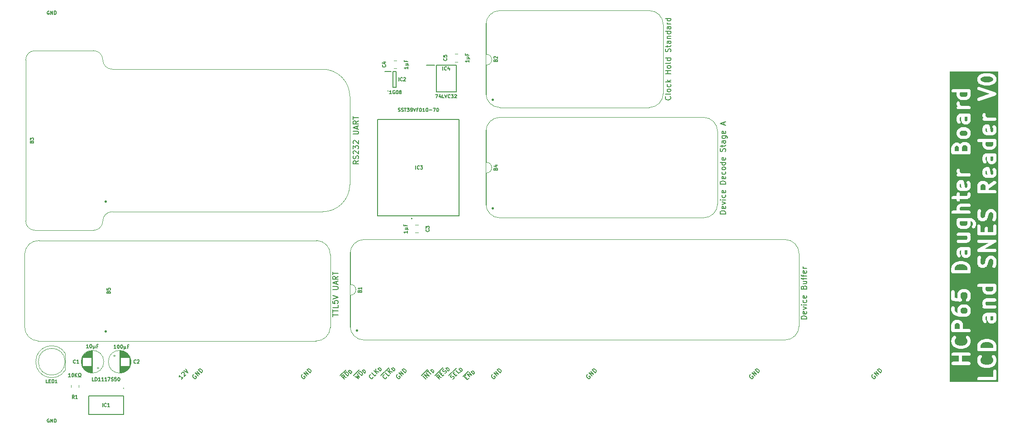
<source format=gbr>
%TF.GenerationSoftware,KiCad,Pcbnew,8.0.4*%
%TF.CreationDate,2024-08-15T20:52:11+02:00*%
%TF.ProjectId,UART Board,55415254-2042-46f6-9172-642e6b696361,rev?*%
%TF.SameCoordinates,Original*%
%TF.FileFunction,Legend,Top*%
%TF.FilePolarity,Positive*%
%FSLAX46Y46*%
G04 Gerber Fmt 4.6, Leading zero omitted, Abs format (unit mm)*
G04 Created by KiCad (PCBNEW 8.0.4) date 2024-08-15 20:52:11*
%MOMM*%
%LPD*%
G01*
G04 APERTURE LIST*
%ADD10C,0.200000*%
%ADD11C,0.600000*%
%ADD12C,0.150000*%
%ADD13C,0.100000*%
%ADD14C,0.120000*%
%ADD15C,0.239605*%
%ADD16C,0.187000*%
G04 APERTURE END LIST*
D10*
X82081583Y-153361879D02*
X82781955Y-153792878D01*
X82781955Y-153792878D02*
X82485644Y-153281067D01*
X82485644Y-153281067D02*
X82997455Y-153577378D01*
X82997455Y-153577378D02*
X82566456Y-152877006D01*
X83347641Y-153227192D02*
X82781956Y-152661507D01*
X82781956Y-152661507D02*
X82916643Y-152526820D01*
X82916643Y-152526820D02*
X83024392Y-152472945D01*
X83024392Y-152472945D02*
X83132142Y-152472945D01*
X83132142Y-152472945D02*
X83212954Y-152499882D01*
X83212954Y-152499882D02*
X83347641Y-152580694D01*
X83347641Y-152580694D02*
X83428453Y-152661507D01*
X83428453Y-152661507D02*
X83509265Y-152796194D01*
X83509265Y-152796194D02*
X83536203Y-152877006D01*
X83536203Y-152877006D02*
X83536203Y-152984755D01*
X83536203Y-152984755D02*
X83482328Y-153092505D01*
X83482328Y-153092505D02*
X83347641Y-153227192D01*
X81900294Y-153229078D02*
X82999340Y-152130032D01*
X83948884Y-152750939D02*
X83496335Y-152298390D01*
X83496335Y-152298390D02*
X83604085Y-152190641D01*
X83604085Y-152190641D02*
X83690285Y-152147541D01*
X83690285Y-152147541D02*
X83776484Y-152147541D01*
X83776484Y-152147541D02*
X83841134Y-152169091D01*
X83841134Y-152169091D02*
X83948884Y-152233741D01*
X83948884Y-152233741D02*
X84013534Y-152298390D01*
X84013534Y-152298390D02*
X84078183Y-152406140D01*
X84078183Y-152406140D02*
X84099733Y-152470790D01*
X84099733Y-152470790D02*
X84099733Y-152556989D01*
X84099733Y-152556989D02*
X84056633Y-152643189D01*
X84056633Y-152643189D02*
X83948884Y-152750939D01*
X95401143Y-153873690D02*
X94835458Y-153308004D01*
X95670517Y-153604316D02*
X95104831Y-153038631D01*
X95104831Y-153038631D02*
X95993766Y-153281067D01*
X95993766Y-153281067D02*
X95428080Y-152715382D01*
X95616642Y-152526820D02*
X95939891Y-152203571D01*
X96343952Y-152930881D02*
X95778266Y-152365196D01*
X94600294Y-153229078D02*
X95780152Y-152049220D01*
X96729695Y-152670127D02*
X96277147Y-152217579D01*
X96277147Y-152217579D02*
X96384897Y-152109829D01*
X96384897Y-152109829D02*
X96471096Y-152066729D01*
X96471096Y-152066729D02*
X96557296Y-152066729D01*
X96557296Y-152066729D02*
X96621946Y-152088279D01*
X96621946Y-152088279D02*
X96729695Y-152152929D01*
X96729695Y-152152929D02*
X96794345Y-152217579D01*
X96794345Y-152217579D02*
X96858995Y-152325328D01*
X96858995Y-152325328D02*
X96880545Y-152389978D01*
X96880545Y-152389978D02*
X96880545Y-152476178D01*
X96880545Y-152476178D02*
X96837445Y-152562377D01*
X96837445Y-152562377D02*
X96729695Y-152670127D01*
X156118707Y-153038630D02*
X156037894Y-153065568D01*
X156037894Y-153065568D02*
X155957082Y-153146380D01*
X155957082Y-153146380D02*
X155903207Y-153254130D01*
X155903207Y-153254130D02*
X155903207Y-153361879D01*
X155903207Y-153361879D02*
X155930145Y-153442691D01*
X155930145Y-153442691D02*
X156010957Y-153577378D01*
X156010957Y-153577378D02*
X156091769Y-153658191D01*
X156091769Y-153658191D02*
X156226456Y-153739003D01*
X156226456Y-153739003D02*
X156307268Y-153765940D01*
X156307268Y-153765940D02*
X156415018Y-153765940D01*
X156415018Y-153765940D02*
X156522768Y-153712065D01*
X156522768Y-153712065D02*
X156576642Y-153658191D01*
X156576642Y-153658191D02*
X156630517Y-153550441D01*
X156630517Y-153550441D02*
X156630517Y-153496566D01*
X156630517Y-153496566D02*
X156441955Y-153308004D01*
X156441955Y-153308004D02*
X156334206Y-153415754D01*
X156926829Y-153308004D02*
X156361143Y-152742319D01*
X156361143Y-152742319D02*
X157250077Y-152984756D01*
X157250077Y-152984756D02*
X156684392Y-152419070D01*
X157519451Y-152715382D02*
X156953766Y-152149696D01*
X156953766Y-152149696D02*
X157088453Y-152015009D01*
X157088453Y-152015009D02*
X157196202Y-151961134D01*
X157196202Y-151961134D02*
X157303952Y-151961134D01*
X157303952Y-151961134D02*
X157384764Y-151988072D01*
X157384764Y-151988072D02*
X157519451Y-152068884D01*
X157519451Y-152068884D02*
X157600263Y-152149696D01*
X157600263Y-152149696D02*
X157681076Y-152284383D01*
X157681076Y-152284383D02*
X157708013Y-152365195D01*
X157708013Y-152365195D02*
X157708013Y-152472945D01*
X157708013Y-152472945D02*
X157654138Y-152580695D01*
X157654138Y-152580695D02*
X157519451Y-152715382D01*
X51978707Y-153038630D02*
X51897894Y-153065568D01*
X51897894Y-153065568D02*
X51817082Y-153146380D01*
X51817082Y-153146380D02*
X51763207Y-153254130D01*
X51763207Y-153254130D02*
X51763207Y-153361879D01*
X51763207Y-153361879D02*
X51790145Y-153442691D01*
X51790145Y-153442691D02*
X51870957Y-153577378D01*
X51870957Y-153577378D02*
X51951769Y-153658191D01*
X51951769Y-153658191D02*
X52086456Y-153739003D01*
X52086456Y-153739003D02*
X52167268Y-153765940D01*
X52167268Y-153765940D02*
X52275018Y-153765940D01*
X52275018Y-153765940D02*
X52382768Y-153712065D01*
X52382768Y-153712065D02*
X52436642Y-153658191D01*
X52436642Y-153658191D02*
X52490517Y-153550441D01*
X52490517Y-153550441D02*
X52490517Y-153496566D01*
X52490517Y-153496566D02*
X52301955Y-153308004D01*
X52301955Y-153308004D02*
X52194206Y-153415754D01*
X52786829Y-153308004D02*
X52221143Y-152742319D01*
X52221143Y-152742319D02*
X53110077Y-152984756D01*
X53110077Y-152984756D02*
X52544392Y-152419070D01*
X53379451Y-152715382D02*
X52813766Y-152149696D01*
X52813766Y-152149696D02*
X52948453Y-152015009D01*
X52948453Y-152015009D02*
X53056202Y-151961134D01*
X53056202Y-151961134D02*
X53163952Y-151961134D01*
X53163952Y-151961134D02*
X53244764Y-151988072D01*
X53244764Y-151988072D02*
X53379451Y-152068884D01*
X53379451Y-152068884D02*
X53460263Y-152149696D01*
X53460263Y-152149696D02*
X53541076Y-152284383D01*
X53541076Y-152284383D02*
X53568013Y-152365195D01*
X53568013Y-152365195D02*
X53568013Y-152472945D01*
X53568013Y-152472945D02*
X53514138Y-152580695D01*
X53514138Y-152580695D02*
X53379451Y-152715382D01*
X125638707Y-153038630D02*
X125557894Y-153065568D01*
X125557894Y-153065568D02*
X125477082Y-153146380D01*
X125477082Y-153146380D02*
X125423207Y-153254130D01*
X125423207Y-153254130D02*
X125423207Y-153361879D01*
X125423207Y-153361879D02*
X125450145Y-153442691D01*
X125450145Y-153442691D02*
X125530957Y-153577378D01*
X125530957Y-153577378D02*
X125611769Y-153658191D01*
X125611769Y-153658191D02*
X125746456Y-153739003D01*
X125746456Y-153739003D02*
X125827268Y-153765940D01*
X125827268Y-153765940D02*
X125935018Y-153765940D01*
X125935018Y-153765940D02*
X126042768Y-153712065D01*
X126042768Y-153712065D02*
X126096642Y-153658191D01*
X126096642Y-153658191D02*
X126150517Y-153550441D01*
X126150517Y-153550441D02*
X126150517Y-153496566D01*
X126150517Y-153496566D02*
X125961955Y-153308004D01*
X125961955Y-153308004D02*
X125854206Y-153415754D01*
X126446829Y-153308004D02*
X125881143Y-152742319D01*
X125881143Y-152742319D02*
X126770077Y-152984756D01*
X126770077Y-152984756D02*
X126204392Y-152419070D01*
X127039451Y-152715382D02*
X126473766Y-152149696D01*
X126473766Y-152149696D02*
X126608453Y-152015009D01*
X126608453Y-152015009D02*
X126716202Y-151961134D01*
X126716202Y-151961134D02*
X126823952Y-151961134D01*
X126823952Y-151961134D02*
X126904764Y-151988072D01*
X126904764Y-151988072D02*
X127039451Y-152068884D01*
X127039451Y-152068884D02*
X127120263Y-152149696D01*
X127120263Y-152149696D02*
X127201076Y-152284383D01*
X127201076Y-152284383D02*
X127228013Y-152365195D01*
X127228013Y-152365195D02*
X127228013Y-152472945D01*
X127228013Y-152472945D02*
X127174138Y-152580695D01*
X127174138Y-152580695D02*
X127039451Y-152715382D01*
X88050517Y-153496566D02*
X88050517Y-153550441D01*
X88050517Y-153550441D02*
X87996642Y-153658191D01*
X87996642Y-153658191D02*
X87942768Y-153712065D01*
X87942768Y-153712065D02*
X87835018Y-153765940D01*
X87835018Y-153765940D02*
X87727268Y-153765940D01*
X87727268Y-153765940D02*
X87646456Y-153739003D01*
X87646456Y-153739003D02*
X87511769Y-153658191D01*
X87511769Y-153658191D02*
X87430957Y-153577378D01*
X87430957Y-153577378D02*
X87350145Y-153442691D01*
X87350145Y-153442691D02*
X87323207Y-153361879D01*
X87323207Y-153361879D02*
X87323207Y-153254130D01*
X87323207Y-153254130D02*
X87377082Y-153146380D01*
X87377082Y-153146380D02*
X87430957Y-153092505D01*
X87430957Y-153092505D02*
X87538707Y-153038630D01*
X87538707Y-153038630D02*
X87592581Y-153038630D01*
X88616203Y-153038630D02*
X88346829Y-153308004D01*
X88346829Y-153308004D02*
X87781143Y-152742319D01*
X88804764Y-152850069D02*
X88239079Y-152284383D01*
X89128013Y-152526820D02*
X88562328Y-152446008D01*
X88562328Y-151961134D02*
X88562328Y-152607632D01*
X86980294Y-153229078D02*
X88456464Y-151752908D01*
X89406007Y-152373815D02*
X88953459Y-151921267D01*
X88953459Y-151921267D02*
X89061208Y-151813517D01*
X89061208Y-151813517D02*
X89147408Y-151770418D01*
X89147408Y-151770418D02*
X89233608Y-151770418D01*
X89233608Y-151770418D02*
X89298258Y-151791967D01*
X89298258Y-151791967D02*
X89406007Y-151856617D01*
X89406007Y-151856617D02*
X89470657Y-151921267D01*
X89470657Y-151921267D02*
X89535307Y-152029017D01*
X89535307Y-152029017D02*
X89556857Y-152093666D01*
X89556857Y-152093666D02*
X89556857Y-152179866D01*
X89556857Y-152179866D02*
X89513757Y-152266066D01*
X89513757Y-152266066D02*
X89406007Y-152373815D01*
X100427268Y-153873690D02*
X100535018Y-153819815D01*
X100535018Y-153819815D02*
X100669705Y-153685128D01*
X100669705Y-153685128D02*
X100696642Y-153604316D01*
X100696642Y-153604316D02*
X100696642Y-153550441D01*
X100696642Y-153550441D02*
X100669705Y-153469629D01*
X100669705Y-153469629D02*
X100615830Y-153415754D01*
X100615830Y-153415754D02*
X100535018Y-153388817D01*
X100535018Y-153388817D02*
X100481143Y-153388817D01*
X100481143Y-153388817D02*
X100400331Y-153415754D01*
X100400331Y-153415754D02*
X100265644Y-153496566D01*
X100265644Y-153496566D02*
X100184832Y-153523504D01*
X100184832Y-153523504D02*
X100130957Y-153523504D01*
X100130957Y-153523504D02*
X100050145Y-153496566D01*
X100050145Y-153496566D02*
X99996270Y-153442691D01*
X99996270Y-153442691D02*
X99969333Y-153361879D01*
X99969333Y-153361879D02*
X99969333Y-153308004D01*
X99969333Y-153308004D02*
X99996270Y-153227192D01*
X99996270Y-153227192D02*
X100130957Y-153092505D01*
X100130957Y-153092505D02*
X100238707Y-153038630D01*
X100723580Y-153038630D02*
X100912142Y-152850068D01*
X101289265Y-153065568D02*
X101019891Y-153334942D01*
X101019891Y-153334942D02*
X100454206Y-152769256D01*
X100454206Y-152769256D02*
X100723580Y-152499882D01*
X101801076Y-152553757D02*
X101531702Y-152823131D01*
X101531702Y-152823131D02*
X100966017Y-152257445D01*
X99680294Y-153229078D02*
X101075652Y-151833720D01*
X102025195Y-152454627D02*
X101572647Y-152002079D01*
X101572647Y-152002079D02*
X101680397Y-151894329D01*
X101680397Y-151894329D02*
X101766596Y-151851229D01*
X101766596Y-151851229D02*
X101852796Y-151851229D01*
X101852796Y-151851229D02*
X101917446Y-151872779D01*
X101917446Y-151872779D02*
X102025195Y-151937429D01*
X102025195Y-151937429D02*
X102089845Y-152002079D01*
X102089845Y-152002079D02*
X102154495Y-152109828D01*
X102154495Y-152109828D02*
X102176045Y-152174478D01*
X102176045Y-152174478D02*
X102176045Y-152260678D01*
X102176045Y-152260678D02*
X102132945Y-152346877D01*
X102132945Y-152346877D02*
X102025195Y-152454627D01*
X90078707Y-153038630D02*
X89997894Y-153065568D01*
X89997894Y-153065568D02*
X89917082Y-153146380D01*
X89917082Y-153146380D02*
X89863207Y-153254130D01*
X89863207Y-153254130D02*
X89863207Y-153361879D01*
X89863207Y-153361879D02*
X89890145Y-153442691D01*
X89890145Y-153442691D02*
X89970957Y-153577378D01*
X89970957Y-153577378D02*
X90051769Y-153658191D01*
X90051769Y-153658191D02*
X90186456Y-153739003D01*
X90186456Y-153739003D02*
X90267268Y-153765940D01*
X90267268Y-153765940D02*
X90375018Y-153765940D01*
X90375018Y-153765940D02*
X90482768Y-153712065D01*
X90482768Y-153712065D02*
X90536642Y-153658191D01*
X90536642Y-153658191D02*
X90590517Y-153550441D01*
X90590517Y-153550441D02*
X90590517Y-153496566D01*
X90590517Y-153496566D02*
X90401955Y-153308004D01*
X90401955Y-153308004D02*
X90294206Y-153415754D01*
X90886829Y-153308004D02*
X90321143Y-152742319D01*
X90321143Y-152742319D02*
X91210077Y-152984756D01*
X91210077Y-152984756D02*
X90644392Y-152419070D01*
X91479451Y-152715382D02*
X90913766Y-152149696D01*
X90913766Y-152149696D02*
X91048453Y-152015009D01*
X91048453Y-152015009D02*
X91156202Y-151961134D01*
X91156202Y-151961134D02*
X91263952Y-151961134D01*
X91263952Y-151961134D02*
X91344764Y-151988072D01*
X91344764Y-151988072D02*
X91479451Y-152068884D01*
X91479451Y-152068884D02*
X91560263Y-152149696D01*
X91560263Y-152149696D02*
X91641076Y-152284383D01*
X91641076Y-152284383D02*
X91668013Y-152365195D01*
X91668013Y-152365195D02*
X91668013Y-152472945D01*
X91668013Y-152472945D02*
X91614138Y-152580695D01*
X91614138Y-152580695D02*
X91479451Y-152715382D01*
D11*
G36*
X200970980Y-147065399D02*
G01*
X201183693Y-147171756D01*
X201384906Y-147372969D01*
X201489973Y-147688169D01*
X201489973Y-148053772D01*
X199089973Y-148053772D01*
X199089973Y-147688169D01*
X199195040Y-147372968D01*
X199396252Y-147171755D01*
X199608965Y-147065399D01*
X200112619Y-146939486D01*
X200467325Y-146939486D01*
X200970980Y-147065399D01*
G37*
G36*
X195068147Y-143457471D02*
G01*
X195142155Y-143531479D01*
X195231569Y-143710306D01*
X195231569Y-144482344D01*
X194260141Y-144482344D01*
X194260141Y-143710306D01*
X194349554Y-143531479D01*
X194423563Y-143457471D01*
X194602389Y-143368058D01*
X194889321Y-143368058D01*
X195068147Y-143457471D01*
G37*
G36*
X201489973Y-142138878D02*
G01*
X201489973Y-142711524D01*
X201423509Y-142844451D01*
X201290581Y-142910915D01*
X201146507Y-142910915D01*
X201013579Y-142844451D01*
X200947116Y-142711524D01*
X200947116Y-142082344D01*
X201461706Y-142082344D01*
X201489973Y-142138878D01*
G37*
G36*
X196496718Y-140600328D02*
G01*
X196570728Y-140674338D01*
X196660141Y-140853164D01*
X196660141Y-141282952D01*
X196570728Y-141461778D01*
X196496718Y-141535787D01*
X196317892Y-141625201D01*
X195745246Y-141625201D01*
X195566420Y-141535788D01*
X195492411Y-141461779D01*
X195402998Y-141282952D01*
X195402998Y-140853164D01*
X195492411Y-140674337D01*
X195566420Y-140600327D01*
X195745246Y-140510915D01*
X196317892Y-140510915D01*
X196496718Y-140600328D01*
G37*
G36*
X201489973Y-136710306D02*
G01*
X201489973Y-137140094D01*
X201400560Y-137318920D01*
X201326550Y-137392929D01*
X201147724Y-137482343D01*
X200432221Y-137482343D01*
X200253395Y-137392930D01*
X200179386Y-137318921D01*
X200089973Y-137140094D01*
X200089973Y-136710306D01*
X200118240Y-136653772D01*
X201461706Y-136653772D01*
X201489973Y-136710306D01*
G37*
G36*
X196141148Y-132493971D02*
G01*
X196353861Y-132600328D01*
X196555074Y-132801541D01*
X196660141Y-133116741D01*
X196660141Y-133482344D01*
X194260141Y-133482344D01*
X194260141Y-133116741D01*
X194365208Y-132801540D01*
X194566420Y-132600327D01*
X194779133Y-132493971D01*
X195282787Y-132368058D01*
X195637493Y-132368058D01*
X196141148Y-132493971D01*
G37*
G36*
X196660141Y-129853164D02*
G01*
X196660141Y-130425810D01*
X196593677Y-130558737D01*
X196460749Y-130625201D01*
X196316675Y-130625201D01*
X196183747Y-130558737D01*
X196117284Y-130425810D01*
X196117284Y-129796630D01*
X196631874Y-129796630D01*
X196660141Y-129853164D01*
G37*
G36*
X196660141Y-124424592D02*
G01*
X196660141Y-124854380D01*
X196570728Y-125033206D01*
X196496718Y-125107215D01*
X196317892Y-125196629D01*
X195602389Y-125196629D01*
X195423563Y-125107216D01*
X195349554Y-125033207D01*
X195260141Y-124854380D01*
X195260141Y-124424592D01*
X195288408Y-124368058D01*
X196631874Y-124368058D01*
X196660141Y-124424592D01*
G37*
G36*
X199897979Y-117457470D02*
G01*
X199971987Y-117531478D01*
X200061401Y-117710305D01*
X200061401Y-118482343D01*
X199089973Y-118482343D01*
X199089973Y-117710305D01*
X199179386Y-117531478D01*
X199253395Y-117457470D01*
X199432221Y-117368057D01*
X199719153Y-117368057D01*
X199897979Y-117457470D01*
G37*
G36*
X195594200Y-118053771D02*
G01*
X195459532Y-118053771D01*
X195326604Y-117987307D01*
X195260141Y-117854380D01*
X195260141Y-117424591D01*
X195326604Y-117291663D01*
X195431307Y-117239312D01*
X195594200Y-118053771D01*
G37*
G36*
X200424032Y-115625200D02*
G01*
X200289364Y-115625200D01*
X200156436Y-115558736D01*
X200089973Y-115425809D01*
X200089973Y-114996020D01*
X200156436Y-114863092D01*
X200261139Y-114810741D01*
X200424032Y-115625200D01*
G37*
G36*
X201489973Y-112281734D02*
G01*
X201489973Y-112854380D01*
X201423509Y-112987307D01*
X201290581Y-113053771D01*
X201146507Y-113053771D01*
X201013579Y-112987307D01*
X200947116Y-112854380D01*
X200947116Y-112225200D01*
X201461706Y-112225200D01*
X201489973Y-112281734D01*
G37*
G36*
X194925289Y-110314611D02*
G01*
X194999298Y-110388621D01*
X195088712Y-110567448D01*
X195088712Y-111196628D01*
X194260141Y-111196628D01*
X194260141Y-110567448D01*
X194349554Y-110388621D01*
X194423563Y-110314611D01*
X194602389Y-110225199D01*
X194746464Y-110225199D01*
X194925289Y-110314611D01*
G37*
G36*
X196496718Y-110171755D02*
G01*
X196570728Y-110245764D01*
X196660141Y-110424590D01*
X196660141Y-111196628D01*
X195688712Y-111196628D01*
X195688712Y-110545311D01*
X195793779Y-110230110D01*
X195852133Y-110171755D01*
X196030961Y-110082342D01*
X196317892Y-110082342D01*
X196496718Y-110171755D01*
G37*
G36*
X201489973Y-109567448D02*
G01*
X201489973Y-109997236D01*
X201400560Y-110176062D01*
X201326550Y-110250071D01*
X201147724Y-110339485D01*
X200432221Y-110339485D01*
X200253395Y-110250072D01*
X200179386Y-110176063D01*
X200089973Y-109997236D01*
X200089973Y-109567448D01*
X200118240Y-109510914D01*
X201461706Y-109510914D01*
X201489973Y-109567448D01*
G37*
G36*
X196496719Y-107457470D02*
G01*
X196570728Y-107531479D01*
X196660141Y-107710305D01*
X196660141Y-107997236D01*
X196570728Y-108176062D01*
X196496718Y-108250071D01*
X196317892Y-108339485D01*
X195602389Y-108339485D01*
X195423563Y-108250072D01*
X195349554Y-108176063D01*
X195260141Y-107997236D01*
X195260141Y-107710305D01*
X195349554Y-107531479D01*
X195423562Y-107457470D01*
X195602390Y-107368056D01*
X196317891Y-107368056D01*
X196496719Y-107457470D01*
G37*
G36*
X200424032Y-107625199D02*
G01*
X200289364Y-107625199D01*
X200156436Y-107558735D01*
X200089973Y-107425808D01*
X200089973Y-106996019D01*
X200156436Y-106863091D01*
X200261139Y-106810740D01*
X200424032Y-107625199D01*
G37*
G36*
X196660141Y-104853162D02*
G01*
X196660141Y-105425808D01*
X196593677Y-105558735D01*
X196460749Y-105625199D01*
X196316675Y-105625199D01*
X196183747Y-105558735D01*
X196117284Y-105425808D01*
X196117284Y-104796628D01*
X196631874Y-104796628D01*
X196660141Y-104853162D01*
G37*
G36*
X196660141Y-100281733D02*
G01*
X196660141Y-100711521D01*
X196570728Y-100890347D01*
X196496718Y-100964356D01*
X196317892Y-101053770D01*
X195602389Y-101053770D01*
X195423563Y-100964357D01*
X195349554Y-100890348D01*
X195260141Y-100711521D01*
X195260141Y-100281733D01*
X195288408Y-100225199D01*
X196631874Y-100225199D01*
X196660141Y-100281733D01*
G37*
G36*
X201113833Y-97351110D02*
G01*
X201326551Y-97457469D01*
X201400560Y-97531478D01*
X201489973Y-97710304D01*
X201489973Y-97854378D01*
X201400560Y-98033204D01*
X201326550Y-98107213D01*
X201113836Y-98213570D01*
X200610183Y-98339484D01*
X199969762Y-98339484D01*
X199466108Y-98213570D01*
X199253395Y-98107214D01*
X199179386Y-98033205D01*
X199089973Y-97854378D01*
X199089973Y-97710304D01*
X199179386Y-97531478D01*
X199253394Y-97457469D01*
X199466108Y-97351111D01*
X199969762Y-97225198D01*
X200610183Y-97225198D01*
X201113833Y-97351110D01*
G37*
G36*
X202423306Y-154415676D02*
G01*
X193326808Y-154415676D01*
X193326808Y-153743185D01*
X198492540Y-153743185D01*
X198492540Y-153821501D01*
X198512809Y-153897148D01*
X198551967Y-153964971D01*
X198607345Y-154020349D01*
X198675168Y-154059507D01*
X198750815Y-154079776D01*
X198789973Y-154082343D01*
X201789973Y-154082343D01*
X201829131Y-154079776D01*
X201904778Y-154059507D01*
X201972601Y-154020349D01*
X202027979Y-153964971D01*
X202067137Y-153897148D01*
X202087406Y-153821501D01*
X202089973Y-153782343D01*
X202089973Y-152353771D01*
X202087406Y-152314613D01*
X202067137Y-152238966D01*
X202027979Y-152171143D01*
X201972601Y-152115765D01*
X201904778Y-152076607D01*
X201829131Y-152056338D01*
X201750815Y-152056338D01*
X201675168Y-152076607D01*
X201607345Y-152115765D01*
X201551967Y-152171143D01*
X201512809Y-152238966D01*
X201492540Y-152314613D01*
X201489973Y-152353771D01*
X201489973Y-153482343D01*
X198789973Y-153482343D01*
X198750815Y-153484910D01*
X198675168Y-153505179D01*
X198607345Y-153544337D01*
X198551967Y-153599715D01*
X198512809Y-153667538D01*
X198492540Y-153743185D01*
X193326808Y-153743185D01*
X193326808Y-149171757D01*
X193662708Y-149171757D01*
X193662708Y-149250073D01*
X193682977Y-149325720D01*
X193722135Y-149393543D01*
X193777513Y-149448921D01*
X193845336Y-149488079D01*
X193920983Y-149508348D01*
X193960141Y-149510915D01*
X195088712Y-149510915D01*
X195088712Y-150625201D01*
X193960141Y-150625201D01*
X193920983Y-150627768D01*
X193845336Y-150648037D01*
X193777513Y-150687195D01*
X193722135Y-150742573D01*
X193682977Y-150810396D01*
X193662708Y-150886043D01*
X193662708Y-150964359D01*
X193682977Y-151040006D01*
X193722135Y-151107829D01*
X193777513Y-151163207D01*
X193845336Y-151202365D01*
X193920983Y-151222634D01*
X193960141Y-151225201D01*
X196960141Y-151225201D01*
X196999299Y-151222634D01*
X197074946Y-151202365D01*
X197142769Y-151163207D01*
X197198147Y-151107829D01*
X197237305Y-151040006D01*
X197257574Y-150964359D01*
X197257574Y-150886043D01*
X197237305Y-150810396D01*
X197198147Y-150742573D01*
X197142769Y-150687195D01*
X197074946Y-150648037D01*
X196999299Y-150627768D01*
X196960141Y-150625201D01*
X195688712Y-150625201D01*
X195688712Y-150210915D01*
X198489973Y-150210915D01*
X198489973Y-150496629D01*
X198492540Y-150535787D01*
X198494878Y-150544514D01*
X198495420Y-150553537D01*
X198505368Y-150591497D01*
X198648225Y-151020068D01*
X198654345Y-151035077D01*
X198655666Y-151040005D01*
X198658012Y-151044069D01*
X198663043Y-151056405D01*
X198679701Y-151081635D01*
X198694824Y-151107828D01*
X198703610Y-151117847D01*
X198706194Y-151121760D01*
X198710007Y-151125141D01*
X198720698Y-151137332D01*
X199006411Y-151423046D01*
X199035915Y-151448920D01*
X199043742Y-151453439D01*
X199050504Y-151459435D01*
X199084380Y-151479243D01*
X199370094Y-151622100D01*
X199389552Y-151630285D01*
X199394131Y-151632827D01*
X199400298Y-151634805D01*
X199406266Y-151637316D01*
X199411393Y-151638365D01*
X199431497Y-151644815D01*
X200002926Y-151787672D01*
X200033153Y-151793157D01*
X200036529Y-151794062D01*
X200039046Y-151794227D01*
X200041537Y-151794679D01*
X200045041Y-151794620D01*
X200075687Y-151796629D01*
X200504258Y-151796629D01*
X200534903Y-151794620D01*
X200538407Y-151794679D01*
X200540897Y-151794227D01*
X200543416Y-151794062D01*
X200546792Y-151793157D01*
X200577019Y-151787672D01*
X201148447Y-151644815D01*
X201168548Y-151638365D01*
X201173679Y-151637316D01*
X201179650Y-151634804D01*
X201185813Y-151632827D01*
X201190388Y-151630287D01*
X201209851Y-151622100D01*
X201495565Y-151479243D01*
X201529441Y-151459435D01*
X201536201Y-151453440D01*
X201544029Y-151448921D01*
X201573533Y-151423047D01*
X201859248Y-151137332D01*
X201869935Y-151125145D01*
X201873752Y-151121761D01*
X201876337Y-151117844D01*
X201885122Y-151107828D01*
X201900242Y-151081638D01*
X201916903Y-151056405D01*
X201921933Y-151044069D01*
X201924280Y-151040005D01*
X201925600Y-151035077D01*
X201931721Y-151020068D01*
X202074578Y-150591498D01*
X202084525Y-150553538D01*
X202085066Y-150544518D01*
X202087406Y-150535787D01*
X202089973Y-150496629D01*
X202089973Y-150210915D01*
X202087406Y-150171757D01*
X202085066Y-150163025D01*
X202084525Y-150154007D01*
X202074578Y-150116046D01*
X201931721Y-149687475D01*
X201925601Y-149672467D01*
X201924280Y-149667537D01*
X201921932Y-149663470D01*
X201916903Y-149651138D01*
X201900243Y-149625906D01*
X201885121Y-149599714D01*
X201876335Y-149589696D01*
X201873752Y-149585783D01*
X201869938Y-149582401D01*
X201859247Y-149570210D01*
X201716389Y-149427353D01*
X201686885Y-149401480D01*
X201619062Y-149362322D01*
X201543415Y-149342053D01*
X201465099Y-149342053D01*
X201389452Y-149362322D01*
X201321629Y-149401481D01*
X201266252Y-149456859D01*
X201227094Y-149524682D01*
X201206825Y-149600329D01*
X201206825Y-149678645D01*
X201227094Y-149754292D01*
X201266253Y-149822115D01*
X201292127Y-149851619D01*
X201384906Y-149944397D01*
X201489973Y-150259597D01*
X201489973Y-150447946D01*
X201384906Y-150763145D01*
X201183693Y-150964359D01*
X200970980Y-151070715D01*
X200467325Y-151196629D01*
X200112619Y-151196629D01*
X199608965Y-151070715D01*
X199396252Y-150964359D01*
X199195040Y-150763146D01*
X199089973Y-150447945D01*
X199089973Y-150259598D01*
X199195040Y-149944397D01*
X199287819Y-149851618D01*
X199313693Y-149822114D01*
X199352851Y-149754291D01*
X199373120Y-149678644D01*
X199373120Y-149600328D01*
X199352851Y-149524681D01*
X199313693Y-149456858D01*
X199258315Y-149401480D01*
X199190492Y-149362322D01*
X199114845Y-149342053D01*
X199036529Y-149342053D01*
X198960882Y-149362322D01*
X198893059Y-149401480D01*
X198863555Y-149427354D01*
X198720698Y-149570211D01*
X198710010Y-149582397D01*
X198706193Y-149585783D01*
X198703607Y-149589699D01*
X198694824Y-149599715D01*
X198679701Y-149625907D01*
X198663043Y-149651139D01*
X198658013Y-149663471D01*
X198655666Y-149667538D01*
X198654345Y-149672467D01*
X198648225Y-149687475D01*
X198505368Y-150116047D01*
X198495420Y-150154007D01*
X198494878Y-150163029D01*
X198492540Y-150171757D01*
X198489973Y-150210915D01*
X195688712Y-150210915D01*
X195688712Y-149510915D01*
X196960141Y-149510915D01*
X196999299Y-149508348D01*
X197074946Y-149488079D01*
X197142769Y-149448921D01*
X197198147Y-149393543D01*
X197237305Y-149325720D01*
X197257574Y-149250073D01*
X197257574Y-149171757D01*
X197237305Y-149096110D01*
X197198147Y-149028287D01*
X197142769Y-148972909D01*
X197074946Y-148933751D01*
X196999299Y-148913482D01*
X196960141Y-148910915D01*
X193960141Y-148910915D01*
X193920983Y-148913482D01*
X193845336Y-148933751D01*
X193777513Y-148972909D01*
X193722135Y-149028287D01*
X193682977Y-149096110D01*
X193662708Y-149171757D01*
X193326808Y-149171757D01*
X193326808Y-146639487D01*
X193660141Y-146639487D01*
X193660141Y-146925201D01*
X193662708Y-146964359D01*
X193665046Y-146973086D01*
X193665588Y-146982109D01*
X193675536Y-147020069D01*
X193818393Y-147448640D01*
X193824513Y-147463649D01*
X193825834Y-147468577D01*
X193828180Y-147472641D01*
X193833211Y-147484977D01*
X193849869Y-147510207D01*
X193864992Y-147536400D01*
X193873778Y-147546419D01*
X193876362Y-147550332D01*
X193880175Y-147553713D01*
X193890866Y-147565904D01*
X194176579Y-147851618D01*
X194206083Y-147877492D01*
X194213910Y-147882011D01*
X194220672Y-147888007D01*
X194254548Y-147907815D01*
X194540262Y-148050672D01*
X194559720Y-148058857D01*
X194564299Y-148061399D01*
X194570466Y-148063377D01*
X194576434Y-148065888D01*
X194581561Y-148066937D01*
X194601665Y-148073387D01*
X195173094Y-148216244D01*
X195203321Y-148221729D01*
X195206697Y-148222634D01*
X195209214Y-148222799D01*
X195211705Y-148223251D01*
X195215209Y-148223192D01*
X195245855Y-148225201D01*
X195674426Y-148225201D01*
X195705071Y-148223192D01*
X195708575Y-148223251D01*
X195711065Y-148222799D01*
X195713584Y-148222634D01*
X195716960Y-148221729D01*
X195747187Y-148216244D01*
X196318615Y-148073387D01*
X196338716Y-148066937D01*
X196343847Y-148065888D01*
X196349818Y-148063376D01*
X196355981Y-148061399D01*
X196360556Y-148058859D01*
X196380019Y-148050672D01*
X196665733Y-147907815D01*
X196699609Y-147888007D01*
X196706369Y-147882012D01*
X196714197Y-147877493D01*
X196743701Y-147851619D01*
X196955834Y-147639486D01*
X198489973Y-147639486D01*
X198489973Y-148353772D01*
X198492540Y-148392930D01*
X198512809Y-148468577D01*
X198551967Y-148536400D01*
X198607345Y-148591778D01*
X198675168Y-148630936D01*
X198750815Y-148651205D01*
X198789973Y-148653772D01*
X201789973Y-148653772D01*
X201829131Y-148651205D01*
X201904778Y-148630936D01*
X201972601Y-148591778D01*
X202027979Y-148536400D01*
X202067137Y-148468577D01*
X202087406Y-148392930D01*
X202089973Y-148353772D01*
X202089973Y-147639486D01*
X202087406Y-147600328D01*
X202085066Y-147591596D01*
X202084525Y-147582577D01*
X202074578Y-147544617D01*
X201931721Y-147116047D01*
X201925600Y-147101037D01*
X201924280Y-147096110D01*
X201921933Y-147092045D01*
X201916903Y-147079710D01*
X201900242Y-147054476D01*
X201885122Y-147028287D01*
X201876337Y-147018270D01*
X201873752Y-147014354D01*
X201869935Y-147010969D01*
X201859248Y-146998783D01*
X201573533Y-146713068D01*
X201544029Y-146687194D01*
X201536201Y-146682674D01*
X201529441Y-146676680D01*
X201495565Y-146656872D01*
X201209851Y-146514015D01*
X201190388Y-146505827D01*
X201185813Y-146503288D01*
X201179650Y-146501310D01*
X201173679Y-146498799D01*
X201168548Y-146497749D01*
X201148447Y-146491300D01*
X200577019Y-146348443D01*
X200546792Y-146342957D01*
X200543416Y-146342053D01*
X200540897Y-146341887D01*
X200538407Y-146341436D01*
X200534903Y-146341494D01*
X200504258Y-146339486D01*
X200075687Y-146339486D01*
X200045041Y-146341494D01*
X200041537Y-146341436D01*
X200039046Y-146341887D01*
X200036529Y-146342053D01*
X200033153Y-146342957D01*
X200002926Y-146348443D01*
X199431497Y-146491300D01*
X199411393Y-146497749D01*
X199406266Y-146498799D01*
X199400298Y-146501309D01*
X199394131Y-146503288D01*
X199389552Y-146505829D01*
X199370094Y-146514015D01*
X199084380Y-146656872D01*
X199050504Y-146676680D01*
X199043742Y-146682675D01*
X199035915Y-146687195D01*
X199006411Y-146713069D01*
X198720698Y-146998783D01*
X198710007Y-147010973D01*
X198706194Y-147014355D01*
X198703610Y-147018267D01*
X198694824Y-147028287D01*
X198679701Y-147054479D01*
X198663043Y-147079710D01*
X198658012Y-147092045D01*
X198655666Y-147096110D01*
X198654345Y-147101037D01*
X198648225Y-147116047D01*
X198505368Y-147544618D01*
X198495420Y-147582578D01*
X198494878Y-147591600D01*
X198492540Y-147600328D01*
X198489973Y-147639486D01*
X196955834Y-147639486D01*
X197029416Y-147565904D01*
X197040103Y-147553717D01*
X197043920Y-147550333D01*
X197046505Y-147546416D01*
X197055290Y-147536400D01*
X197070410Y-147510210D01*
X197087071Y-147484977D01*
X197092101Y-147472641D01*
X197094448Y-147468577D01*
X197095768Y-147463649D01*
X197101889Y-147448640D01*
X197244746Y-147020070D01*
X197254693Y-146982110D01*
X197255234Y-146973090D01*
X197257574Y-146964359D01*
X197260141Y-146925201D01*
X197260141Y-146639487D01*
X197257574Y-146600329D01*
X197255234Y-146591597D01*
X197254693Y-146582579D01*
X197244746Y-146544618D01*
X197101889Y-146116047D01*
X197095769Y-146101039D01*
X197094448Y-146096109D01*
X197092100Y-146092042D01*
X197087071Y-146079710D01*
X197070411Y-146054478D01*
X197055289Y-146028286D01*
X197046503Y-146018268D01*
X197043920Y-146014355D01*
X197040106Y-146010973D01*
X197029415Y-145998782D01*
X196886557Y-145855925D01*
X196857053Y-145830052D01*
X196789230Y-145790894D01*
X196713583Y-145770625D01*
X196635267Y-145770625D01*
X196559620Y-145790894D01*
X196491797Y-145830053D01*
X196436420Y-145885431D01*
X196397262Y-145953254D01*
X196376993Y-146028901D01*
X196376993Y-146107217D01*
X196397262Y-146182864D01*
X196436421Y-146250687D01*
X196462295Y-146280191D01*
X196555074Y-146372969D01*
X196660141Y-146688169D01*
X196660141Y-146876518D01*
X196555074Y-147191717D01*
X196353861Y-147392931D01*
X196141148Y-147499287D01*
X195637493Y-147625201D01*
X195282787Y-147625201D01*
X194779133Y-147499287D01*
X194566420Y-147392931D01*
X194365208Y-147191718D01*
X194260141Y-146876517D01*
X194260141Y-146688170D01*
X194365208Y-146372969D01*
X194457987Y-146280190D01*
X194483861Y-146250686D01*
X194523019Y-146182863D01*
X194543288Y-146107216D01*
X194543288Y-146028900D01*
X194523019Y-145953253D01*
X194483861Y-145885430D01*
X194428483Y-145830052D01*
X194360660Y-145790894D01*
X194285013Y-145770625D01*
X194206697Y-145770625D01*
X194131050Y-145790894D01*
X194063227Y-145830052D01*
X194033723Y-145855926D01*
X193890866Y-145998783D01*
X193880178Y-146010969D01*
X193876361Y-146014355D01*
X193873775Y-146018271D01*
X193864992Y-146028287D01*
X193849869Y-146054479D01*
X193833211Y-146079711D01*
X193828181Y-146092043D01*
X193825834Y-146096110D01*
X193824513Y-146101039D01*
X193818393Y-146116047D01*
X193675536Y-146544619D01*
X193665588Y-146582579D01*
X193665046Y-146591601D01*
X193662708Y-146600329D01*
X193660141Y-146639487D01*
X193326808Y-146639487D01*
X193326808Y-143639487D01*
X193660141Y-143639487D01*
X193660141Y-144782344D01*
X193662708Y-144821502D01*
X193682977Y-144897149D01*
X193722135Y-144964972D01*
X193777513Y-145020350D01*
X193845336Y-145059508D01*
X193920983Y-145079777D01*
X193960141Y-145082344D01*
X196960141Y-145082344D01*
X196999299Y-145079777D01*
X197074946Y-145059508D01*
X197142769Y-145020350D01*
X197198147Y-144964972D01*
X197237305Y-144897149D01*
X197257574Y-144821502D01*
X197257574Y-144743186D01*
X197237305Y-144667539D01*
X197198147Y-144599716D01*
X197142769Y-144544338D01*
X197074946Y-144505180D01*
X196999299Y-144484911D01*
X196960141Y-144482344D01*
X195831569Y-144482344D01*
X195831569Y-143639487D01*
X195830508Y-143623310D01*
X195830814Y-143618221D01*
X195829873Y-143613625D01*
X195829002Y-143600329D01*
X195821174Y-143571115D01*
X195815113Y-143541495D01*
X195809948Y-143529216D01*
X195808733Y-143524682D01*
X195806181Y-143520262D01*
X195799897Y-143505323D01*
X195657040Y-143219608D01*
X195637232Y-143185732D01*
X195631237Y-143178971D01*
X195626718Y-143171144D01*
X195600844Y-143141640D01*
X195457987Y-142998783D01*
X195428483Y-142972909D01*
X195420655Y-142968389D01*
X195413895Y-142962395D01*
X195380019Y-142942587D01*
X195094305Y-142799730D01*
X195079365Y-142793445D01*
X195074946Y-142790894D01*
X195070411Y-142789678D01*
X195058133Y-142784514D01*
X195028511Y-142778452D01*
X194999299Y-142770625D01*
X194986003Y-142769753D01*
X194981408Y-142768813D01*
X194976318Y-142769118D01*
X194960141Y-142768058D01*
X194531569Y-142768058D01*
X194515391Y-142769118D01*
X194510302Y-142768813D01*
X194505706Y-142769753D01*
X194492411Y-142770625D01*
X194463198Y-142778452D01*
X194433577Y-142784514D01*
X194421298Y-142789678D01*
X194416764Y-142790894D01*
X194412344Y-142793445D01*
X194397405Y-142799730D01*
X194111691Y-142942587D01*
X194077815Y-142962395D01*
X194071054Y-142968389D01*
X194063227Y-142972909D01*
X194033723Y-142998783D01*
X193890866Y-143141640D01*
X193864992Y-143171144D01*
X193860472Y-143178971D01*
X193854478Y-143185732D01*
X193834670Y-143219608D01*
X193691813Y-143505323D01*
X193685528Y-143520262D01*
X193682977Y-143524682D01*
X193681761Y-143529216D01*
X193676597Y-143541495D01*
X193670535Y-143571115D01*
X193662708Y-143600329D01*
X193661836Y-143613625D01*
X193660896Y-143618221D01*
X193661201Y-143623310D01*
X193660141Y-143639487D01*
X193326808Y-143639487D01*
X193326808Y-140496630D01*
X193660141Y-140496630D01*
X193660141Y-141068058D01*
X193661201Y-141084235D01*
X193660896Y-141089325D01*
X193661836Y-141093920D01*
X193662708Y-141107216D01*
X193670535Y-141136428D01*
X193676597Y-141166050D01*
X193681761Y-141178328D01*
X193682977Y-141182863D01*
X193685528Y-141187282D01*
X193691813Y-141202222D01*
X193834670Y-141487936D01*
X193854478Y-141521812D01*
X193860474Y-141528574D01*
X193864992Y-141536399D01*
X193890865Y-141565903D01*
X194033722Y-141708761D01*
X194045013Y-141718663D01*
X194048287Y-141722388D01*
X194055960Y-141728263D01*
X194063226Y-141734635D01*
X194067519Y-141737114D01*
X194079445Y-141746245D01*
X194508016Y-142031959D01*
X194542021Y-142051544D01*
X194553607Y-142055463D01*
X194564299Y-142061399D01*
X194601665Y-142073387D01*
X195173094Y-142216244D01*
X195203321Y-142221729D01*
X195206697Y-142222634D01*
X195209214Y-142222799D01*
X195211705Y-142223251D01*
X195215209Y-142223192D01*
X195245855Y-142225201D01*
X196388712Y-142225201D01*
X196404889Y-142224140D01*
X196409979Y-142224446D01*
X196414574Y-142223505D01*
X196427870Y-142222634D01*
X196457082Y-142214806D01*
X196476099Y-142210915D01*
X199489973Y-142210915D01*
X199489973Y-142782344D01*
X199491033Y-142798521D01*
X199490728Y-142803611D01*
X199491668Y-142808206D01*
X199492540Y-142821502D01*
X199500367Y-142850714D01*
X199506429Y-142880336D01*
X199511593Y-142892614D01*
X199512809Y-142897149D01*
X199515360Y-142901568D01*
X199521645Y-142916508D01*
X199664502Y-143202222D01*
X199684310Y-143236098D01*
X199736269Y-143294694D01*
X199801625Y-143337845D01*
X199875922Y-143362611D01*
X199954097Y-143367303D01*
X200030822Y-143351602D01*
X200100870Y-143316578D01*
X200159466Y-143264619D01*
X200202617Y-143199263D01*
X200227383Y-143124966D01*
X200232075Y-143046791D01*
X200216374Y-142970066D01*
X200201158Y-142933894D01*
X200089973Y-142711524D01*
X200089973Y-142281735D01*
X200156436Y-142148807D01*
X200289364Y-142082344D01*
X200318848Y-142082344D01*
X200347116Y-142138878D01*
X200347116Y-142782344D01*
X200348176Y-142798521D01*
X200347871Y-142803611D01*
X200348811Y-142808206D01*
X200349683Y-142821502D01*
X200357510Y-142850714D01*
X200363572Y-142880336D01*
X200368736Y-142892614D01*
X200369952Y-142897149D01*
X200372503Y-142901568D01*
X200378788Y-142916508D01*
X200521645Y-143202222D01*
X200541453Y-143236098D01*
X200553406Y-143249578D01*
X200563337Y-143264619D01*
X200579277Y-143278753D01*
X200593412Y-143294694D01*
X200608452Y-143304624D01*
X200621933Y-143316578D01*
X200655809Y-143336386D01*
X200941523Y-143479243D01*
X200956462Y-143485527D01*
X200960882Y-143488079D01*
X200965416Y-143489294D01*
X200977695Y-143494459D01*
X201007316Y-143500520D01*
X201036529Y-143508348D01*
X201049824Y-143509219D01*
X201054420Y-143510160D01*
X201059509Y-143509854D01*
X201075687Y-143510915D01*
X201361401Y-143510915D01*
X201377577Y-143509854D01*
X201382667Y-143510160D01*
X201387262Y-143509219D01*
X201400559Y-143508348D01*
X201429772Y-143500520D01*
X201459393Y-143494459D01*
X201471671Y-143489294D01*
X201476206Y-143488079D01*
X201480625Y-143485527D01*
X201495565Y-143479243D01*
X201781280Y-143336386D01*
X201815156Y-143316578D01*
X201828636Y-143304624D01*
X201843677Y-143294694D01*
X201857811Y-143278753D01*
X201873752Y-143264619D01*
X201883683Y-143249577D01*
X201895636Y-143236098D01*
X201915444Y-143202222D01*
X202058301Y-142916508D01*
X202064585Y-142901568D01*
X202067137Y-142897149D01*
X202068352Y-142892614D01*
X202073517Y-142880336D01*
X202079578Y-142850714D01*
X202087406Y-142821502D01*
X202088277Y-142808206D01*
X202089218Y-142803611D01*
X202088912Y-142798521D01*
X202089973Y-142782344D01*
X202089973Y-142068058D01*
X202088912Y-142051880D01*
X202089218Y-142046791D01*
X202088277Y-142042195D01*
X202087406Y-142028900D01*
X202079578Y-141999687D01*
X202073517Y-141970066D01*
X202068352Y-141957787D01*
X202067137Y-141953253D01*
X202064585Y-141948833D01*
X202058301Y-141933894D01*
X202052555Y-141922403D01*
X202067137Y-141897149D01*
X202087406Y-141821502D01*
X202087406Y-141743186D01*
X202067137Y-141667539D01*
X202027979Y-141599716D01*
X201972601Y-141544338D01*
X201904778Y-141505180D01*
X201829131Y-141484911D01*
X201789973Y-141482344D01*
X200218544Y-141482344D01*
X200202366Y-141483404D01*
X200197277Y-141483099D01*
X200192681Y-141484039D01*
X200179386Y-141484911D01*
X200150173Y-141492738D01*
X200120552Y-141498800D01*
X200108273Y-141503964D01*
X200103739Y-141505180D01*
X200099319Y-141507731D01*
X200084380Y-141514016D01*
X199798666Y-141656873D01*
X199764790Y-141676681D01*
X199751309Y-141688634D01*
X199736269Y-141698565D01*
X199722134Y-141714505D01*
X199706194Y-141728640D01*
X199696263Y-141743680D01*
X199684310Y-141757161D01*
X199664502Y-141791037D01*
X199521645Y-142076751D01*
X199515360Y-142091690D01*
X199512809Y-142096110D01*
X199511593Y-142100644D01*
X199506429Y-142112923D01*
X199500367Y-142142544D01*
X199492540Y-142171757D01*
X199491668Y-142185052D01*
X199490728Y-142189648D01*
X199491033Y-142194737D01*
X199489973Y-142210915D01*
X196476099Y-142210915D01*
X196486704Y-142208745D01*
X196498982Y-142203580D01*
X196503517Y-142202365D01*
X196507936Y-142199813D01*
X196522876Y-142193529D01*
X196808590Y-142050672D01*
X196842466Y-142030864D01*
X196849228Y-142024867D01*
X196857053Y-142020350D01*
X196886557Y-141994477D01*
X197029415Y-141851620D01*
X197055289Y-141822116D01*
X197059808Y-141814288D01*
X197065804Y-141807527D01*
X197085612Y-141773651D01*
X197228469Y-141487936D01*
X197234753Y-141472996D01*
X197237305Y-141468577D01*
X197238520Y-141464042D01*
X197243685Y-141451764D01*
X197249746Y-141422143D01*
X197257574Y-141392930D01*
X197258445Y-141379633D01*
X197259386Y-141375038D01*
X197259080Y-141369948D01*
X197260141Y-141353772D01*
X197260141Y-140782344D01*
X197259080Y-140766166D01*
X197259386Y-140761077D01*
X197258445Y-140756481D01*
X197257574Y-140743186D01*
X197249746Y-140713973D01*
X197243685Y-140684352D01*
X197238520Y-140672073D01*
X197237305Y-140667539D01*
X197234753Y-140663119D01*
X197228469Y-140648180D01*
X197085612Y-140362466D01*
X197065804Y-140328590D01*
X197059809Y-140321829D01*
X197055290Y-140314002D01*
X197029416Y-140284498D01*
X196886558Y-140141640D01*
X196857054Y-140115766D01*
X196849226Y-140111246D01*
X196842466Y-140105252D01*
X196808590Y-140085444D01*
X196522876Y-139942587D01*
X196507936Y-139936302D01*
X196503517Y-139933751D01*
X196498982Y-139932535D01*
X196486704Y-139927371D01*
X196457082Y-139921309D01*
X196427870Y-139913482D01*
X196414574Y-139912610D01*
X196409979Y-139911670D01*
X196404889Y-139911975D01*
X196388712Y-139910915D01*
X195674426Y-139910915D01*
X195658248Y-139911975D01*
X195653159Y-139911670D01*
X195648563Y-139912610D01*
X195635268Y-139913482D01*
X195606055Y-139921309D01*
X195576434Y-139927371D01*
X195564155Y-139932535D01*
X195559621Y-139933751D01*
X195555201Y-139936302D01*
X195540262Y-139942587D01*
X195254548Y-140085444D01*
X195220672Y-140105252D01*
X195213910Y-140111247D01*
X195206083Y-140115767D01*
X195176579Y-140141641D01*
X195033722Y-140284499D01*
X195007849Y-140314003D01*
X195003331Y-140321827D01*
X194997335Y-140328590D01*
X194977527Y-140362466D01*
X194834670Y-140648180D01*
X194828385Y-140663119D01*
X194825834Y-140667539D01*
X194824618Y-140672073D01*
X194819454Y-140684352D01*
X194813392Y-140713973D01*
X194805565Y-140743186D01*
X194804693Y-140756481D01*
X194803753Y-140761077D01*
X194804058Y-140766166D01*
X194802998Y-140782344D01*
X194802998Y-141353772D01*
X194804058Y-141369948D01*
X194803753Y-141375038D01*
X194804693Y-141379633D01*
X194805565Y-141392930D01*
X194813392Y-141422143D01*
X194819454Y-141451764D01*
X194824618Y-141464042D01*
X194825834Y-141468577D01*
X194828385Y-141472996D01*
X194834670Y-141487936D01*
X194849090Y-141516776D01*
X194797598Y-141503903D01*
X194436982Y-141263493D01*
X194349554Y-141176064D01*
X194260141Y-140997238D01*
X194260141Y-140496630D01*
X194257574Y-140457472D01*
X194237305Y-140381825D01*
X194198147Y-140314002D01*
X194142769Y-140258624D01*
X194074946Y-140219466D01*
X193999299Y-140199197D01*
X193920983Y-140199197D01*
X193845336Y-140219466D01*
X193777513Y-140258624D01*
X193722135Y-140314002D01*
X193682977Y-140381825D01*
X193662708Y-140457472D01*
X193660141Y-140496630D01*
X193326808Y-140496630D01*
X193326808Y-139496629D01*
X199489973Y-139496629D01*
X199489973Y-139925200D01*
X199491033Y-139941376D01*
X199490728Y-139946466D01*
X199491668Y-139951061D01*
X199492540Y-139964358D01*
X199500367Y-139993571D01*
X199506429Y-140023192D01*
X199511593Y-140035470D01*
X199512809Y-140040005D01*
X199515360Y-140044424D01*
X199521645Y-140059364D01*
X199569012Y-140154098D01*
X199551967Y-140171144D01*
X199512809Y-140238967D01*
X199492540Y-140314614D01*
X199492540Y-140392930D01*
X199512809Y-140468577D01*
X199551967Y-140536400D01*
X199607345Y-140591778D01*
X199675168Y-140630936D01*
X199750815Y-140651205D01*
X199789973Y-140653772D01*
X201789973Y-140653772D01*
X201829131Y-140651205D01*
X201904778Y-140630936D01*
X201972601Y-140591778D01*
X202027979Y-140536400D01*
X202067137Y-140468577D01*
X202087406Y-140392930D01*
X202087406Y-140314614D01*
X202067137Y-140238967D01*
X202027979Y-140171144D01*
X201972601Y-140115766D01*
X201904778Y-140076608D01*
X201829131Y-140056339D01*
X201789973Y-140053772D01*
X200199951Y-140053772D01*
X200179386Y-140033207D01*
X200089973Y-139854380D01*
X200089973Y-139567449D01*
X200156436Y-139434521D01*
X200289364Y-139368058D01*
X201789973Y-139368058D01*
X201829131Y-139365491D01*
X201904778Y-139345222D01*
X201972601Y-139306064D01*
X202027979Y-139250686D01*
X202067137Y-139182863D01*
X202087406Y-139107216D01*
X202087406Y-139028900D01*
X202067137Y-138953253D01*
X202027979Y-138885430D01*
X201972601Y-138830052D01*
X201904778Y-138790894D01*
X201829131Y-138770625D01*
X201789973Y-138768058D01*
X200218544Y-138768058D01*
X200202366Y-138769118D01*
X200197277Y-138768813D01*
X200192681Y-138769753D01*
X200179386Y-138770625D01*
X200150173Y-138778452D01*
X200120552Y-138784514D01*
X200108273Y-138789678D01*
X200103739Y-138790894D01*
X200099319Y-138793445D01*
X200084380Y-138799730D01*
X199798666Y-138942587D01*
X199764790Y-138962395D01*
X199751309Y-138974348D01*
X199736269Y-138984279D01*
X199722134Y-139000219D01*
X199706194Y-139014354D01*
X199696263Y-139029394D01*
X199684310Y-139042875D01*
X199664502Y-139076751D01*
X199521645Y-139362465D01*
X199515360Y-139377404D01*
X199512809Y-139381824D01*
X199511593Y-139386358D01*
X199506429Y-139398637D01*
X199500367Y-139428258D01*
X199492540Y-139457471D01*
X199491668Y-139470766D01*
X199490728Y-139475362D01*
X199491033Y-139480451D01*
X199489973Y-139496629D01*
X193326808Y-139496629D01*
X193326808Y-137496629D01*
X193660141Y-137496629D01*
X193660141Y-138925201D01*
X193660570Y-138931747D01*
X193660288Y-138934569D01*
X193661067Y-138939335D01*
X193662708Y-138964359D01*
X193669002Y-138987852D01*
X193672929Y-139011857D01*
X193679096Y-139025522D01*
X193682977Y-139040006D01*
X193695139Y-139061072D01*
X193705144Y-139083240D01*
X193714637Y-139094843D01*
X193722135Y-139107829D01*
X193739333Y-139125027D01*
X193754737Y-139143854D01*
X193766912Y-139152606D01*
X193777513Y-139163207D01*
X193798575Y-139175367D01*
X193818327Y-139189566D01*
X193832351Y-139194868D01*
X193845336Y-139202365D01*
X193868830Y-139208660D01*
X193891582Y-139217262D01*
X193916315Y-139221383D01*
X193920983Y-139222634D01*
X193923821Y-139222634D01*
X193930290Y-139223712D01*
X195358861Y-139366569D01*
X195398080Y-139367911D01*
X195412876Y-139365491D01*
X195427870Y-139365491D01*
X195451363Y-139359196D01*
X195475368Y-139355270D01*
X195489033Y-139349102D01*
X195503517Y-139345222D01*
X195524583Y-139333059D01*
X195546751Y-139323055D01*
X195558354Y-139313561D01*
X195571340Y-139306064D01*
X195588538Y-139288865D01*
X195607365Y-139273462D01*
X195616117Y-139261286D01*
X195626718Y-139250686D01*
X195638878Y-139229623D01*
X195653077Y-139209872D01*
X195658378Y-139195848D01*
X195665876Y-139182863D01*
X195672172Y-139159362D01*
X195680772Y-139136617D01*
X195682263Y-139121702D01*
X195686145Y-139107216D01*
X195686145Y-139082889D01*
X195688565Y-139058690D01*
X195686145Y-139043893D01*
X195686145Y-139028900D01*
X195679850Y-139005406D01*
X195675924Y-138981402D01*
X195669756Y-138967736D01*
X195665876Y-138953253D01*
X195653713Y-138932186D01*
X195643709Y-138910019D01*
X195634215Y-138898415D01*
X195626718Y-138885430D01*
X195600844Y-138855926D01*
X195492411Y-138747493D01*
X195402998Y-138568667D01*
X195402998Y-137996021D01*
X195492411Y-137817194D01*
X195566420Y-137743184D01*
X195745246Y-137653772D01*
X196317892Y-137653772D01*
X196496718Y-137743185D01*
X196570728Y-137817195D01*
X196660141Y-137996021D01*
X196660141Y-138568667D01*
X196570728Y-138747492D01*
X196462295Y-138855925D01*
X196436421Y-138885429D01*
X196397262Y-138953252D01*
X196376993Y-139028899D01*
X196376993Y-139107215D01*
X196397262Y-139182862D01*
X196436420Y-139250685D01*
X196491797Y-139306063D01*
X196559620Y-139345222D01*
X196635267Y-139365491D01*
X196713583Y-139365491D01*
X196789230Y-139345222D01*
X196857053Y-139306064D01*
X196886557Y-139280191D01*
X197029415Y-139137334D01*
X197055289Y-139107830D01*
X197059808Y-139100002D01*
X197065804Y-139093241D01*
X197085612Y-139059365D01*
X197228469Y-138773651D01*
X197234753Y-138758711D01*
X197237305Y-138754292D01*
X197238520Y-138749757D01*
X197243685Y-138737479D01*
X197249746Y-138707857D01*
X197257574Y-138678645D01*
X197258445Y-138665349D01*
X197259386Y-138660754D01*
X197259080Y-138655664D01*
X197260141Y-138639487D01*
X197260141Y-137925201D01*
X197259080Y-137909023D01*
X197259386Y-137903934D01*
X197258445Y-137899338D01*
X197257574Y-137886043D01*
X197249746Y-137856830D01*
X197243685Y-137827209D01*
X197238520Y-137814930D01*
X197237305Y-137810396D01*
X197234753Y-137805976D01*
X197228469Y-137791037D01*
X197085612Y-137505323D01*
X197065804Y-137471447D01*
X197059809Y-137464686D01*
X197055290Y-137456859D01*
X197029416Y-137427355D01*
X196886558Y-137284497D01*
X196857054Y-137258623D01*
X196849226Y-137254103D01*
X196842466Y-137248109D01*
X196808590Y-137228301D01*
X196522876Y-137085444D01*
X196507936Y-137079159D01*
X196503517Y-137076608D01*
X196498982Y-137075392D01*
X196486704Y-137070228D01*
X196457082Y-137064166D01*
X196427870Y-137056339D01*
X196414574Y-137055467D01*
X196409979Y-137054527D01*
X196404889Y-137054832D01*
X196388712Y-137053772D01*
X195674426Y-137053772D01*
X195658248Y-137054832D01*
X195653159Y-137054527D01*
X195648563Y-137055467D01*
X195635268Y-137056339D01*
X195606055Y-137064166D01*
X195576434Y-137070228D01*
X195564155Y-137075392D01*
X195559621Y-137076608D01*
X195555201Y-137079159D01*
X195540262Y-137085444D01*
X195254548Y-137228301D01*
X195220672Y-137248109D01*
X195213910Y-137254104D01*
X195206083Y-137258624D01*
X195176579Y-137284498D01*
X195033722Y-137427356D01*
X195007849Y-137456860D01*
X195003331Y-137464684D01*
X194997335Y-137471447D01*
X194977527Y-137505323D01*
X194834670Y-137791037D01*
X194828385Y-137805976D01*
X194825834Y-137810396D01*
X194824618Y-137814930D01*
X194819454Y-137827209D01*
X194813392Y-137856830D01*
X194805565Y-137886043D01*
X194804693Y-137899338D01*
X194803753Y-137903934D01*
X194804058Y-137909023D01*
X194802998Y-137925201D01*
X194802998Y-138639487D01*
X194804058Y-138655664D01*
X194803753Y-138660754D01*
X194804693Y-138665349D01*
X194805565Y-138678645D01*
X194813392Y-138707857D01*
X194813637Y-138709054D01*
X194260141Y-138653704D01*
X194260141Y-137496629D01*
X194257574Y-137457471D01*
X194237305Y-137381824D01*
X194198147Y-137314001D01*
X194142769Y-137258623D01*
X194074946Y-137219465D01*
X193999299Y-137199196D01*
X193920983Y-137199196D01*
X193845336Y-137219465D01*
X193777513Y-137258623D01*
X193722135Y-137314001D01*
X193682977Y-137381824D01*
X193662708Y-137457471D01*
X193660141Y-137496629D01*
X193326808Y-137496629D01*
X193326808Y-136314614D01*
X198492540Y-136314614D01*
X198492540Y-136392930D01*
X198512809Y-136468577D01*
X198551967Y-136536400D01*
X198607345Y-136591778D01*
X198675168Y-136630936D01*
X198750815Y-136651205D01*
X198789973Y-136653772D01*
X199489973Y-136653772D01*
X199489973Y-137210914D01*
X199491033Y-137227090D01*
X199490728Y-137232180D01*
X199491668Y-137236775D01*
X199492540Y-137250072D01*
X199500367Y-137279285D01*
X199506429Y-137308906D01*
X199511593Y-137321184D01*
X199512809Y-137325719D01*
X199515360Y-137330138D01*
X199521645Y-137345078D01*
X199664502Y-137630793D01*
X199684310Y-137664669D01*
X199690304Y-137671429D01*
X199694824Y-137679257D01*
X199720698Y-137708761D01*
X199863555Y-137851618D01*
X199893059Y-137877492D01*
X199900886Y-137882011D01*
X199907647Y-137888006D01*
X199941523Y-137907814D01*
X200227237Y-138050671D01*
X200242176Y-138056955D01*
X200246596Y-138059507D01*
X200251130Y-138060722D01*
X200263409Y-138065887D01*
X200293030Y-138071948D01*
X200322243Y-138079776D01*
X200335538Y-138080647D01*
X200340134Y-138081588D01*
X200345223Y-138081282D01*
X200361401Y-138082343D01*
X201218544Y-138082343D01*
X201234721Y-138081282D01*
X201239811Y-138081588D01*
X201244406Y-138080647D01*
X201257702Y-138079776D01*
X201286914Y-138071948D01*
X201316536Y-138065887D01*
X201328814Y-138060722D01*
X201333349Y-138059507D01*
X201337768Y-138056955D01*
X201352708Y-138050671D01*
X201638422Y-137907814D01*
X201672298Y-137888006D01*
X201679060Y-137882009D01*
X201686885Y-137877492D01*
X201716389Y-137851619D01*
X201859247Y-137708762D01*
X201885121Y-137679258D01*
X201889640Y-137671430D01*
X201895636Y-137664669D01*
X201915444Y-137630793D01*
X202058301Y-137345078D01*
X202064585Y-137330138D01*
X202067137Y-137325719D01*
X202068352Y-137321184D01*
X202073517Y-137308906D01*
X202079578Y-137279285D01*
X202087406Y-137250072D01*
X202088277Y-137236775D01*
X202089218Y-137232180D01*
X202088912Y-137227090D01*
X202089973Y-137210914D01*
X202089973Y-136639486D01*
X202088912Y-136623308D01*
X202089218Y-136618219D01*
X202088277Y-136613623D01*
X202087406Y-136600328D01*
X202079578Y-136571115D01*
X202073517Y-136541494D01*
X202068352Y-136529215D01*
X202067137Y-136524681D01*
X202064585Y-136520261D01*
X202058301Y-136505322D01*
X202052555Y-136493831D01*
X202067137Y-136468577D01*
X202087406Y-136392930D01*
X202087406Y-136314614D01*
X202067137Y-136238967D01*
X202027979Y-136171144D01*
X201972601Y-136115766D01*
X201904778Y-136076608D01*
X201829131Y-136056339D01*
X201789973Y-136053772D01*
X198789973Y-136053772D01*
X198750815Y-136056339D01*
X198675168Y-136076608D01*
X198607345Y-136115766D01*
X198551967Y-136171144D01*
X198512809Y-136238967D01*
X198492540Y-136314614D01*
X193326808Y-136314614D01*
X193326808Y-133068058D01*
X193660141Y-133068058D01*
X193660141Y-133782344D01*
X193662708Y-133821502D01*
X193682977Y-133897149D01*
X193722135Y-133964972D01*
X193777513Y-134020350D01*
X193845336Y-134059508D01*
X193920983Y-134079777D01*
X193960141Y-134082344D01*
X196960141Y-134082344D01*
X196999299Y-134079777D01*
X197074946Y-134059508D01*
X197142769Y-134020350D01*
X197198147Y-133964972D01*
X197237305Y-133897149D01*
X197257574Y-133821502D01*
X197260141Y-133782344D01*
X197260141Y-133068058D01*
X197257574Y-133028900D01*
X197255234Y-133020168D01*
X197254693Y-133011149D01*
X197244746Y-132973189D01*
X197101889Y-132544619D01*
X197095768Y-132529609D01*
X197094448Y-132524682D01*
X197092101Y-132520617D01*
X197087071Y-132508282D01*
X197070410Y-132483048D01*
X197055290Y-132456859D01*
X197046505Y-132446842D01*
X197043920Y-132442926D01*
X197040103Y-132439541D01*
X197029416Y-132427355D01*
X196743701Y-132141640D01*
X196714197Y-132115766D01*
X196706369Y-132111246D01*
X196699609Y-132105252D01*
X196665733Y-132085444D01*
X196380019Y-131942587D01*
X196360556Y-131934399D01*
X196355981Y-131931860D01*
X196349818Y-131929882D01*
X196343847Y-131927371D01*
X196338716Y-131926321D01*
X196318615Y-131919872D01*
X195747187Y-131777015D01*
X195716960Y-131771529D01*
X195713584Y-131770625D01*
X195711065Y-131770459D01*
X195708575Y-131770008D01*
X195705071Y-131770066D01*
X195674426Y-131768058D01*
X195245855Y-131768058D01*
X195215209Y-131770066D01*
X195211705Y-131770008D01*
X195209214Y-131770459D01*
X195206697Y-131770625D01*
X195203321Y-131771529D01*
X195173094Y-131777015D01*
X194601665Y-131919872D01*
X194581561Y-131926321D01*
X194576434Y-131927371D01*
X194570466Y-131929881D01*
X194564299Y-131931860D01*
X194559720Y-131934401D01*
X194540262Y-131942587D01*
X194254548Y-132085444D01*
X194220672Y-132105252D01*
X194213910Y-132111247D01*
X194206083Y-132115767D01*
X194176579Y-132141641D01*
X193890866Y-132427355D01*
X193880175Y-132439545D01*
X193876362Y-132442927D01*
X193873778Y-132446839D01*
X193864992Y-132456859D01*
X193849869Y-132483051D01*
X193833211Y-132508282D01*
X193828180Y-132520617D01*
X193825834Y-132524682D01*
X193824513Y-132529609D01*
X193818393Y-132544619D01*
X193675536Y-132973190D01*
X193665588Y-133011150D01*
X193665046Y-133020172D01*
X193662708Y-133028900D01*
X193660141Y-133068058D01*
X193326808Y-133068058D01*
X193326808Y-131496629D01*
X198489973Y-131496629D01*
X198489973Y-132210914D01*
X198491033Y-132227090D01*
X198490728Y-132232180D01*
X198491668Y-132236775D01*
X198492540Y-132250072D01*
X198500367Y-132279285D01*
X198506429Y-132308906D01*
X198511593Y-132321184D01*
X198512809Y-132325719D01*
X198515360Y-132330138D01*
X198521645Y-132345078D01*
X198664502Y-132630793D01*
X198684310Y-132664669D01*
X198690304Y-132671429D01*
X198694824Y-132679257D01*
X198720698Y-132708761D01*
X198863555Y-132851618D01*
X198893059Y-132877492D01*
X198900886Y-132882011D01*
X198907647Y-132888006D01*
X198941523Y-132907814D01*
X199227237Y-133050671D01*
X199242176Y-133056955D01*
X199246596Y-133059507D01*
X199251130Y-133060722D01*
X199263409Y-133065887D01*
X199293030Y-133071948D01*
X199322243Y-133079776D01*
X199335538Y-133080647D01*
X199340134Y-133081588D01*
X199345223Y-133081282D01*
X199361401Y-133082343D01*
X199647116Y-133082343D01*
X199663293Y-133081282D01*
X199668383Y-133081588D01*
X199672978Y-133080647D01*
X199686274Y-133079776D01*
X199715486Y-133071948D01*
X199745108Y-133065887D01*
X199757386Y-133060722D01*
X199761921Y-133059507D01*
X199766340Y-133056955D01*
X199781280Y-133050671D01*
X200066994Y-132907814D01*
X200100870Y-132888006D01*
X200107630Y-132882011D01*
X200115458Y-132877492D01*
X200144962Y-132851618D01*
X200287819Y-132708761D01*
X200313693Y-132679257D01*
X200318212Y-132671429D01*
X200324207Y-132664669D01*
X200344015Y-132630793D01*
X200486872Y-132345078D01*
X200495057Y-132325619D01*
X200497599Y-132321041D01*
X200499577Y-132314873D01*
X200502088Y-132308906D01*
X200503137Y-132303778D01*
X200509587Y-132283675D01*
X200644457Y-131744193D01*
X200750814Y-131531480D01*
X200824824Y-131457470D01*
X201003650Y-131368057D01*
X201147724Y-131368057D01*
X201326550Y-131457470D01*
X201400560Y-131531480D01*
X201489973Y-131710306D01*
X201489973Y-132305089D01*
X201362511Y-132687475D01*
X201352563Y-132725435D01*
X201347871Y-132803610D01*
X201363572Y-132880335D01*
X201398596Y-132950383D01*
X201450555Y-133008979D01*
X201515911Y-133052130D01*
X201590208Y-133076896D01*
X201668383Y-133081588D01*
X201745108Y-133065887D01*
X201815156Y-133030863D01*
X201873752Y-132978904D01*
X201916903Y-132913548D01*
X201931721Y-132877211D01*
X202074578Y-132448641D01*
X202084525Y-132410681D01*
X202085066Y-132401661D01*
X202087406Y-132392930D01*
X202089973Y-132353772D01*
X202089973Y-131639486D01*
X202088912Y-131623308D01*
X202089218Y-131618219D01*
X202088277Y-131613623D01*
X202087406Y-131600328D01*
X202079578Y-131571115D01*
X202073517Y-131541494D01*
X202068352Y-131529215D01*
X202067137Y-131524681D01*
X202064585Y-131520261D01*
X202058301Y-131505322D01*
X201915444Y-131219608D01*
X201895636Y-131185732D01*
X201889641Y-131178971D01*
X201885122Y-131171144D01*
X201859248Y-131141640D01*
X201716390Y-130998782D01*
X201686886Y-130972908D01*
X201679058Y-130968388D01*
X201672298Y-130962394D01*
X201638422Y-130942586D01*
X201352708Y-130799729D01*
X201337768Y-130793444D01*
X201333349Y-130790893D01*
X201328814Y-130789677D01*
X201316536Y-130784513D01*
X201286914Y-130778451D01*
X201257702Y-130770624D01*
X201244406Y-130769752D01*
X201239811Y-130768812D01*
X201234721Y-130769117D01*
X201218544Y-130768057D01*
X200932830Y-130768057D01*
X200916652Y-130769117D01*
X200911563Y-130768812D01*
X200906967Y-130769752D01*
X200893672Y-130770624D01*
X200864459Y-130778451D01*
X200834838Y-130784513D01*
X200822559Y-130789677D01*
X200818025Y-130790893D01*
X200813605Y-130793444D01*
X200798666Y-130799729D01*
X200512952Y-130942586D01*
X200479076Y-130962394D01*
X200472315Y-130968388D01*
X200464488Y-130972908D01*
X200434984Y-130998782D01*
X200292126Y-131141640D01*
X200266252Y-131171144D01*
X200261732Y-131178971D01*
X200255738Y-131185732D01*
X200235930Y-131219608D01*
X200093073Y-131505322D01*
X200084887Y-131524780D01*
X200082346Y-131529359D01*
X200080367Y-131535526D01*
X200077857Y-131541494D01*
X200076807Y-131546621D01*
X200070358Y-131566725D01*
X199935487Y-132106207D01*
X199829130Y-132318921D01*
X199755122Y-132392930D01*
X199576296Y-132482343D01*
X199432221Y-132482343D01*
X199253395Y-132392930D01*
X199179386Y-132318921D01*
X199089973Y-132140094D01*
X199089973Y-131545312D01*
X199217435Y-131162926D01*
X199227382Y-131124965D01*
X199232075Y-131046791D01*
X199216374Y-130970065D01*
X199181350Y-130900017D01*
X199129390Y-130841421D01*
X199064035Y-130798270D01*
X198989738Y-130773505D01*
X198911563Y-130768812D01*
X198834838Y-130784513D01*
X198764789Y-130819537D01*
X198706193Y-130871497D01*
X198663043Y-130936853D01*
X198648225Y-130973189D01*
X198505368Y-131401761D01*
X198495420Y-131439721D01*
X198494878Y-131448743D01*
X198492540Y-131457471D01*
X198489973Y-131496629D01*
X193326808Y-131496629D01*
X193326808Y-129925201D01*
X194660141Y-129925201D01*
X194660141Y-130496630D01*
X194661201Y-130512807D01*
X194660896Y-130517897D01*
X194661836Y-130522492D01*
X194662708Y-130535788D01*
X194670535Y-130565000D01*
X194676597Y-130594622D01*
X194681761Y-130606900D01*
X194682977Y-130611435D01*
X194685528Y-130615854D01*
X194691813Y-130630794D01*
X194834670Y-130916508D01*
X194854478Y-130950384D01*
X194906437Y-131008980D01*
X194971793Y-131052131D01*
X195046090Y-131076897D01*
X195124265Y-131081589D01*
X195200990Y-131065888D01*
X195271038Y-131030864D01*
X195329634Y-130978905D01*
X195372785Y-130913549D01*
X195397551Y-130839252D01*
X195402243Y-130761077D01*
X195386542Y-130684352D01*
X195371326Y-130648180D01*
X195260141Y-130425810D01*
X195260141Y-129996021D01*
X195326604Y-129863093D01*
X195459532Y-129796630D01*
X195489016Y-129796630D01*
X195517284Y-129853164D01*
X195517284Y-130496630D01*
X195518344Y-130512807D01*
X195518039Y-130517897D01*
X195518979Y-130522492D01*
X195519851Y-130535788D01*
X195527678Y-130565000D01*
X195533740Y-130594622D01*
X195538904Y-130606900D01*
X195540120Y-130611435D01*
X195542671Y-130615854D01*
X195548956Y-130630794D01*
X195691813Y-130916508D01*
X195711621Y-130950384D01*
X195723574Y-130963864D01*
X195733505Y-130978905D01*
X195749445Y-130993039D01*
X195763580Y-131008980D01*
X195778620Y-131018910D01*
X195792101Y-131030864D01*
X195825977Y-131050672D01*
X196111691Y-131193529D01*
X196126630Y-131199813D01*
X196131050Y-131202365D01*
X196135584Y-131203580D01*
X196147863Y-131208745D01*
X196177484Y-131214806D01*
X196206697Y-131222634D01*
X196219992Y-131223505D01*
X196224588Y-131224446D01*
X196229677Y-131224140D01*
X196245855Y-131225201D01*
X196531569Y-131225201D01*
X196547745Y-131224140D01*
X196552835Y-131224446D01*
X196557430Y-131223505D01*
X196570727Y-131222634D01*
X196599940Y-131214806D01*
X196629561Y-131208745D01*
X196641839Y-131203580D01*
X196646374Y-131202365D01*
X196650793Y-131199813D01*
X196665733Y-131193529D01*
X196951448Y-131050672D01*
X196985324Y-131030864D01*
X196998804Y-131018910D01*
X197013845Y-131008980D01*
X197027979Y-130993039D01*
X197043920Y-130978905D01*
X197053851Y-130963863D01*
X197065804Y-130950384D01*
X197085612Y-130916508D01*
X197228469Y-130630794D01*
X197234753Y-130615854D01*
X197237305Y-130611435D01*
X197238520Y-130606900D01*
X197243685Y-130594622D01*
X197249746Y-130565000D01*
X197257574Y-130535788D01*
X197258445Y-130522492D01*
X197259386Y-130517897D01*
X197259080Y-130512807D01*
X197260141Y-130496630D01*
X197260141Y-129820176D01*
X198492368Y-129820176D01*
X198492540Y-129820829D01*
X198492540Y-129821501D01*
X198502506Y-129858696D01*
X198512301Y-129895912D01*
X198512633Y-129896494D01*
X198512809Y-129897148D01*
X198532123Y-129930601D01*
X198551157Y-129963910D01*
X198551629Y-129964387D01*
X198551967Y-129964971D01*
X198579168Y-129992172D01*
X198606287Y-130019534D01*
X198606870Y-130019874D01*
X198607345Y-130020349D01*
X198640639Y-130039571D01*
X198673935Y-130058993D01*
X198674584Y-130059170D01*
X198675168Y-130059507D01*
X198712355Y-130069471D01*
X198749492Y-130079599D01*
X198750165Y-130079602D01*
X198750815Y-130079776D01*
X198789973Y-130082343D01*
X201789973Y-130082343D01*
X201829131Y-130079776D01*
X201904778Y-130059507D01*
X201972601Y-130020349D01*
X202027979Y-129964971D01*
X202067137Y-129897148D01*
X202087406Y-129821501D01*
X202087406Y-129743185D01*
X202067137Y-129667538D01*
X202027979Y-129599715D01*
X201972601Y-129544337D01*
X201904778Y-129505179D01*
X201829131Y-129484910D01*
X201789973Y-129482343D01*
X199919642Y-129482343D01*
X201938814Y-128328530D01*
X201971539Y-128306874D01*
X201972017Y-128306400D01*
X201972601Y-128306063D01*
X201999801Y-128278862D01*
X202027163Y-128251744D01*
X202027503Y-128251160D01*
X202027979Y-128250685D01*
X202047270Y-128217270D01*
X202066622Y-128184095D01*
X202066798Y-128183448D01*
X202067137Y-128182862D01*
X202077120Y-128145600D01*
X202087229Y-128108539D01*
X202087232Y-128107864D01*
X202087406Y-128107215D01*
X202087406Y-128068820D01*
X202087578Y-128030224D01*
X202087406Y-128029570D01*
X202087406Y-128028899D01*
X202077439Y-127991703D01*
X202067645Y-127954488D01*
X202067312Y-127953905D01*
X202067137Y-127953252D01*
X202047822Y-127919798D01*
X202028789Y-127886490D01*
X202028316Y-127886012D01*
X202027979Y-127885429D01*
X202000720Y-127858170D01*
X201973659Y-127830867D01*
X201973078Y-127830528D01*
X201972601Y-127830051D01*
X201939138Y-127810731D01*
X201906011Y-127791408D01*
X201905364Y-127791231D01*
X201904778Y-127790893D01*
X201867487Y-127780901D01*
X201830454Y-127770801D01*
X201829780Y-127770797D01*
X201829131Y-127770624D01*
X201789973Y-127768057D01*
X198789973Y-127768057D01*
X198750815Y-127770624D01*
X198675168Y-127790893D01*
X198607345Y-127830051D01*
X198551967Y-127885429D01*
X198512809Y-127953252D01*
X198492540Y-128028899D01*
X198492540Y-128107215D01*
X198512809Y-128182862D01*
X198551967Y-128250685D01*
X198607345Y-128306063D01*
X198675168Y-128345221D01*
X198750815Y-128365490D01*
X198789973Y-128368057D01*
X200660303Y-128368057D01*
X198641131Y-129521870D01*
X198608406Y-129543527D01*
X198607928Y-129543999D01*
X198607345Y-129544337D01*
X198580143Y-129571538D01*
X198552782Y-129598657D01*
X198552441Y-129599240D01*
X198551967Y-129599715D01*
X198532744Y-129633009D01*
X198513323Y-129666305D01*
X198513145Y-129666954D01*
X198512809Y-129667538D01*
X198502844Y-129704725D01*
X198492717Y-129741862D01*
X198492713Y-129742535D01*
X198492540Y-129743185D01*
X198492540Y-129781579D01*
X198492368Y-129820176D01*
X197260141Y-129820176D01*
X197260141Y-129782344D01*
X197259080Y-129766166D01*
X197259386Y-129761077D01*
X197258445Y-129756481D01*
X197257574Y-129743186D01*
X197249746Y-129713973D01*
X197243685Y-129684352D01*
X197238520Y-129672073D01*
X197237305Y-129667539D01*
X197234753Y-129663119D01*
X197228469Y-129648180D01*
X197222723Y-129636689D01*
X197237305Y-129611435D01*
X197257574Y-129535788D01*
X197257574Y-129457472D01*
X197237305Y-129381825D01*
X197198147Y-129314002D01*
X197142769Y-129258624D01*
X197074946Y-129219466D01*
X196999299Y-129199197D01*
X196960141Y-129196630D01*
X195388712Y-129196630D01*
X195372534Y-129197690D01*
X195367445Y-129197385D01*
X195362849Y-129198325D01*
X195349554Y-129199197D01*
X195320341Y-129207024D01*
X195290720Y-129213086D01*
X195278441Y-129218250D01*
X195273907Y-129219466D01*
X195269487Y-129222017D01*
X195254548Y-129228302D01*
X194968834Y-129371159D01*
X194934958Y-129390967D01*
X194921477Y-129402920D01*
X194906437Y-129412851D01*
X194892302Y-129428791D01*
X194876362Y-129442926D01*
X194866431Y-129457966D01*
X194854478Y-129471447D01*
X194834670Y-129505323D01*
X194691813Y-129791037D01*
X194685528Y-129805976D01*
X194682977Y-129810396D01*
X194681761Y-129814930D01*
X194676597Y-129827209D01*
X194670535Y-129856830D01*
X194662708Y-129886043D01*
X194661836Y-129899338D01*
X194660896Y-129903934D01*
X194661201Y-129909023D01*
X194660141Y-129925201D01*
X193326808Y-129925201D01*
X193326808Y-126743186D01*
X194662708Y-126743186D01*
X194662708Y-126821502D01*
X194682977Y-126897149D01*
X194722135Y-126964972D01*
X194777513Y-127020350D01*
X194845336Y-127059508D01*
X194920983Y-127079777D01*
X194960141Y-127082344D01*
X196550163Y-127082344D01*
X196570728Y-127102909D01*
X196660141Y-127281735D01*
X196660141Y-127568666D01*
X196593677Y-127701594D01*
X196460749Y-127768058D01*
X194960141Y-127768058D01*
X194920983Y-127770625D01*
X194845336Y-127790894D01*
X194777513Y-127830052D01*
X194722135Y-127885430D01*
X194682977Y-127953253D01*
X194662708Y-128028900D01*
X194662708Y-128107216D01*
X194682977Y-128182863D01*
X194722135Y-128250686D01*
X194777513Y-128306064D01*
X194845336Y-128345222D01*
X194920983Y-128365491D01*
X194960141Y-128368058D01*
X196531569Y-128368058D01*
X196547745Y-128366997D01*
X196552835Y-128367303D01*
X196557430Y-128366362D01*
X196570727Y-128365491D01*
X196599940Y-128357663D01*
X196629561Y-128351602D01*
X196641839Y-128346437D01*
X196646374Y-128345222D01*
X196650793Y-128342670D01*
X196665733Y-128336386D01*
X196951448Y-128193529D01*
X196985324Y-128173721D01*
X196998803Y-128161768D01*
X197013845Y-128151837D01*
X197027979Y-128135896D01*
X197043920Y-128121762D01*
X197053851Y-128106720D01*
X197065804Y-128093241D01*
X197085612Y-128059365D01*
X197228469Y-127773650D01*
X197234753Y-127758710D01*
X197237305Y-127754291D01*
X197238520Y-127749756D01*
X197243685Y-127737478D01*
X197249746Y-127707857D01*
X197257574Y-127678644D01*
X197258445Y-127665347D01*
X197259386Y-127660752D01*
X197259080Y-127655662D01*
X197260141Y-127639486D01*
X197260141Y-127210915D01*
X197259080Y-127194737D01*
X197259386Y-127189648D01*
X197258445Y-127185052D01*
X197257574Y-127171757D01*
X197249746Y-127142544D01*
X197243685Y-127112923D01*
X197238520Y-127100644D01*
X197237305Y-127096110D01*
X197234753Y-127091690D01*
X197228469Y-127076751D01*
X197181102Y-126982017D01*
X197198147Y-126964972D01*
X197237305Y-126897149D01*
X197257574Y-126821502D01*
X197257574Y-126743186D01*
X197237305Y-126667539D01*
X197198147Y-126599716D01*
X197142769Y-126544338D01*
X197074946Y-126505180D01*
X196999299Y-126484911D01*
X196960141Y-126482344D01*
X194960141Y-126482344D01*
X194920983Y-126484911D01*
X194845336Y-126505180D01*
X194777513Y-126544338D01*
X194722135Y-126599716D01*
X194682977Y-126667539D01*
X194662708Y-126743186D01*
X193326808Y-126743186D01*
X193326808Y-124353772D01*
X194660141Y-124353772D01*
X194660141Y-124925200D01*
X194661201Y-124941376D01*
X194660896Y-124946466D01*
X194661836Y-124951061D01*
X194662708Y-124964358D01*
X194670535Y-124993571D01*
X194676597Y-125023192D01*
X194681761Y-125035470D01*
X194682977Y-125040005D01*
X194685528Y-125044424D01*
X194691813Y-125059364D01*
X194834670Y-125345079D01*
X194854478Y-125378955D01*
X194860472Y-125385715D01*
X194864992Y-125393543D01*
X194890866Y-125423047D01*
X195033723Y-125565904D01*
X195063227Y-125591778D01*
X195071054Y-125596297D01*
X195077815Y-125602292D01*
X195111691Y-125622100D01*
X195397405Y-125764957D01*
X195412344Y-125771241D01*
X195416764Y-125773793D01*
X195421298Y-125775008D01*
X195433577Y-125780173D01*
X195463198Y-125786234D01*
X195492411Y-125794062D01*
X195505706Y-125794933D01*
X195510302Y-125795874D01*
X195515391Y-125795568D01*
X195531569Y-125796629D01*
X196388712Y-125796629D01*
X196404889Y-125795568D01*
X196409979Y-125795874D01*
X196414574Y-125794933D01*
X196427870Y-125794062D01*
X196457082Y-125786234D01*
X196486704Y-125780173D01*
X196498982Y-125775008D01*
X196503517Y-125773793D01*
X196507936Y-125771241D01*
X196522876Y-125764957D01*
X196808590Y-125622100D01*
X196842466Y-125602292D01*
X196849228Y-125596295D01*
X196857053Y-125591778D01*
X196886557Y-125565905D01*
X197029415Y-125423048D01*
X197055289Y-125393544D01*
X197059808Y-125385716D01*
X197065804Y-125378955D01*
X197085612Y-125345079D01*
X197228469Y-125059364D01*
X197234753Y-125044424D01*
X197237305Y-125040005D01*
X197238520Y-125035470D01*
X197243685Y-125023192D01*
X197249746Y-124993571D01*
X197257574Y-124964358D01*
X197258445Y-124951061D01*
X197259386Y-124946466D01*
X197259080Y-124941376D01*
X197260141Y-124925200D01*
X197260141Y-124368058D01*
X197317892Y-124368058D01*
X197496718Y-124457471D01*
X197570728Y-124531480D01*
X197660141Y-124710306D01*
X197660141Y-124997238D01*
X197548956Y-125219608D01*
X197533740Y-125255780D01*
X197518039Y-125332505D01*
X197522731Y-125410680D01*
X197547497Y-125484977D01*
X197590648Y-125550333D01*
X197649244Y-125602292D01*
X197719292Y-125637316D01*
X197796017Y-125653017D01*
X197874192Y-125648325D01*
X197948489Y-125623559D01*
X198013845Y-125580408D01*
X198065804Y-125521812D01*
X198085612Y-125487936D01*
X198224123Y-125210914D01*
X198489973Y-125210914D01*
X198489973Y-126639486D01*
X198492540Y-126678644D01*
X198512809Y-126754291D01*
X198551967Y-126822114D01*
X198607345Y-126877492D01*
X198675168Y-126916650D01*
X198750815Y-126936919D01*
X198789973Y-126939486D01*
X201789973Y-126939486D01*
X201829131Y-126936919D01*
X201904778Y-126916650D01*
X201972601Y-126877492D01*
X202027979Y-126822114D01*
X202067137Y-126754291D01*
X202087406Y-126678644D01*
X202089973Y-126639486D01*
X202089973Y-125210914D01*
X202087406Y-125171756D01*
X202067137Y-125096109D01*
X202027979Y-125028286D01*
X201972601Y-124972908D01*
X201904778Y-124933750D01*
X201829131Y-124913481D01*
X201750815Y-124913481D01*
X201675168Y-124933750D01*
X201607345Y-124972908D01*
X201551967Y-125028286D01*
X201512809Y-125096109D01*
X201492540Y-125171756D01*
X201489973Y-125210914D01*
X201489973Y-126339486D01*
X200518544Y-126339486D01*
X200518544Y-125639486D01*
X200515977Y-125600328D01*
X200495708Y-125524681D01*
X200456550Y-125456858D01*
X200401172Y-125401480D01*
X200333349Y-125362322D01*
X200257702Y-125342053D01*
X200179386Y-125342053D01*
X200103739Y-125362322D01*
X200035916Y-125401480D01*
X199980538Y-125456858D01*
X199941380Y-125524681D01*
X199921111Y-125600328D01*
X199918544Y-125639486D01*
X199918544Y-126339486D01*
X199089973Y-126339486D01*
X199089973Y-125210914D01*
X199087406Y-125171756D01*
X199067137Y-125096109D01*
X199027979Y-125028286D01*
X198972601Y-124972908D01*
X198904778Y-124933750D01*
X198829131Y-124913481D01*
X198750815Y-124913481D01*
X198675168Y-124933750D01*
X198607345Y-124972908D01*
X198551967Y-125028286D01*
X198512809Y-125096109D01*
X198492540Y-125171756D01*
X198489973Y-125210914D01*
X198224123Y-125210914D01*
X198228469Y-125202222D01*
X198234753Y-125187282D01*
X198237305Y-125182863D01*
X198238520Y-125178328D01*
X198243685Y-125166050D01*
X198249746Y-125136428D01*
X198257574Y-125107216D01*
X198258445Y-125093920D01*
X198259386Y-125089325D01*
X198259080Y-125084235D01*
X198260141Y-125068058D01*
X198260141Y-124639486D01*
X198259080Y-124623308D01*
X198259386Y-124618219D01*
X198258445Y-124613623D01*
X198257574Y-124600328D01*
X198249746Y-124571115D01*
X198243685Y-124541494D01*
X198238520Y-124529215D01*
X198237305Y-124524681D01*
X198234753Y-124520261D01*
X198228469Y-124505322D01*
X198085612Y-124219608D01*
X198065804Y-124185732D01*
X198059808Y-124178970D01*
X198055289Y-124171143D01*
X198029415Y-124141639D01*
X197886557Y-123998782D01*
X197857053Y-123972909D01*
X197849228Y-123968391D01*
X197842466Y-123962395D01*
X197808590Y-123942587D01*
X197522876Y-123799730D01*
X197507936Y-123793445D01*
X197503517Y-123790894D01*
X197498982Y-123789678D01*
X197486704Y-123784514D01*
X197457082Y-123778452D01*
X197427870Y-123770625D01*
X197414574Y-123769753D01*
X197409979Y-123768813D01*
X197404889Y-123769118D01*
X197388712Y-123768058D01*
X194960141Y-123768058D01*
X194920983Y-123770625D01*
X194845336Y-123790894D01*
X194777513Y-123830052D01*
X194722135Y-123885430D01*
X194682977Y-123953253D01*
X194662708Y-124028900D01*
X194662708Y-124107216D01*
X194682977Y-124182863D01*
X194697558Y-124208117D01*
X194691813Y-124219608D01*
X194685528Y-124234547D01*
X194682977Y-124238967D01*
X194681761Y-124243501D01*
X194676597Y-124255780D01*
X194670535Y-124285401D01*
X194662708Y-124314614D01*
X194661836Y-124327909D01*
X194660896Y-124332505D01*
X194661201Y-124337594D01*
X194660141Y-124353772D01*
X193326808Y-124353772D01*
X193326808Y-122600328D01*
X193662708Y-122600328D01*
X193662708Y-122678644D01*
X193682977Y-122754291D01*
X193722135Y-122822114D01*
X193777513Y-122877492D01*
X193845336Y-122916650D01*
X193920983Y-122936919D01*
X193960141Y-122939486D01*
X196960141Y-122939486D01*
X196999299Y-122936919D01*
X197074946Y-122916650D01*
X197142769Y-122877492D01*
X197198147Y-122822114D01*
X197221109Y-122782343D01*
X198489973Y-122782343D01*
X198489973Y-123496628D01*
X198491033Y-123512804D01*
X198490728Y-123517894D01*
X198491668Y-123522489D01*
X198492540Y-123535786D01*
X198500367Y-123564999D01*
X198506429Y-123594620D01*
X198511593Y-123606898D01*
X198512809Y-123611433D01*
X198515360Y-123615852D01*
X198521645Y-123630792D01*
X198664502Y-123916507D01*
X198684310Y-123950383D01*
X198690304Y-123957143D01*
X198694824Y-123964971D01*
X198720698Y-123994475D01*
X198863555Y-124137332D01*
X198893059Y-124163206D01*
X198900886Y-124167725D01*
X198907647Y-124173720D01*
X198941523Y-124193528D01*
X199227237Y-124336385D01*
X199242176Y-124342669D01*
X199246596Y-124345221D01*
X199251130Y-124346436D01*
X199263409Y-124351601D01*
X199293030Y-124357662D01*
X199322243Y-124365490D01*
X199335538Y-124366361D01*
X199340134Y-124367302D01*
X199345223Y-124366996D01*
X199361401Y-124368057D01*
X199647116Y-124368057D01*
X199663293Y-124366996D01*
X199668383Y-124367302D01*
X199672978Y-124366361D01*
X199686274Y-124365490D01*
X199715486Y-124357662D01*
X199745108Y-124351601D01*
X199757386Y-124346436D01*
X199761921Y-124345221D01*
X199766340Y-124342669D01*
X199781280Y-124336385D01*
X200066994Y-124193528D01*
X200100870Y-124173720D01*
X200107630Y-124167725D01*
X200115458Y-124163206D01*
X200144962Y-124137332D01*
X200287819Y-123994475D01*
X200313693Y-123964971D01*
X200318212Y-123957143D01*
X200324207Y-123950383D01*
X200344015Y-123916507D01*
X200486872Y-123630792D01*
X200495057Y-123611333D01*
X200497599Y-123606755D01*
X200499577Y-123600587D01*
X200502088Y-123594620D01*
X200503137Y-123589492D01*
X200509587Y-123569389D01*
X200644457Y-123029907D01*
X200750814Y-122817194D01*
X200824824Y-122743184D01*
X201003650Y-122653771D01*
X201147724Y-122653771D01*
X201326550Y-122743184D01*
X201400560Y-122817194D01*
X201489973Y-122996020D01*
X201489973Y-123590803D01*
X201362511Y-123973189D01*
X201352563Y-124011149D01*
X201347871Y-124089324D01*
X201363572Y-124166049D01*
X201398596Y-124236097D01*
X201450555Y-124294693D01*
X201515911Y-124337844D01*
X201590208Y-124362610D01*
X201668383Y-124367302D01*
X201745108Y-124351601D01*
X201815156Y-124316577D01*
X201873752Y-124264618D01*
X201916903Y-124199262D01*
X201931721Y-124162925D01*
X202074578Y-123734355D01*
X202084525Y-123696395D01*
X202085066Y-123687375D01*
X202087406Y-123678644D01*
X202089973Y-123639486D01*
X202089973Y-122925200D01*
X202088912Y-122909022D01*
X202089218Y-122903933D01*
X202088277Y-122899337D01*
X202087406Y-122886042D01*
X202079578Y-122856829D01*
X202073517Y-122827208D01*
X202068352Y-122814929D01*
X202067137Y-122810395D01*
X202064585Y-122805975D01*
X202058301Y-122791036D01*
X201915444Y-122505322D01*
X201895636Y-122471446D01*
X201889641Y-122464685D01*
X201885122Y-122456858D01*
X201859248Y-122427354D01*
X201716390Y-122284496D01*
X201686886Y-122258622D01*
X201679058Y-122254102D01*
X201672298Y-122248108D01*
X201638422Y-122228300D01*
X201352708Y-122085443D01*
X201337768Y-122079158D01*
X201333349Y-122076607D01*
X201328814Y-122075391D01*
X201316536Y-122070227D01*
X201286914Y-122064165D01*
X201257702Y-122056338D01*
X201244406Y-122055466D01*
X201239811Y-122054526D01*
X201234721Y-122054831D01*
X201218544Y-122053771D01*
X200932830Y-122053771D01*
X200916652Y-122054831D01*
X200911563Y-122054526D01*
X200906967Y-122055466D01*
X200893672Y-122056338D01*
X200864459Y-122064165D01*
X200834838Y-122070227D01*
X200822559Y-122075391D01*
X200818025Y-122076607D01*
X200813605Y-122079158D01*
X200798666Y-122085443D01*
X200512952Y-122228300D01*
X200479076Y-122248108D01*
X200472315Y-122254102D01*
X200464488Y-122258622D01*
X200434984Y-122284496D01*
X200292126Y-122427354D01*
X200266252Y-122456858D01*
X200261732Y-122464685D01*
X200255738Y-122471446D01*
X200235930Y-122505322D01*
X200093073Y-122791036D01*
X200084887Y-122810494D01*
X200082346Y-122815073D01*
X200080367Y-122821240D01*
X200077857Y-122827208D01*
X200076807Y-122832335D01*
X200070358Y-122852439D01*
X199935487Y-123391921D01*
X199829130Y-123604635D01*
X199755122Y-123678644D01*
X199576296Y-123768057D01*
X199432221Y-123768057D01*
X199253395Y-123678644D01*
X199179386Y-123604635D01*
X199089973Y-123425808D01*
X199089973Y-122831026D01*
X199217435Y-122448640D01*
X199227382Y-122410679D01*
X199232075Y-122332505D01*
X199216374Y-122255779D01*
X199181350Y-122185731D01*
X199129390Y-122127135D01*
X199064035Y-122083984D01*
X198989738Y-122059219D01*
X198911563Y-122054526D01*
X198834838Y-122070227D01*
X198764789Y-122105251D01*
X198706193Y-122157211D01*
X198663043Y-122222567D01*
X198648225Y-122258903D01*
X198505368Y-122687475D01*
X198495420Y-122725435D01*
X198494878Y-122734457D01*
X198492540Y-122743185D01*
X198489973Y-122782343D01*
X197221109Y-122782343D01*
X197237305Y-122754291D01*
X197257574Y-122678644D01*
X197257574Y-122600328D01*
X197237305Y-122524681D01*
X197198147Y-122456858D01*
X197142769Y-122401480D01*
X197074946Y-122362322D01*
X196999299Y-122342053D01*
X196960141Y-122339486D01*
X195370119Y-122339486D01*
X195349554Y-122318921D01*
X195260141Y-122140094D01*
X195260141Y-121853163D01*
X195326604Y-121720235D01*
X195459532Y-121653772D01*
X196960141Y-121653772D01*
X196999299Y-121651205D01*
X197074946Y-121630936D01*
X197142769Y-121591778D01*
X197198147Y-121536400D01*
X197237305Y-121468577D01*
X197257574Y-121392930D01*
X197257574Y-121314614D01*
X197237305Y-121238967D01*
X197198147Y-121171144D01*
X197142769Y-121115766D01*
X197074946Y-121076608D01*
X196999299Y-121056339D01*
X196960141Y-121053772D01*
X195388712Y-121053772D01*
X195372534Y-121054832D01*
X195367445Y-121054527D01*
X195362849Y-121055467D01*
X195349554Y-121056339D01*
X195320341Y-121064166D01*
X195290720Y-121070228D01*
X195278441Y-121075392D01*
X195273907Y-121076608D01*
X195269487Y-121079159D01*
X195254548Y-121085444D01*
X194968834Y-121228301D01*
X194934958Y-121248109D01*
X194921477Y-121260062D01*
X194906437Y-121269993D01*
X194892302Y-121285933D01*
X194876362Y-121300068D01*
X194866431Y-121315108D01*
X194854478Y-121328589D01*
X194834670Y-121362465D01*
X194691813Y-121648179D01*
X194685528Y-121663118D01*
X194682977Y-121667538D01*
X194681761Y-121672072D01*
X194676597Y-121684351D01*
X194670535Y-121713972D01*
X194662708Y-121743185D01*
X194661836Y-121756480D01*
X194660896Y-121761076D01*
X194661201Y-121766165D01*
X194660141Y-121782343D01*
X194660141Y-122210914D01*
X194661201Y-122227090D01*
X194660896Y-122232180D01*
X194661836Y-122236775D01*
X194662708Y-122250072D01*
X194670535Y-122279285D01*
X194676597Y-122308906D01*
X194681761Y-122321184D01*
X194682977Y-122325719D01*
X194685528Y-122330138D01*
X194689461Y-122339486D01*
X193960141Y-122339486D01*
X193920983Y-122342053D01*
X193845336Y-122362322D01*
X193777513Y-122401480D01*
X193722135Y-122456858D01*
X193682977Y-122524681D01*
X193662708Y-122600328D01*
X193326808Y-122600328D01*
X193326808Y-119886042D01*
X193662708Y-119886042D01*
X193662708Y-119964358D01*
X193682977Y-120040005D01*
X193722135Y-120107828D01*
X193777513Y-120163206D01*
X193845336Y-120202364D01*
X193920983Y-120222633D01*
X193960141Y-120225200D01*
X194660141Y-120225200D01*
X194660141Y-120353771D01*
X194662708Y-120392929D01*
X194682977Y-120468576D01*
X194722135Y-120536399D01*
X194777513Y-120591777D01*
X194845336Y-120630935D01*
X194920983Y-120651204D01*
X194999299Y-120651204D01*
X195074946Y-120630935D01*
X195142769Y-120591777D01*
X195198147Y-120536399D01*
X195237305Y-120468576D01*
X195257574Y-120392929D01*
X195260141Y-120353771D01*
X195260141Y-120225200D01*
X196531569Y-120225200D01*
X196547745Y-120224139D01*
X196552835Y-120224445D01*
X196557430Y-120223504D01*
X196570727Y-120222633D01*
X196599940Y-120214805D01*
X196629561Y-120208744D01*
X196641839Y-120203579D01*
X196646374Y-120202364D01*
X196650793Y-120199812D01*
X196665733Y-120193528D01*
X196951448Y-120050671D01*
X196985324Y-120030863D01*
X196998803Y-120018910D01*
X197013845Y-120008979D01*
X197027979Y-119993038D01*
X197043920Y-119978904D01*
X197053851Y-119963862D01*
X197065804Y-119950383D01*
X197085612Y-119916507D01*
X197228469Y-119630792D01*
X197234753Y-119615852D01*
X197237305Y-119611433D01*
X197238520Y-119606898D01*
X197243685Y-119594620D01*
X197249746Y-119564999D01*
X197257574Y-119535786D01*
X197258445Y-119522489D01*
X197259386Y-119517894D01*
X197259080Y-119512804D01*
X197260141Y-119496628D01*
X197260141Y-119210914D01*
X197257574Y-119171756D01*
X197237305Y-119096109D01*
X197198147Y-119028286D01*
X197142769Y-118972908D01*
X197074946Y-118933750D01*
X196999299Y-118913481D01*
X196920983Y-118913481D01*
X196845336Y-118933750D01*
X196777513Y-118972908D01*
X196722135Y-119028286D01*
X196682977Y-119096109D01*
X196662708Y-119171756D01*
X196660141Y-119210914D01*
X196660141Y-119425808D01*
X196593677Y-119558736D01*
X196460749Y-119625200D01*
X195260141Y-119625200D01*
X195260141Y-119210914D01*
X195257574Y-119171756D01*
X195237305Y-119096109D01*
X195198147Y-119028286D01*
X195142769Y-118972908D01*
X195074946Y-118933750D01*
X194999299Y-118913481D01*
X194920983Y-118913481D01*
X194845336Y-118933750D01*
X194777513Y-118972908D01*
X194722135Y-119028286D01*
X194682977Y-119096109D01*
X194662708Y-119171756D01*
X194660141Y-119210914D01*
X194660141Y-119625200D01*
X193960141Y-119625200D01*
X193920983Y-119627767D01*
X193845336Y-119648036D01*
X193777513Y-119687194D01*
X193722135Y-119742572D01*
X193682977Y-119810395D01*
X193662708Y-119886042D01*
X193326808Y-119886042D01*
X193326808Y-117353771D01*
X194660141Y-117353771D01*
X194660141Y-117925200D01*
X194661201Y-117941377D01*
X194660896Y-117946467D01*
X194661836Y-117951062D01*
X194662708Y-117964358D01*
X194670535Y-117993570D01*
X194676597Y-118023192D01*
X194681761Y-118035470D01*
X194682977Y-118040005D01*
X194685528Y-118044424D01*
X194691813Y-118059364D01*
X194834670Y-118345078D01*
X194854478Y-118378954D01*
X194866431Y-118392434D01*
X194876362Y-118407475D01*
X194892302Y-118421609D01*
X194906437Y-118437550D01*
X194921477Y-118447480D01*
X194934958Y-118459434D01*
X194968834Y-118479242D01*
X195254548Y-118622099D01*
X195269487Y-118628383D01*
X195273907Y-118630935D01*
X195278441Y-118632150D01*
X195290720Y-118637315D01*
X195320341Y-118643376D01*
X195349554Y-118651204D01*
X195362849Y-118652075D01*
X195367445Y-118653016D01*
X195372534Y-118652710D01*
X195388712Y-118653771D01*
X196531569Y-118653771D01*
X196547745Y-118652710D01*
X196552835Y-118653016D01*
X196557430Y-118652075D01*
X196570727Y-118651204D01*
X196599940Y-118643376D01*
X196629561Y-118637315D01*
X196641839Y-118632150D01*
X196646374Y-118630935D01*
X196650793Y-118628383D01*
X196665733Y-118622099D01*
X196951448Y-118479242D01*
X196985324Y-118459434D01*
X196998804Y-118447480D01*
X197013845Y-118437550D01*
X197027979Y-118421609D01*
X197043920Y-118407475D01*
X197053851Y-118392433D01*
X197065804Y-118378954D01*
X197085612Y-118345078D01*
X197228469Y-118059364D01*
X197234753Y-118044424D01*
X197237305Y-118040005D01*
X197238520Y-118035470D01*
X197243685Y-118023192D01*
X197249746Y-117993570D01*
X197257574Y-117964358D01*
X197258445Y-117951062D01*
X197259386Y-117946467D01*
X197259080Y-117941377D01*
X197260141Y-117925200D01*
X197260141Y-117639486D01*
X198489973Y-117639486D01*
X198489973Y-118782343D01*
X198492540Y-118821501D01*
X198512809Y-118897148D01*
X198551967Y-118964971D01*
X198607345Y-119020349D01*
X198675168Y-119059507D01*
X198750815Y-119079776D01*
X198789973Y-119082343D01*
X201789973Y-119082343D01*
X201829131Y-119079776D01*
X201904778Y-119059507D01*
X201972601Y-119020349D01*
X202027979Y-118964971D01*
X202067137Y-118897148D01*
X202087406Y-118821501D01*
X202087406Y-118743185D01*
X202067137Y-118667538D01*
X202027979Y-118599715D01*
X201972601Y-118544337D01*
X201904778Y-118505179D01*
X201829131Y-118484910D01*
X201789973Y-118482343D01*
X200661401Y-118482343D01*
X200661401Y-118224254D01*
X201962012Y-117313827D01*
X201992619Y-117289268D01*
X202042968Y-117229282D01*
X202076075Y-117158309D01*
X202089685Y-117081184D01*
X202082871Y-117003166D01*
X202056095Y-116929570D01*
X202011184Y-116865411D01*
X201951198Y-116815062D01*
X201880225Y-116781955D01*
X201803100Y-116768345D01*
X201725082Y-116775159D01*
X201651486Y-116801935D01*
X201617934Y-116822287D01*
X200632558Y-117512049D01*
X200629729Y-117505322D01*
X200486872Y-117219607D01*
X200467064Y-117185731D01*
X200461069Y-117178970D01*
X200456550Y-117171143D01*
X200430676Y-117141639D01*
X200287819Y-116998782D01*
X200258315Y-116972908D01*
X200250487Y-116968388D01*
X200243727Y-116962394D01*
X200209851Y-116942586D01*
X199924137Y-116799729D01*
X199909197Y-116793444D01*
X199904778Y-116790893D01*
X199900243Y-116789677D01*
X199887965Y-116784513D01*
X199858343Y-116778451D01*
X199829131Y-116770624D01*
X199815835Y-116769752D01*
X199811240Y-116768812D01*
X199806150Y-116769117D01*
X199789973Y-116768057D01*
X199361401Y-116768057D01*
X199345223Y-116769117D01*
X199340134Y-116768812D01*
X199335538Y-116769752D01*
X199322243Y-116770624D01*
X199293030Y-116778451D01*
X199263409Y-116784513D01*
X199251130Y-116789677D01*
X199246596Y-116790893D01*
X199242176Y-116793444D01*
X199227237Y-116799729D01*
X198941523Y-116942586D01*
X198907647Y-116962394D01*
X198900886Y-116968388D01*
X198893059Y-116972908D01*
X198863555Y-116998782D01*
X198720698Y-117141639D01*
X198694824Y-117171143D01*
X198690304Y-117178970D01*
X198684310Y-117185731D01*
X198664502Y-117219607D01*
X198521645Y-117505322D01*
X198515360Y-117520261D01*
X198512809Y-117524681D01*
X198511593Y-117529215D01*
X198506429Y-117541494D01*
X198500367Y-117571114D01*
X198492540Y-117600328D01*
X198491668Y-117613624D01*
X198490728Y-117618220D01*
X198491033Y-117623309D01*
X198489973Y-117639486D01*
X197260141Y-117639486D01*
X197260141Y-117353771D01*
X197259080Y-117337593D01*
X197259386Y-117332504D01*
X197258445Y-117327908D01*
X197257574Y-117314613D01*
X197249746Y-117285400D01*
X197243685Y-117255779D01*
X197238520Y-117243500D01*
X197237305Y-117238966D01*
X197234753Y-117234546D01*
X197228469Y-117219607D01*
X197085612Y-116933893D01*
X197065804Y-116900017D01*
X197013845Y-116841421D01*
X196948489Y-116798270D01*
X196874192Y-116773504D01*
X196796017Y-116768812D01*
X196719292Y-116784513D01*
X196649244Y-116819537D01*
X196590648Y-116871496D01*
X196547497Y-116936852D01*
X196522731Y-117011149D01*
X196518039Y-117089324D01*
X196533740Y-117166049D01*
X196548956Y-117202221D01*
X196660141Y-117424591D01*
X196660141Y-117854380D01*
X196593677Y-117987307D01*
X196460749Y-118053771D01*
X196206082Y-118053771D01*
X195968600Y-116866365D01*
X195958403Y-116828471D01*
X195954103Y-116819774D01*
X195951590Y-116810395D01*
X195936797Y-116784773D01*
X195923692Y-116758268D01*
X195917285Y-116750977D01*
X195912432Y-116742572D01*
X195891518Y-116721658D01*
X195871994Y-116699442D01*
X195863918Y-116694058D01*
X195857054Y-116687194D01*
X195831435Y-116672403D01*
X195806831Y-116656000D01*
X195797638Y-116652890D01*
X195789231Y-116648036D01*
X195760662Y-116640381D01*
X195732645Y-116630903D01*
X195722956Y-116630278D01*
X195713584Y-116627767D01*
X195674426Y-116625200D01*
X195388712Y-116625200D01*
X195372534Y-116626260D01*
X195367445Y-116625955D01*
X195362849Y-116626895D01*
X195349554Y-116627767D01*
X195320341Y-116635594D01*
X195290720Y-116641656D01*
X195278441Y-116646820D01*
X195273907Y-116648036D01*
X195269487Y-116650587D01*
X195254548Y-116656872D01*
X194968834Y-116799729D01*
X194934958Y-116819537D01*
X194921477Y-116831490D01*
X194906437Y-116841421D01*
X194892302Y-116857361D01*
X194876362Y-116871496D01*
X194866431Y-116886536D01*
X194854478Y-116900017D01*
X194834670Y-116933893D01*
X194691813Y-117219607D01*
X194685528Y-117234546D01*
X194682977Y-117238966D01*
X194681761Y-117243500D01*
X194676597Y-117255779D01*
X194670535Y-117285400D01*
X194662708Y-117314613D01*
X194661836Y-117327908D01*
X194660896Y-117332504D01*
X194661201Y-117337593D01*
X194660141Y-117353771D01*
X193326808Y-117353771D01*
X193326808Y-114782342D01*
X194660141Y-114782342D01*
X194660141Y-115068056D01*
X194661201Y-115084232D01*
X194660896Y-115089322D01*
X194661836Y-115093917D01*
X194662708Y-115107214D01*
X194670535Y-115136427D01*
X194676597Y-115166048D01*
X194681761Y-115178326D01*
X194682977Y-115182861D01*
X194685528Y-115187280D01*
X194691813Y-115202220D01*
X194788321Y-115395238D01*
X194777513Y-115401479D01*
X194722135Y-115456857D01*
X194682977Y-115524680D01*
X194662708Y-115600327D01*
X194662708Y-115678643D01*
X194682977Y-115754290D01*
X194722135Y-115822113D01*
X194777513Y-115877491D01*
X194845336Y-115916649D01*
X194920983Y-115936918D01*
X194960141Y-115939485D01*
X196960141Y-115939485D01*
X196999299Y-115936918D01*
X197074946Y-115916649D01*
X197142769Y-115877491D01*
X197198147Y-115822113D01*
X197237305Y-115754290D01*
X197257574Y-115678643D01*
X197257574Y-115600327D01*
X197237305Y-115524680D01*
X197198147Y-115456857D01*
X197142769Y-115401479D01*
X197074946Y-115362321D01*
X196999299Y-115342052D01*
X196960141Y-115339485D01*
X195602389Y-115339485D01*
X195423563Y-115250072D01*
X195349554Y-115176063D01*
X195260141Y-114997236D01*
X195260141Y-114925200D01*
X199489973Y-114925200D01*
X199489973Y-115496629D01*
X199491033Y-115512806D01*
X199490728Y-115517896D01*
X199491668Y-115522491D01*
X199492540Y-115535787D01*
X199500367Y-115564999D01*
X199506429Y-115594621D01*
X199511593Y-115606899D01*
X199512809Y-115611434D01*
X199515360Y-115615853D01*
X199521645Y-115630793D01*
X199664502Y-115916507D01*
X199684310Y-115950383D01*
X199696263Y-115963863D01*
X199706194Y-115978904D01*
X199722134Y-115993038D01*
X199736269Y-116008979D01*
X199751309Y-116018909D01*
X199764790Y-116030863D01*
X199798666Y-116050671D01*
X200084380Y-116193528D01*
X200099319Y-116199812D01*
X200103739Y-116202364D01*
X200108273Y-116203579D01*
X200120552Y-116208744D01*
X200150173Y-116214805D01*
X200179386Y-116222633D01*
X200192681Y-116223504D01*
X200197277Y-116224445D01*
X200202366Y-116224139D01*
X200218544Y-116225200D01*
X201361401Y-116225200D01*
X201377577Y-116224139D01*
X201382667Y-116224445D01*
X201387262Y-116223504D01*
X201400559Y-116222633D01*
X201429772Y-116214805D01*
X201459393Y-116208744D01*
X201471671Y-116203579D01*
X201476206Y-116202364D01*
X201480625Y-116199812D01*
X201495565Y-116193528D01*
X201781280Y-116050671D01*
X201815156Y-116030863D01*
X201828636Y-116018909D01*
X201843677Y-116008979D01*
X201857811Y-115993038D01*
X201873752Y-115978904D01*
X201883683Y-115963862D01*
X201895636Y-115950383D01*
X201915444Y-115916507D01*
X202058301Y-115630793D01*
X202064585Y-115615853D01*
X202067137Y-115611434D01*
X202068352Y-115606899D01*
X202073517Y-115594621D01*
X202079578Y-115564999D01*
X202087406Y-115535787D01*
X202088277Y-115522491D01*
X202089218Y-115517896D01*
X202088912Y-115512806D01*
X202089973Y-115496629D01*
X202089973Y-114925200D01*
X202088912Y-114909022D01*
X202089218Y-114903933D01*
X202088277Y-114899337D01*
X202087406Y-114886042D01*
X202079578Y-114856829D01*
X202073517Y-114827208D01*
X202068352Y-114814929D01*
X202067137Y-114810395D01*
X202064585Y-114805975D01*
X202058301Y-114791036D01*
X201915444Y-114505322D01*
X201895636Y-114471446D01*
X201843677Y-114412850D01*
X201778321Y-114369699D01*
X201704024Y-114344933D01*
X201625849Y-114340241D01*
X201549124Y-114355942D01*
X201479076Y-114390966D01*
X201420480Y-114442925D01*
X201377329Y-114508281D01*
X201352563Y-114582578D01*
X201347871Y-114660753D01*
X201363572Y-114737478D01*
X201378788Y-114773650D01*
X201489973Y-114996020D01*
X201489973Y-115425809D01*
X201423509Y-115558736D01*
X201290581Y-115625200D01*
X201035914Y-115625200D01*
X200798432Y-114437794D01*
X200788235Y-114399900D01*
X200783935Y-114391203D01*
X200781422Y-114381824D01*
X200766629Y-114356202D01*
X200753524Y-114329697D01*
X200747117Y-114322406D01*
X200742264Y-114314001D01*
X200721350Y-114293087D01*
X200701826Y-114270871D01*
X200693750Y-114265487D01*
X200686886Y-114258623D01*
X200661267Y-114243832D01*
X200636663Y-114227429D01*
X200627470Y-114224319D01*
X200619063Y-114219465D01*
X200590494Y-114211810D01*
X200562477Y-114202332D01*
X200552788Y-114201707D01*
X200543416Y-114199196D01*
X200504258Y-114196629D01*
X200218544Y-114196629D01*
X200202366Y-114197689D01*
X200197277Y-114197384D01*
X200192681Y-114198324D01*
X200179386Y-114199196D01*
X200150173Y-114207023D01*
X200120552Y-114213085D01*
X200108273Y-114218249D01*
X200103739Y-114219465D01*
X200099319Y-114222016D01*
X200084380Y-114228301D01*
X199798666Y-114371158D01*
X199764790Y-114390966D01*
X199751309Y-114402919D01*
X199736269Y-114412850D01*
X199722134Y-114428790D01*
X199706194Y-114442925D01*
X199696263Y-114457965D01*
X199684310Y-114471446D01*
X199664502Y-114505322D01*
X199521645Y-114791036D01*
X199515360Y-114805975D01*
X199512809Y-114810395D01*
X199511593Y-114814929D01*
X199506429Y-114827208D01*
X199500367Y-114856829D01*
X199492540Y-114886042D01*
X199491668Y-114899337D01*
X199490728Y-114903933D01*
X199491033Y-114909022D01*
X199489973Y-114925200D01*
X195260141Y-114925200D01*
X195260141Y-114782342D01*
X195257574Y-114743184D01*
X195237305Y-114667537D01*
X195198147Y-114599714D01*
X195142769Y-114544336D01*
X195074946Y-114505178D01*
X194999299Y-114484909D01*
X194920983Y-114484909D01*
X194845336Y-114505178D01*
X194777513Y-114544336D01*
X194722135Y-114599714D01*
X194682977Y-114667537D01*
X194662708Y-114743184D01*
X194660141Y-114782342D01*
X193326808Y-114782342D01*
X193326808Y-112353771D01*
X199489973Y-112353771D01*
X199489973Y-112925200D01*
X199491033Y-112941377D01*
X199490728Y-112946467D01*
X199491668Y-112951062D01*
X199492540Y-112964358D01*
X199500367Y-112993570D01*
X199506429Y-113023192D01*
X199511593Y-113035470D01*
X199512809Y-113040005D01*
X199515360Y-113044424D01*
X199521645Y-113059364D01*
X199664502Y-113345078D01*
X199684310Y-113378954D01*
X199736269Y-113437550D01*
X199801625Y-113480701D01*
X199875922Y-113505467D01*
X199954097Y-113510159D01*
X200030822Y-113494458D01*
X200100870Y-113459434D01*
X200159466Y-113407475D01*
X200202617Y-113342119D01*
X200227383Y-113267822D01*
X200232075Y-113189647D01*
X200216374Y-113112922D01*
X200201158Y-113076750D01*
X200089973Y-112854380D01*
X200089973Y-112424591D01*
X200156436Y-112291663D01*
X200289364Y-112225200D01*
X200318848Y-112225200D01*
X200347116Y-112281734D01*
X200347116Y-112925200D01*
X200348176Y-112941377D01*
X200347871Y-112946467D01*
X200348811Y-112951062D01*
X200349683Y-112964358D01*
X200357510Y-112993570D01*
X200363572Y-113023192D01*
X200368736Y-113035470D01*
X200369952Y-113040005D01*
X200372503Y-113044424D01*
X200378788Y-113059364D01*
X200521645Y-113345078D01*
X200541453Y-113378954D01*
X200553406Y-113392434D01*
X200563337Y-113407475D01*
X200579277Y-113421609D01*
X200593412Y-113437550D01*
X200608452Y-113447480D01*
X200621933Y-113459434D01*
X200655809Y-113479242D01*
X200941523Y-113622099D01*
X200956462Y-113628383D01*
X200960882Y-113630935D01*
X200965416Y-113632150D01*
X200977695Y-113637315D01*
X201007316Y-113643376D01*
X201036529Y-113651204D01*
X201049824Y-113652075D01*
X201054420Y-113653016D01*
X201059509Y-113652710D01*
X201075687Y-113653771D01*
X201361401Y-113653771D01*
X201377577Y-113652710D01*
X201382667Y-113653016D01*
X201387262Y-113652075D01*
X201400559Y-113651204D01*
X201429772Y-113643376D01*
X201459393Y-113637315D01*
X201471671Y-113632150D01*
X201476206Y-113630935D01*
X201480625Y-113628383D01*
X201495565Y-113622099D01*
X201781280Y-113479242D01*
X201815156Y-113459434D01*
X201828636Y-113447480D01*
X201843677Y-113437550D01*
X201857811Y-113421609D01*
X201873752Y-113407475D01*
X201883683Y-113392433D01*
X201895636Y-113378954D01*
X201915444Y-113345078D01*
X202058301Y-113059364D01*
X202064585Y-113044424D01*
X202067137Y-113040005D01*
X202068352Y-113035470D01*
X202073517Y-113023192D01*
X202079578Y-112993570D01*
X202087406Y-112964358D01*
X202088277Y-112951062D01*
X202089218Y-112946467D01*
X202088912Y-112941377D01*
X202089973Y-112925200D01*
X202089973Y-112210914D01*
X202088912Y-112194736D01*
X202089218Y-112189647D01*
X202088277Y-112185051D01*
X202087406Y-112171756D01*
X202079578Y-112142543D01*
X202073517Y-112112922D01*
X202068352Y-112100643D01*
X202067137Y-112096109D01*
X202064585Y-112091689D01*
X202058301Y-112076750D01*
X202052555Y-112065259D01*
X202067137Y-112040005D01*
X202087406Y-111964358D01*
X202087406Y-111886042D01*
X202067137Y-111810395D01*
X202027979Y-111742572D01*
X201972601Y-111687194D01*
X201904778Y-111648036D01*
X201829131Y-111627767D01*
X201789973Y-111625200D01*
X200218544Y-111625200D01*
X200202366Y-111626260D01*
X200197277Y-111625955D01*
X200192681Y-111626895D01*
X200179386Y-111627767D01*
X200150173Y-111635594D01*
X200120552Y-111641656D01*
X200108273Y-111646820D01*
X200103739Y-111648036D01*
X200099319Y-111650587D01*
X200084380Y-111656872D01*
X199798666Y-111799729D01*
X199764790Y-111819537D01*
X199751309Y-111831490D01*
X199736269Y-111841421D01*
X199722134Y-111857361D01*
X199706194Y-111871496D01*
X199696263Y-111886536D01*
X199684310Y-111900017D01*
X199664502Y-111933893D01*
X199521645Y-112219607D01*
X199515360Y-112234546D01*
X199512809Y-112238966D01*
X199511593Y-112243500D01*
X199506429Y-112255779D01*
X199500367Y-112285400D01*
X199492540Y-112314613D01*
X199491668Y-112327908D01*
X199490728Y-112332504D01*
X199491033Y-112337593D01*
X199489973Y-112353771D01*
X193326808Y-112353771D01*
X193326808Y-110496628D01*
X193660141Y-110496628D01*
X193660141Y-111496628D01*
X193662708Y-111535786D01*
X193682977Y-111611433D01*
X193722135Y-111679256D01*
X193777513Y-111734634D01*
X193845336Y-111773792D01*
X193920983Y-111794061D01*
X193960141Y-111796628D01*
X196960141Y-111796628D01*
X196999299Y-111794061D01*
X197074946Y-111773792D01*
X197142769Y-111734634D01*
X197198147Y-111679256D01*
X197237305Y-111611433D01*
X197257574Y-111535786D01*
X197260141Y-111496628D01*
X197260141Y-110353771D01*
X197259080Y-110337594D01*
X197259386Y-110332505D01*
X197258445Y-110327909D01*
X197257574Y-110314613D01*
X197249746Y-110285399D01*
X197243685Y-110255779D01*
X197238520Y-110243500D01*
X197237305Y-110238966D01*
X197234753Y-110234546D01*
X197228469Y-110219607D01*
X197085612Y-109933892D01*
X197065804Y-109900016D01*
X197059808Y-109893254D01*
X197055289Y-109885427D01*
X197029415Y-109855923D01*
X196886557Y-109713066D01*
X196857053Y-109687193D01*
X196849228Y-109682675D01*
X196842466Y-109676679D01*
X196808590Y-109656871D01*
X196522876Y-109514014D01*
X196507936Y-109507729D01*
X196503517Y-109505178D01*
X196498982Y-109503962D01*
X196486704Y-109498798D01*
X196457082Y-109492736D01*
X196427870Y-109484909D01*
X196414574Y-109484037D01*
X196409979Y-109483097D01*
X196404889Y-109483402D01*
X196388712Y-109482342D01*
X195960141Y-109482342D01*
X195943964Y-109483402D01*
X195938875Y-109483097D01*
X195934279Y-109484037D01*
X195920983Y-109484909D01*
X195891769Y-109492736D01*
X195862149Y-109498798D01*
X195849870Y-109503962D01*
X195845336Y-109505178D01*
X195840916Y-109507729D01*
X195825977Y-109514014D01*
X195540262Y-109656871D01*
X195506386Y-109676679D01*
X195499625Y-109682673D01*
X195491798Y-109687193D01*
X195462294Y-109713067D01*
X195319437Y-109855924D01*
X195317424Y-109858218D01*
X195315131Y-109855925D01*
X195285627Y-109830051D01*
X195277799Y-109825531D01*
X195271038Y-109819536D01*
X195237162Y-109799728D01*
X194951448Y-109656871D01*
X194936508Y-109650586D01*
X194932089Y-109648035D01*
X194927554Y-109646819D01*
X194915276Y-109641655D01*
X194885654Y-109635593D01*
X194856442Y-109627766D01*
X194843146Y-109626894D01*
X194838551Y-109625954D01*
X194833461Y-109626259D01*
X194817284Y-109625199D01*
X194531569Y-109625199D01*
X194515391Y-109626259D01*
X194510302Y-109625954D01*
X194505706Y-109626894D01*
X194492411Y-109627766D01*
X194463198Y-109635593D01*
X194433577Y-109641655D01*
X194421298Y-109646819D01*
X194416764Y-109648035D01*
X194412344Y-109650586D01*
X194397405Y-109656871D01*
X194111691Y-109799728D01*
X194077815Y-109819536D01*
X194071053Y-109825531D01*
X194063226Y-109830051D01*
X194033722Y-109855925D01*
X193890865Y-109998783D01*
X193864992Y-110028287D01*
X193860474Y-110036111D01*
X193854478Y-110042874D01*
X193834670Y-110076750D01*
X193691813Y-110362464D01*
X193685528Y-110377403D01*
X193682977Y-110381823D01*
X193681761Y-110386357D01*
X193676597Y-110398636D01*
X193670535Y-110428257D01*
X193662708Y-110457470D01*
X193661836Y-110470765D01*
X193660896Y-110475361D01*
X193661201Y-110480450D01*
X193660141Y-110496628D01*
X193326808Y-110496628D01*
X193326808Y-109171756D01*
X198492540Y-109171756D01*
X198492540Y-109250072D01*
X198512809Y-109325719D01*
X198551967Y-109393542D01*
X198607345Y-109448920D01*
X198675168Y-109488078D01*
X198750815Y-109508347D01*
X198789973Y-109510914D01*
X199489973Y-109510914D01*
X199489973Y-110068056D01*
X199491033Y-110084232D01*
X199490728Y-110089322D01*
X199491668Y-110093917D01*
X199492540Y-110107214D01*
X199500367Y-110136427D01*
X199506429Y-110166048D01*
X199511593Y-110178326D01*
X199512809Y-110182861D01*
X199515360Y-110187280D01*
X199521645Y-110202220D01*
X199664502Y-110487935D01*
X199684310Y-110521811D01*
X199690304Y-110528571D01*
X199694824Y-110536399D01*
X199720698Y-110565903D01*
X199863555Y-110708760D01*
X199893059Y-110734634D01*
X199900886Y-110739153D01*
X199907647Y-110745148D01*
X199941523Y-110764956D01*
X200227237Y-110907813D01*
X200242176Y-110914097D01*
X200246596Y-110916649D01*
X200251130Y-110917864D01*
X200263409Y-110923029D01*
X200293030Y-110929090D01*
X200322243Y-110936918D01*
X200335538Y-110937789D01*
X200340134Y-110938730D01*
X200345223Y-110938424D01*
X200361401Y-110939485D01*
X201218544Y-110939485D01*
X201234721Y-110938424D01*
X201239811Y-110938730D01*
X201244406Y-110937789D01*
X201257702Y-110936918D01*
X201286914Y-110929090D01*
X201316536Y-110923029D01*
X201328814Y-110917864D01*
X201333349Y-110916649D01*
X201337768Y-110914097D01*
X201352708Y-110907813D01*
X201638422Y-110764956D01*
X201672298Y-110745148D01*
X201679060Y-110739151D01*
X201686885Y-110734634D01*
X201716389Y-110708761D01*
X201859247Y-110565904D01*
X201885121Y-110536400D01*
X201889640Y-110528572D01*
X201895636Y-110521811D01*
X201915444Y-110487935D01*
X202058301Y-110202220D01*
X202064585Y-110187280D01*
X202067137Y-110182861D01*
X202068352Y-110178326D01*
X202073517Y-110166048D01*
X202079578Y-110136427D01*
X202087406Y-110107214D01*
X202088277Y-110093917D01*
X202089218Y-110089322D01*
X202088912Y-110084232D01*
X202089973Y-110068056D01*
X202089973Y-109496628D01*
X202088912Y-109480450D01*
X202089218Y-109475361D01*
X202088277Y-109470765D01*
X202087406Y-109457470D01*
X202079578Y-109428257D01*
X202073517Y-109398636D01*
X202068352Y-109386357D01*
X202067137Y-109381823D01*
X202064585Y-109377403D01*
X202058301Y-109362464D01*
X202052555Y-109350973D01*
X202067137Y-109325719D01*
X202087406Y-109250072D01*
X202087406Y-109171756D01*
X202067137Y-109096109D01*
X202027979Y-109028286D01*
X201972601Y-108972908D01*
X201904778Y-108933750D01*
X201829131Y-108913481D01*
X201789973Y-108910914D01*
X198789973Y-108910914D01*
X198750815Y-108913481D01*
X198675168Y-108933750D01*
X198607345Y-108972908D01*
X198551967Y-109028286D01*
X198512809Y-109096109D01*
X198492540Y-109171756D01*
X193326808Y-109171756D01*
X193326808Y-107639485D01*
X194660141Y-107639485D01*
X194660141Y-108068056D01*
X194661201Y-108084232D01*
X194660896Y-108089322D01*
X194661836Y-108093917D01*
X194662708Y-108107214D01*
X194670535Y-108136427D01*
X194676597Y-108166048D01*
X194681761Y-108178326D01*
X194682977Y-108182861D01*
X194685528Y-108187280D01*
X194691813Y-108202220D01*
X194834670Y-108487935D01*
X194854478Y-108521811D01*
X194860472Y-108528571D01*
X194864992Y-108536399D01*
X194890866Y-108565903D01*
X195033723Y-108708760D01*
X195063227Y-108734634D01*
X195071054Y-108739153D01*
X195077815Y-108745148D01*
X195111691Y-108764956D01*
X195397405Y-108907813D01*
X195412344Y-108914097D01*
X195416764Y-108916649D01*
X195421298Y-108917864D01*
X195433577Y-108923029D01*
X195463198Y-108929090D01*
X195492411Y-108936918D01*
X195505706Y-108937789D01*
X195510302Y-108938730D01*
X195515391Y-108938424D01*
X195531569Y-108939485D01*
X196388712Y-108939485D01*
X196404889Y-108938424D01*
X196409979Y-108938730D01*
X196414574Y-108937789D01*
X196427870Y-108936918D01*
X196457082Y-108929090D01*
X196486704Y-108923029D01*
X196498982Y-108917864D01*
X196503517Y-108916649D01*
X196507936Y-108914097D01*
X196522876Y-108907813D01*
X196808590Y-108764956D01*
X196842466Y-108745148D01*
X196849228Y-108739151D01*
X196857053Y-108734634D01*
X196886557Y-108708761D01*
X197029415Y-108565904D01*
X197055289Y-108536400D01*
X197059808Y-108528572D01*
X197065804Y-108521811D01*
X197085612Y-108487935D01*
X197228469Y-108202220D01*
X197234753Y-108187280D01*
X197237305Y-108182861D01*
X197238520Y-108178326D01*
X197243685Y-108166048D01*
X197249746Y-108136427D01*
X197257574Y-108107214D01*
X197258445Y-108093917D01*
X197259386Y-108089322D01*
X197259080Y-108084232D01*
X197260141Y-108068056D01*
X197260141Y-107639485D01*
X197259080Y-107623307D01*
X197259386Y-107618218D01*
X197258445Y-107613622D01*
X197257574Y-107600327D01*
X197249746Y-107571114D01*
X197243685Y-107541493D01*
X197238520Y-107529214D01*
X197237305Y-107524680D01*
X197234753Y-107520260D01*
X197228469Y-107505321D01*
X197085612Y-107219607D01*
X197065804Y-107185731D01*
X197059808Y-107178969D01*
X197055289Y-107171142D01*
X197029415Y-107141638D01*
X196886557Y-106998781D01*
X196857053Y-106972908D01*
X196849227Y-106968390D01*
X196842466Y-106962394D01*
X196808590Y-106942586D01*
X196773816Y-106925199D01*
X199489973Y-106925199D01*
X199489973Y-107496628D01*
X199491033Y-107512805D01*
X199490728Y-107517895D01*
X199491668Y-107522490D01*
X199492540Y-107535786D01*
X199500367Y-107564998D01*
X199506429Y-107594620D01*
X199511593Y-107606898D01*
X199512809Y-107611433D01*
X199515360Y-107615852D01*
X199521645Y-107630792D01*
X199664502Y-107916506D01*
X199684310Y-107950382D01*
X199696263Y-107963862D01*
X199706194Y-107978903D01*
X199722134Y-107993037D01*
X199736269Y-108008978D01*
X199751309Y-108018908D01*
X199764790Y-108030862D01*
X199798666Y-108050670D01*
X200084380Y-108193527D01*
X200099319Y-108199811D01*
X200103739Y-108202363D01*
X200108273Y-108203578D01*
X200120552Y-108208743D01*
X200150173Y-108214804D01*
X200179386Y-108222632D01*
X200192681Y-108223503D01*
X200197277Y-108224444D01*
X200202366Y-108224138D01*
X200218544Y-108225199D01*
X201361401Y-108225199D01*
X201377577Y-108224138D01*
X201382667Y-108224444D01*
X201387262Y-108223503D01*
X201400559Y-108222632D01*
X201429772Y-108214804D01*
X201459393Y-108208743D01*
X201471671Y-108203578D01*
X201476206Y-108202363D01*
X201480625Y-108199811D01*
X201495565Y-108193527D01*
X201781280Y-108050670D01*
X201815156Y-108030862D01*
X201828636Y-108018908D01*
X201843677Y-108008978D01*
X201857811Y-107993037D01*
X201873752Y-107978903D01*
X201883683Y-107963861D01*
X201895636Y-107950382D01*
X201915444Y-107916506D01*
X202058301Y-107630792D01*
X202064585Y-107615852D01*
X202067137Y-107611433D01*
X202068352Y-107606898D01*
X202073517Y-107594620D01*
X202079578Y-107564998D01*
X202087406Y-107535786D01*
X202088277Y-107522490D01*
X202089218Y-107517895D01*
X202088912Y-107512805D01*
X202089973Y-107496628D01*
X202089973Y-106925199D01*
X202088912Y-106909021D01*
X202089218Y-106903932D01*
X202088277Y-106899336D01*
X202087406Y-106886041D01*
X202079578Y-106856828D01*
X202073517Y-106827207D01*
X202068352Y-106814928D01*
X202067137Y-106810394D01*
X202064585Y-106805974D01*
X202058301Y-106791035D01*
X201915444Y-106505321D01*
X201895636Y-106471445D01*
X201843677Y-106412849D01*
X201778321Y-106369698D01*
X201704024Y-106344932D01*
X201625849Y-106340240D01*
X201549124Y-106355941D01*
X201479076Y-106390965D01*
X201420480Y-106442924D01*
X201377329Y-106508280D01*
X201352563Y-106582577D01*
X201347871Y-106660752D01*
X201363572Y-106737477D01*
X201378788Y-106773649D01*
X201489973Y-106996019D01*
X201489973Y-107425808D01*
X201423509Y-107558735D01*
X201290581Y-107625199D01*
X201035914Y-107625199D01*
X200798432Y-106437793D01*
X200788235Y-106399899D01*
X200783935Y-106391202D01*
X200781422Y-106381823D01*
X200766629Y-106356201D01*
X200753524Y-106329696D01*
X200747117Y-106322405D01*
X200742264Y-106314000D01*
X200721350Y-106293086D01*
X200701826Y-106270870D01*
X200693750Y-106265486D01*
X200686886Y-106258622D01*
X200661267Y-106243831D01*
X200636663Y-106227428D01*
X200627470Y-106224318D01*
X200619063Y-106219464D01*
X200590494Y-106211809D01*
X200562477Y-106202331D01*
X200552788Y-106201706D01*
X200543416Y-106199195D01*
X200504258Y-106196628D01*
X200218544Y-106196628D01*
X200202366Y-106197688D01*
X200197277Y-106197383D01*
X200192681Y-106198323D01*
X200179386Y-106199195D01*
X200150173Y-106207022D01*
X200120552Y-106213084D01*
X200108273Y-106218248D01*
X200103739Y-106219464D01*
X200099319Y-106222015D01*
X200084380Y-106228300D01*
X199798666Y-106371157D01*
X199764790Y-106390965D01*
X199751309Y-106402918D01*
X199736269Y-106412849D01*
X199722134Y-106428789D01*
X199706194Y-106442924D01*
X199696263Y-106457964D01*
X199684310Y-106471445D01*
X199664502Y-106505321D01*
X199521645Y-106791035D01*
X199515360Y-106805974D01*
X199512809Y-106810394D01*
X199511593Y-106814928D01*
X199506429Y-106827207D01*
X199500367Y-106856828D01*
X199492540Y-106886041D01*
X199491668Y-106899336D01*
X199490728Y-106903932D01*
X199491033Y-106909021D01*
X199489973Y-106925199D01*
X196773816Y-106925199D01*
X196522877Y-106799728D01*
X196507933Y-106793441D01*
X196503517Y-106790892D01*
X196498985Y-106789677D01*
X196486705Y-106784512D01*
X196457079Y-106778449D01*
X196427870Y-106770623D01*
X196414575Y-106769751D01*
X196409980Y-106768811D01*
X196404889Y-106769116D01*
X196388712Y-106768056D01*
X195531569Y-106768056D01*
X195515391Y-106769116D01*
X195510301Y-106768811D01*
X195505705Y-106769751D01*
X195492411Y-106770623D01*
X195463201Y-106778449D01*
X195433576Y-106784512D01*
X195421295Y-106789677D01*
X195416764Y-106790892D01*
X195412347Y-106793441D01*
X195397404Y-106799728D01*
X195111690Y-106942586D01*
X195077814Y-106962394D01*
X195071052Y-106968390D01*
X195063227Y-106972908D01*
X195033723Y-106998782D01*
X194890866Y-107141639D01*
X194864992Y-107171143D01*
X194860472Y-107178970D01*
X194854478Y-107185731D01*
X194834670Y-107219607D01*
X194691813Y-107505321D01*
X194685528Y-107520260D01*
X194682977Y-107524680D01*
X194681761Y-107529214D01*
X194676597Y-107541493D01*
X194670535Y-107571114D01*
X194662708Y-107600327D01*
X194661836Y-107613622D01*
X194660896Y-107618218D01*
X194661201Y-107623307D01*
X194660141Y-107639485D01*
X193326808Y-107639485D01*
X193326808Y-104925199D01*
X194660141Y-104925199D01*
X194660141Y-105496628D01*
X194661201Y-105512805D01*
X194660896Y-105517895D01*
X194661836Y-105522490D01*
X194662708Y-105535786D01*
X194670535Y-105564998D01*
X194676597Y-105594620D01*
X194681761Y-105606898D01*
X194682977Y-105611433D01*
X194685528Y-105615852D01*
X194691813Y-105630792D01*
X194834670Y-105916506D01*
X194854478Y-105950382D01*
X194906437Y-106008978D01*
X194971793Y-106052129D01*
X195046090Y-106076895D01*
X195124265Y-106081587D01*
X195200990Y-106065886D01*
X195271038Y-106030862D01*
X195329634Y-105978903D01*
X195372785Y-105913547D01*
X195397551Y-105839250D01*
X195402243Y-105761075D01*
X195386542Y-105684350D01*
X195371326Y-105648178D01*
X195260141Y-105425808D01*
X195260141Y-104996019D01*
X195326604Y-104863091D01*
X195459532Y-104796628D01*
X195489016Y-104796628D01*
X195517284Y-104853162D01*
X195517284Y-105496628D01*
X195518344Y-105512805D01*
X195518039Y-105517895D01*
X195518979Y-105522490D01*
X195519851Y-105535786D01*
X195527678Y-105564998D01*
X195533740Y-105594620D01*
X195538904Y-105606898D01*
X195540120Y-105611433D01*
X195542671Y-105615852D01*
X195548956Y-105630792D01*
X195691813Y-105916506D01*
X195711621Y-105950382D01*
X195723574Y-105963862D01*
X195733505Y-105978903D01*
X195749445Y-105993037D01*
X195763580Y-106008978D01*
X195778620Y-106018908D01*
X195792101Y-106030862D01*
X195825977Y-106050670D01*
X196111691Y-106193527D01*
X196126630Y-106199811D01*
X196131050Y-106202363D01*
X196135584Y-106203578D01*
X196147863Y-106208743D01*
X196177484Y-106214804D01*
X196206697Y-106222632D01*
X196219992Y-106223503D01*
X196224588Y-106224444D01*
X196229677Y-106224138D01*
X196245855Y-106225199D01*
X196531569Y-106225199D01*
X196547745Y-106224138D01*
X196552835Y-106224444D01*
X196557430Y-106223503D01*
X196570727Y-106222632D01*
X196599940Y-106214804D01*
X196629561Y-106208743D01*
X196641839Y-106203578D01*
X196646374Y-106202363D01*
X196650793Y-106199811D01*
X196665733Y-106193527D01*
X196951448Y-106050670D01*
X196985324Y-106030862D01*
X196998804Y-106018908D01*
X197013845Y-106008978D01*
X197027979Y-105993037D01*
X197043920Y-105978903D01*
X197053851Y-105963861D01*
X197065804Y-105950382D01*
X197085612Y-105916506D01*
X197228469Y-105630792D01*
X197234753Y-105615852D01*
X197237305Y-105611433D01*
X197238520Y-105606898D01*
X197243685Y-105594620D01*
X197249746Y-105564998D01*
X197257574Y-105535786D01*
X197258445Y-105522490D01*
X197259386Y-105517895D01*
X197259080Y-105512805D01*
X197260141Y-105496628D01*
X197260141Y-104782342D01*
X197259080Y-104766164D01*
X197259386Y-104761075D01*
X197258445Y-104756479D01*
X197257574Y-104743184D01*
X197249746Y-104713971D01*
X197243685Y-104684350D01*
X197238520Y-104672071D01*
X197237305Y-104667537D01*
X197234753Y-104663117D01*
X197228469Y-104648178D01*
X197222723Y-104636687D01*
X197237305Y-104611433D01*
X197257574Y-104535786D01*
X197257574Y-104457470D01*
X197237305Y-104381823D01*
X197221108Y-104353770D01*
X199489973Y-104353770D01*
X199489973Y-104639484D01*
X199491033Y-104655660D01*
X199490728Y-104660750D01*
X199491668Y-104665345D01*
X199492540Y-104678642D01*
X199500367Y-104707855D01*
X199506429Y-104737476D01*
X199511593Y-104749754D01*
X199512809Y-104754289D01*
X199515360Y-104758708D01*
X199521645Y-104773648D01*
X199618153Y-104966666D01*
X199607345Y-104972907D01*
X199551967Y-105028285D01*
X199512809Y-105096108D01*
X199492540Y-105171755D01*
X199492540Y-105250071D01*
X199512809Y-105325718D01*
X199551967Y-105393541D01*
X199607345Y-105448919D01*
X199675168Y-105488077D01*
X199750815Y-105508346D01*
X199789973Y-105510913D01*
X201789973Y-105510913D01*
X201829131Y-105508346D01*
X201904778Y-105488077D01*
X201972601Y-105448919D01*
X202027979Y-105393541D01*
X202067137Y-105325718D01*
X202087406Y-105250071D01*
X202087406Y-105171755D01*
X202067137Y-105096108D01*
X202027979Y-105028285D01*
X201972601Y-104972907D01*
X201904778Y-104933749D01*
X201829131Y-104913480D01*
X201789973Y-104910913D01*
X200432221Y-104910913D01*
X200253395Y-104821500D01*
X200179386Y-104747491D01*
X200089973Y-104568664D01*
X200089973Y-104353770D01*
X200087406Y-104314612D01*
X200067137Y-104238965D01*
X200027979Y-104171142D01*
X199972601Y-104115764D01*
X199904778Y-104076606D01*
X199829131Y-104056337D01*
X199750815Y-104056337D01*
X199675168Y-104076606D01*
X199607345Y-104115764D01*
X199551967Y-104171142D01*
X199512809Y-104238965D01*
X199492540Y-104314612D01*
X199489973Y-104353770D01*
X197221108Y-104353770D01*
X197198147Y-104314000D01*
X197142769Y-104258622D01*
X197074946Y-104219464D01*
X196999299Y-104199195D01*
X196960141Y-104196628D01*
X195388712Y-104196628D01*
X195372534Y-104197688D01*
X195367445Y-104197383D01*
X195362849Y-104198323D01*
X195349554Y-104199195D01*
X195320341Y-104207022D01*
X195290720Y-104213084D01*
X195278441Y-104218248D01*
X195273907Y-104219464D01*
X195269487Y-104222015D01*
X195254548Y-104228300D01*
X194968834Y-104371157D01*
X194934958Y-104390965D01*
X194921477Y-104402918D01*
X194906437Y-104412849D01*
X194892302Y-104428789D01*
X194876362Y-104442924D01*
X194866431Y-104457964D01*
X194854478Y-104471445D01*
X194834670Y-104505321D01*
X194691813Y-104791035D01*
X194685528Y-104805974D01*
X194682977Y-104810394D01*
X194681761Y-104814928D01*
X194676597Y-104827207D01*
X194670535Y-104856828D01*
X194662708Y-104886041D01*
X194661836Y-104899336D01*
X194660896Y-104903932D01*
X194661201Y-104909021D01*
X194660141Y-104925199D01*
X193326808Y-104925199D01*
X193326808Y-102210913D01*
X194660141Y-102210913D01*
X194660141Y-102496627D01*
X194661201Y-102512803D01*
X194660896Y-102517893D01*
X194661836Y-102522488D01*
X194662708Y-102535785D01*
X194670535Y-102564998D01*
X194676597Y-102594619D01*
X194681761Y-102606897D01*
X194682977Y-102611432D01*
X194685528Y-102615851D01*
X194691813Y-102630791D01*
X194788321Y-102823809D01*
X194777513Y-102830050D01*
X194722135Y-102885428D01*
X194682977Y-102953251D01*
X194662708Y-103028898D01*
X194662708Y-103107214D01*
X194682977Y-103182861D01*
X194722135Y-103250684D01*
X194777513Y-103306062D01*
X194845336Y-103345220D01*
X194920983Y-103365489D01*
X194960141Y-103368056D01*
X196960141Y-103368056D01*
X196999299Y-103365489D01*
X197074946Y-103345220D01*
X197142769Y-103306062D01*
X197198147Y-103250684D01*
X197237305Y-103182861D01*
X197257574Y-103107214D01*
X197257574Y-103028898D01*
X197237305Y-102953251D01*
X197198147Y-102885428D01*
X197142769Y-102830050D01*
X197074946Y-102790892D01*
X196999299Y-102770623D01*
X196960141Y-102768056D01*
X195602389Y-102768056D01*
X195423563Y-102678643D01*
X195349554Y-102604634D01*
X195260141Y-102425807D01*
X195260141Y-102210913D01*
X195257574Y-102171755D01*
X195237305Y-102096108D01*
X195198147Y-102028285D01*
X195142769Y-101972907D01*
X195074946Y-101933749D01*
X194999299Y-101913480D01*
X194920983Y-101913480D01*
X194845336Y-101933749D01*
X194777513Y-101972907D01*
X194722135Y-102028285D01*
X194682977Y-102096108D01*
X194662708Y-102171755D01*
X194660141Y-102210913D01*
X193326808Y-102210913D01*
X193326808Y-99886041D01*
X193662708Y-99886041D01*
X193662708Y-99964357D01*
X193682977Y-100040004D01*
X193722135Y-100107827D01*
X193777513Y-100163205D01*
X193845336Y-100202363D01*
X193920983Y-100222632D01*
X193960141Y-100225199D01*
X194660141Y-100225199D01*
X194660141Y-100782341D01*
X194661201Y-100798517D01*
X194660896Y-100803607D01*
X194661836Y-100808202D01*
X194662708Y-100821499D01*
X194670535Y-100850712D01*
X194676597Y-100880333D01*
X194681761Y-100892611D01*
X194682977Y-100897146D01*
X194685528Y-100901565D01*
X194691813Y-100916505D01*
X194834670Y-101202220D01*
X194854478Y-101236096D01*
X194860472Y-101242856D01*
X194864992Y-101250684D01*
X194890866Y-101280188D01*
X195033723Y-101423045D01*
X195063227Y-101448919D01*
X195071054Y-101453438D01*
X195077815Y-101459433D01*
X195111691Y-101479241D01*
X195397405Y-101622098D01*
X195412344Y-101628382D01*
X195416764Y-101630934D01*
X195421298Y-101632149D01*
X195433577Y-101637314D01*
X195463198Y-101643375D01*
X195492411Y-101651203D01*
X195505706Y-101652074D01*
X195510302Y-101653015D01*
X195515391Y-101652709D01*
X195531569Y-101653770D01*
X196388712Y-101653770D01*
X196404889Y-101652709D01*
X196409979Y-101653015D01*
X196414574Y-101652074D01*
X196427870Y-101651203D01*
X196457082Y-101643375D01*
X196486704Y-101637314D01*
X196498982Y-101632149D01*
X196503517Y-101630934D01*
X196507936Y-101628382D01*
X196522876Y-101622098D01*
X196808590Y-101479241D01*
X196842466Y-101459433D01*
X196849228Y-101453436D01*
X196857053Y-101448919D01*
X196886557Y-101423046D01*
X197029415Y-101280189D01*
X197055289Y-101250685D01*
X197059808Y-101242857D01*
X197065804Y-101236096D01*
X197085612Y-101202220D01*
X197228469Y-100916505D01*
X197234753Y-100901565D01*
X197237305Y-100897146D01*
X197238520Y-100892611D01*
X197243685Y-100880333D01*
X197249746Y-100850712D01*
X197257574Y-100821499D01*
X197258445Y-100808202D01*
X197259386Y-100803607D01*
X197259080Y-100798517D01*
X197260141Y-100782341D01*
X197260141Y-100210913D01*
X197259080Y-100194735D01*
X197259386Y-100189646D01*
X197258445Y-100185050D01*
X197257574Y-100171755D01*
X197249746Y-100142542D01*
X197243685Y-100112921D01*
X197238520Y-100100642D01*
X197237305Y-100096108D01*
X197234753Y-100091688D01*
X197228469Y-100076749D01*
X197222723Y-100065258D01*
X197237305Y-100040004D01*
X197257574Y-99964357D01*
X197257574Y-99886041D01*
X197237305Y-99810394D01*
X197198147Y-99742571D01*
X197142769Y-99687193D01*
X197074946Y-99648035D01*
X196999299Y-99627766D01*
X196960141Y-99625199D01*
X193960141Y-99625199D01*
X193920983Y-99627766D01*
X193845336Y-99648035D01*
X193777513Y-99687193D01*
X193722135Y-99742571D01*
X193682977Y-99810394D01*
X193662708Y-99886041D01*
X193326808Y-99886041D01*
X193326808Y-99517894D01*
X198490728Y-99517894D01*
X198506429Y-99594619D01*
X198541453Y-99664667D01*
X198593412Y-99723263D01*
X198658768Y-99766414D01*
X198695105Y-99781232D01*
X200841290Y-100496627D01*
X198695105Y-101212022D01*
X198658768Y-101226840D01*
X198593412Y-101269991D01*
X198541453Y-101328587D01*
X198506429Y-101398635D01*
X198490728Y-101475360D01*
X198495420Y-101553535D01*
X198520186Y-101627832D01*
X198563337Y-101693188D01*
X198621933Y-101745147D01*
X198691981Y-101780171D01*
X198768706Y-101795872D01*
X198846881Y-101791180D01*
X198884841Y-101781232D01*
X201884842Y-100781232D01*
X201886918Y-100780385D01*
X201887965Y-100780171D01*
X201890270Y-100779018D01*
X201921178Y-100766414D01*
X201938957Y-100754674D01*
X201958014Y-100745147D01*
X201971497Y-100733190D01*
X201986534Y-100723263D01*
X202000666Y-100707325D01*
X202016610Y-100693188D01*
X202026540Y-100678147D01*
X202038494Y-100664667D01*
X202048022Y-100645609D01*
X202059760Y-100627832D01*
X202065457Y-100610740D01*
X202073518Y-100594619D01*
X202077790Y-100573741D01*
X202084526Y-100553535D01*
X202085605Y-100535551D01*
X202089219Y-100517894D01*
X202087942Y-100496627D01*
X202089219Y-100475360D01*
X202085605Y-100457702D01*
X202084526Y-100439719D01*
X202077790Y-100419512D01*
X202073518Y-100398635D01*
X202065457Y-100382513D01*
X202059760Y-100365422D01*
X202048022Y-100347644D01*
X202038494Y-100328587D01*
X202026540Y-100315106D01*
X202016610Y-100300066D01*
X202000666Y-100285928D01*
X201986534Y-100269991D01*
X201971497Y-100260063D01*
X201958014Y-100248107D01*
X201938957Y-100238579D01*
X201921178Y-100226840D01*
X201890270Y-100214235D01*
X201887965Y-100213083D01*
X201886918Y-100212868D01*
X201884842Y-100212022D01*
X198884841Y-99212022D01*
X198846881Y-99202074D01*
X198768706Y-99197382D01*
X198691981Y-99213083D01*
X198621933Y-99248107D01*
X198563337Y-99300066D01*
X198520186Y-99365422D01*
X198495420Y-99439719D01*
X198490728Y-99517894D01*
X193326808Y-99517894D01*
X193326808Y-97639484D01*
X198489973Y-97639484D01*
X198489973Y-97925198D01*
X198491033Y-97941374D01*
X198490728Y-97946464D01*
X198491668Y-97951059D01*
X198492540Y-97964356D01*
X198500367Y-97993569D01*
X198506429Y-98023190D01*
X198511593Y-98035468D01*
X198512809Y-98040003D01*
X198515360Y-98044422D01*
X198521645Y-98059362D01*
X198664502Y-98345077D01*
X198684310Y-98378953D01*
X198690304Y-98385713D01*
X198694824Y-98393541D01*
X198720698Y-98423045D01*
X198863555Y-98565902D01*
X198893059Y-98591776D01*
X198900886Y-98596295D01*
X198907647Y-98602290D01*
X198941523Y-98622098D01*
X199227237Y-98764955D01*
X199246695Y-98773140D01*
X199251274Y-98775682D01*
X199257441Y-98777660D01*
X199263409Y-98780171D01*
X199268536Y-98781220D01*
X199288640Y-98787670D01*
X199860069Y-98930527D01*
X199890296Y-98936012D01*
X199893672Y-98936917D01*
X199896189Y-98937082D01*
X199898680Y-98937534D01*
X199902184Y-98937475D01*
X199932830Y-98939484D01*
X200647116Y-98939484D01*
X200677761Y-98937475D01*
X200681265Y-98937534D01*
X200683755Y-98937082D01*
X200686274Y-98936917D01*
X200689650Y-98936012D01*
X200719877Y-98930527D01*
X201291305Y-98787670D01*
X201311408Y-98781220D01*
X201316536Y-98780171D01*
X201322503Y-98777660D01*
X201328671Y-98775682D01*
X201333249Y-98773140D01*
X201352708Y-98764955D01*
X201638422Y-98622098D01*
X201672298Y-98602290D01*
X201679060Y-98596293D01*
X201686885Y-98591776D01*
X201716389Y-98565903D01*
X201859247Y-98423046D01*
X201885121Y-98393542D01*
X201889640Y-98385714D01*
X201895636Y-98378953D01*
X201915444Y-98345077D01*
X202058301Y-98059362D01*
X202064585Y-98044422D01*
X202067137Y-98040003D01*
X202068352Y-98035468D01*
X202073517Y-98023190D01*
X202079578Y-97993569D01*
X202087406Y-97964356D01*
X202088277Y-97951059D01*
X202089218Y-97946464D01*
X202088912Y-97941374D01*
X202089973Y-97925198D01*
X202089973Y-97639484D01*
X202088912Y-97623306D01*
X202089218Y-97618217D01*
X202088277Y-97613621D01*
X202087406Y-97600326D01*
X202079578Y-97571113D01*
X202073517Y-97541492D01*
X202068352Y-97529213D01*
X202067137Y-97524679D01*
X202064585Y-97520259D01*
X202058301Y-97505320D01*
X201915444Y-97219606D01*
X201895636Y-97185730D01*
X201889640Y-97178968D01*
X201885121Y-97171141D01*
X201859247Y-97141637D01*
X201716389Y-96998780D01*
X201686885Y-96972907D01*
X201679059Y-96968389D01*
X201672298Y-96962393D01*
X201638422Y-96942585D01*
X201352709Y-96799727D01*
X201333246Y-96791539D01*
X201328671Y-96789000D01*
X201322508Y-96787022D01*
X201316537Y-96784511D01*
X201311406Y-96783461D01*
X201291305Y-96777012D01*
X200719877Y-96634155D01*
X200689650Y-96628669D01*
X200686274Y-96627765D01*
X200683755Y-96627599D01*
X200681265Y-96627148D01*
X200677761Y-96627206D01*
X200647116Y-96625198D01*
X199932830Y-96625198D01*
X199902184Y-96627206D01*
X199898680Y-96627148D01*
X199896189Y-96627599D01*
X199893672Y-96627765D01*
X199890296Y-96628669D01*
X199860069Y-96634155D01*
X199288640Y-96777012D01*
X199268538Y-96783461D01*
X199263408Y-96784511D01*
X199257436Y-96787022D01*
X199251274Y-96789000D01*
X199246698Y-96791539D01*
X199227236Y-96799727D01*
X198941522Y-96942585D01*
X198907646Y-96962393D01*
X198900884Y-96968389D01*
X198893059Y-96972907D01*
X198863555Y-96998781D01*
X198720698Y-97141638D01*
X198694824Y-97171142D01*
X198690304Y-97178969D01*
X198684310Y-97185730D01*
X198664502Y-97219606D01*
X198521645Y-97505320D01*
X198515360Y-97520259D01*
X198512809Y-97524679D01*
X198511593Y-97529213D01*
X198506429Y-97541492D01*
X198500367Y-97571113D01*
X198492540Y-97600326D01*
X198491668Y-97613621D01*
X198490728Y-97618217D01*
X198491033Y-97623306D01*
X198489973Y-97639484D01*
X193326808Y-97639484D01*
X193326808Y-96291865D01*
X202423306Y-96291865D01*
X202423306Y-154415676D01*
G37*
D10*
X98264392Y-153550441D02*
X97806456Y-153469629D01*
X97941143Y-153873690D02*
X97375458Y-153308004D01*
X97375458Y-153308004D02*
X97590957Y-153092505D01*
X97590957Y-153092505D02*
X97671769Y-153065568D01*
X97671769Y-153065568D02*
X97725644Y-153065568D01*
X97725644Y-153065568D02*
X97806456Y-153092505D01*
X97806456Y-153092505D02*
X97887268Y-153173317D01*
X97887268Y-153173317D02*
X97914206Y-153254130D01*
X97914206Y-153254130D02*
X97914206Y-153308004D01*
X97914206Y-153308004D02*
X97887268Y-153388817D01*
X97887268Y-153388817D02*
X97671769Y-153604316D01*
X98210517Y-153011693D02*
X98399079Y-152823131D01*
X98776203Y-153038630D02*
X98506829Y-153308004D01*
X98506829Y-153308004D02*
X97941143Y-152742319D01*
X97941143Y-152742319D02*
X98210517Y-152472945D01*
X98964765Y-152796193D02*
X99072514Y-152742319D01*
X99072514Y-152742319D02*
X99207201Y-152607632D01*
X99207201Y-152607632D02*
X99234139Y-152526819D01*
X99234139Y-152526819D02*
X99234139Y-152472945D01*
X99234139Y-152472945D02*
X99207201Y-152392132D01*
X99207201Y-152392132D02*
X99153327Y-152338258D01*
X99153327Y-152338258D02*
X99072514Y-152311320D01*
X99072514Y-152311320D02*
X99018640Y-152311320D01*
X99018640Y-152311320D02*
X98937827Y-152338258D01*
X98937827Y-152338258D02*
X98803140Y-152419070D01*
X98803140Y-152419070D02*
X98722328Y-152446007D01*
X98722328Y-152446007D02*
X98668453Y-152446007D01*
X98668453Y-152446007D02*
X98587641Y-152419070D01*
X98587641Y-152419070D02*
X98533766Y-152365195D01*
X98533766Y-152365195D02*
X98506829Y-152284383D01*
X98506829Y-152284383D02*
X98506829Y-152230508D01*
X98506829Y-152230508D02*
X98533766Y-152149696D01*
X98533766Y-152149696D02*
X98668453Y-152015009D01*
X98668453Y-152015009D02*
X98776203Y-151961134D01*
X97140294Y-153229078D02*
X98643402Y-151725970D01*
X99592945Y-152346877D02*
X99140397Y-151894329D01*
X99140397Y-151894329D02*
X99248146Y-151786579D01*
X99248146Y-151786579D02*
X99334346Y-151743480D01*
X99334346Y-151743480D02*
X99420546Y-151743480D01*
X99420546Y-151743480D02*
X99485196Y-151765029D01*
X99485196Y-151765029D02*
X99592945Y-151829679D01*
X99592945Y-151829679D02*
X99657595Y-151894329D01*
X99657595Y-151894329D02*
X99722245Y-152002079D01*
X99722245Y-152002079D02*
X99743795Y-152066728D01*
X99743795Y-152066728D02*
X99743795Y-152152928D01*
X99743795Y-152152928D02*
X99700695Y-152239128D01*
X99700695Y-152239128D02*
X99592945Y-152346877D01*
X72298707Y-153038630D02*
X72217894Y-153065568D01*
X72217894Y-153065568D02*
X72137082Y-153146380D01*
X72137082Y-153146380D02*
X72083207Y-153254130D01*
X72083207Y-153254130D02*
X72083207Y-153361879D01*
X72083207Y-153361879D02*
X72110145Y-153442691D01*
X72110145Y-153442691D02*
X72190957Y-153577378D01*
X72190957Y-153577378D02*
X72271769Y-153658191D01*
X72271769Y-153658191D02*
X72406456Y-153739003D01*
X72406456Y-153739003D02*
X72487268Y-153765940D01*
X72487268Y-153765940D02*
X72595018Y-153765940D01*
X72595018Y-153765940D02*
X72702768Y-153712065D01*
X72702768Y-153712065D02*
X72756642Y-153658191D01*
X72756642Y-153658191D02*
X72810517Y-153550441D01*
X72810517Y-153550441D02*
X72810517Y-153496566D01*
X72810517Y-153496566D02*
X72621955Y-153308004D01*
X72621955Y-153308004D02*
X72514206Y-153415754D01*
X73106829Y-153308004D02*
X72541143Y-152742319D01*
X72541143Y-152742319D02*
X73430077Y-152984756D01*
X73430077Y-152984756D02*
X72864392Y-152419070D01*
X73699451Y-152715382D02*
X73133766Y-152149696D01*
X73133766Y-152149696D02*
X73268453Y-152015009D01*
X73268453Y-152015009D02*
X73376202Y-151961134D01*
X73376202Y-151961134D02*
X73483952Y-151961134D01*
X73483952Y-151961134D02*
X73564764Y-151988072D01*
X73564764Y-151988072D02*
X73699451Y-152068884D01*
X73699451Y-152068884D02*
X73780263Y-152149696D01*
X73780263Y-152149696D02*
X73861076Y-152284383D01*
X73861076Y-152284383D02*
X73888013Y-152365195D01*
X73888013Y-152365195D02*
X73888013Y-152472945D01*
X73888013Y-152472945D02*
X73834138Y-152580695D01*
X73834138Y-152580695D02*
X73699451Y-152715382D01*
X49977455Y-153577378D02*
X49654206Y-153900627D01*
X49815830Y-153739003D02*
X49250145Y-153173317D01*
X49250145Y-153173317D02*
X49277082Y-153308004D01*
X49277082Y-153308004D02*
X49277082Y-153415754D01*
X49277082Y-153415754D02*
X49250145Y-153496566D01*
X49681143Y-152850068D02*
X49681143Y-152796194D01*
X49681143Y-152796194D02*
X49708081Y-152715381D01*
X49708081Y-152715381D02*
X49842768Y-152580694D01*
X49842768Y-152580694D02*
X49923580Y-152553757D01*
X49923580Y-152553757D02*
X49977455Y-152553757D01*
X49977455Y-152553757D02*
X50058267Y-152580694D01*
X50058267Y-152580694D02*
X50112142Y-152634569D01*
X50112142Y-152634569D02*
X50166017Y-152742319D01*
X50166017Y-152742319D02*
X50166017Y-153388816D01*
X50166017Y-153388816D02*
X50516203Y-153038630D01*
X50112142Y-152311320D02*
X50866389Y-152688444D01*
X50866389Y-152688444D02*
X50489266Y-151934197D01*
X85510517Y-153496566D02*
X85510517Y-153550441D01*
X85510517Y-153550441D02*
X85456642Y-153658191D01*
X85456642Y-153658191D02*
X85402768Y-153712065D01*
X85402768Y-153712065D02*
X85295018Y-153765940D01*
X85295018Y-153765940D02*
X85187268Y-153765940D01*
X85187268Y-153765940D02*
X85106456Y-153739003D01*
X85106456Y-153739003D02*
X84971769Y-153658191D01*
X84971769Y-153658191D02*
X84890957Y-153577378D01*
X84890957Y-153577378D02*
X84810145Y-153442691D01*
X84810145Y-153442691D02*
X84783207Y-153361879D01*
X84783207Y-153361879D02*
X84783207Y-153254130D01*
X84783207Y-153254130D02*
X84837082Y-153146380D01*
X84837082Y-153146380D02*
X84890957Y-153092505D01*
X84890957Y-153092505D02*
X84998707Y-153038630D01*
X84998707Y-153038630D02*
X85052581Y-153038630D01*
X86076203Y-153038630D02*
X85806829Y-153308004D01*
X85806829Y-153308004D02*
X85241143Y-152742319D01*
X86264764Y-152850069D02*
X85699079Y-152284383D01*
X86588013Y-152526820D02*
X86022328Y-152446008D01*
X86022328Y-151961134D02*
X86022328Y-152607632D01*
X86866007Y-152373815D02*
X86413459Y-151921267D01*
X86413459Y-151921267D02*
X86521208Y-151813517D01*
X86521208Y-151813517D02*
X86607408Y-151770418D01*
X86607408Y-151770418D02*
X86693608Y-151770418D01*
X86693608Y-151770418D02*
X86758258Y-151791967D01*
X86758258Y-151791967D02*
X86866007Y-151856617D01*
X86866007Y-151856617D02*
X86930657Y-151921267D01*
X86930657Y-151921267D02*
X86995307Y-152029017D01*
X86995307Y-152029017D02*
X87016857Y-152093666D01*
X87016857Y-152093666D02*
X87016857Y-152179866D01*
X87016857Y-152179866D02*
X86973757Y-152266066D01*
X86973757Y-152266066D02*
X86866007Y-152373815D01*
X102851832Y-153704378D02*
X103040394Y-153515817D01*
X103417517Y-153731316D02*
X103148143Y-154000690D01*
X103148143Y-154000690D02*
X102582458Y-153435004D01*
X102582458Y-153435004D02*
X102851832Y-153165630D01*
X103659954Y-153488879D02*
X103094269Y-152923193D01*
X103094269Y-152923193D02*
X103983203Y-153165630D01*
X103983203Y-153165630D02*
X103417518Y-152599945D01*
X102347294Y-153356078D02*
X103338591Y-152364781D01*
X104288134Y-152985688D02*
X103835586Y-152533140D01*
X103835586Y-152533140D02*
X103943335Y-152425390D01*
X103943335Y-152425390D02*
X104029535Y-152382291D01*
X104029535Y-152382291D02*
X104115735Y-152382291D01*
X104115735Y-152382291D02*
X104180385Y-152403840D01*
X104180385Y-152403840D02*
X104288134Y-152468490D01*
X104288134Y-152468490D02*
X104352784Y-152533140D01*
X104352784Y-152533140D02*
X104417434Y-152640890D01*
X104417434Y-152640890D02*
X104438984Y-152705539D01*
X104438984Y-152705539D02*
X104438984Y-152791739D01*
X104438984Y-152791739D02*
X104395884Y-152877939D01*
X104395884Y-152877939D02*
X104288134Y-152985688D01*
X178978707Y-153038630D02*
X178897894Y-153065568D01*
X178897894Y-153065568D02*
X178817082Y-153146380D01*
X178817082Y-153146380D02*
X178763207Y-153254130D01*
X178763207Y-153254130D02*
X178763207Y-153361879D01*
X178763207Y-153361879D02*
X178790145Y-153442691D01*
X178790145Y-153442691D02*
X178870957Y-153577378D01*
X178870957Y-153577378D02*
X178951769Y-153658191D01*
X178951769Y-153658191D02*
X179086456Y-153739003D01*
X179086456Y-153739003D02*
X179167268Y-153765940D01*
X179167268Y-153765940D02*
X179275018Y-153765940D01*
X179275018Y-153765940D02*
X179382768Y-153712065D01*
X179382768Y-153712065D02*
X179436642Y-153658191D01*
X179436642Y-153658191D02*
X179490517Y-153550441D01*
X179490517Y-153550441D02*
X179490517Y-153496566D01*
X179490517Y-153496566D02*
X179301955Y-153308004D01*
X179301955Y-153308004D02*
X179194206Y-153415754D01*
X179786829Y-153308004D02*
X179221143Y-152742319D01*
X179221143Y-152742319D02*
X180110077Y-152984756D01*
X180110077Y-152984756D02*
X179544392Y-152419070D01*
X180379451Y-152715382D02*
X179813766Y-152149696D01*
X179813766Y-152149696D02*
X179948453Y-152015009D01*
X179948453Y-152015009D02*
X180056202Y-151961134D01*
X180056202Y-151961134D02*
X180163952Y-151961134D01*
X180163952Y-151961134D02*
X180244764Y-151988072D01*
X180244764Y-151988072D02*
X180379451Y-152068884D01*
X180379451Y-152068884D02*
X180460263Y-152149696D01*
X180460263Y-152149696D02*
X180541076Y-152284383D01*
X180541076Y-152284383D02*
X180568013Y-152365195D01*
X180568013Y-152365195D02*
X180568013Y-152472945D01*
X180568013Y-152472945D02*
X180514138Y-152580695D01*
X180514138Y-152580695D02*
X180379451Y-152715382D01*
X107858707Y-153038630D02*
X107777894Y-153065568D01*
X107777894Y-153065568D02*
X107697082Y-153146380D01*
X107697082Y-153146380D02*
X107643207Y-153254130D01*
X107643207Y-153254130D02*
X107643207Y-153361879D01*
X107643207Y-153361879D02*
X107670145Y-153442691D01*
X107670145Y-153442691D02*
X107750957Y-153577378D01*
X107750957Y-153577378D02*
X107831769Y-153658191D01*
X107831769Y-153658191D02*
X107966456Y-153739003D01*
X107966456Y-153739003D02*
X108047268Y-153765940D01*
X108047268Y-153765940D02*
X108155018Y-153765940D01*
X108155018Y-153765940D02*
X108262768Y-153712065D01*
X108262768Y-153712065D02*
X108316642Y-153658191D01*
X108316642Y-153658191D02*
X108370517Y-153550441D01*
X108370517Y-153550441D02*
X108370517Y-153496566D01*
X108370517Y-153496566D02*
X108181955Y-153308004D01*
X108181955Y-153308004D02*
X108074206Y-153415754D01*
X108666829Y-153308004D02*
X108101143Y-152742319D01*
X108101143Y-152742319D02*
X108990077Y-152984756D01*
X108990077Y-152984756D02*
X108424392Y-152419070D01*
X109259451Y-152715382D02*
X108693766Y-152149696D01*
X108693766Y-152149696D02*
X108828453Y-152015009D01*
X108828453Y-152015009D02*
X108936202Y-151961134D01*
X108936202Y-151961134D02*
X109043952Y-151961134D01*
X109043952Y-151961134D02*
X109124764Y-151988072D01*
X109124764Y-151988072D02*
X109259451Y-152068884D01*
X109259451Y-152068884D02*
X109340263Y-152149696D01*
X109340263Y-152149696D02*
X109421076Y-152284383D01*
X109421076Y-152284383D02*
X109448013Y-152365195D01*
X109448013Y-152365195D02*
X109448013Y-152472945D01*
X109448013Y-152472945D02*
X109394138Y-152580695D01*
X109394138Y-152580695D02*
X109259451Y-152715382D01*
X80484392Y-153550441D02*
X80026456Y-153469629D01*
X80161143Y-153873690D02*
X79595458Y-153308004D01*
X79595458Y-153308004D02*
X79810957Y-153092505D01*
X79810957Y-153092505D02*
X79891769Y-153065568D01*
X79891769Y-153065568D02*
X79945644Y-153065568D01*
X79945644Y-153065568D02*
X80026456Y-153092505D01*
X80026456Y-153092505D02*
X80107268Y-153173317D01*
X80107268Y-153173317D02*
X80134206Y-153254130D01*
X80134206Y-153254130D02*
X80134206Y-153308004D01*
X80134206Y-153308004D02*
X80107268Y-153388817D01*
X80107268Y-153388817D02*
X79891769Y-153604316D01*
X80726829Y-153308004D02*
X80161143Y-152742319D01*
X80161143Y-152742319D02*
X80295830Y-152607632D01*
X80295830Y-152607632D02*
X80403580Y-152553757D01*
X80403580Y-152553757D02*
X80511329Y-152553757D01*
X80511329Y-152553757D02*
X80592142Y-152580695D01*
X80592142Y-152580695D02*
X80726829Y-152661507D01*
X80726829Y-152661507D02*
X80807641Y-152742319D01*
X80807641Y-152742319D02*
X80888453Y-152877006D01*
X80888453Y-152877006D02*
X80915390Y-152957818D01*
X80915390Y-152957818D02*
X80915390Y-153065568D01*
X80915390Y-153065568D02*
X80861516Y-153173317D01*
X80861516Y-153173317D02*
X80726829Y-153308004D01*
X79360294Y-153229078D02*
X80378528Y-152210844D01*
X81328071Y-152831751D02*
X80875523Y-152379203D01*
X80875523Y-152379203D02*
X80983273Y-152271453D01*
X80983273Y-152271453D02*
X81069472Y-152228353D01*
X81069472Y-152228353D02*
X81155672Y-152228353D01*
X81155672Y-152228353D02*
X81220322Y-152249903D01*
X81220322Y-152249903D02*
X81328071Y-152314553D01*
X81328071Y-152314553D02*
X81392721Y-152379203D01*
X81392721Y-152379203D02*
X81457371Y-152486952D01*
X81457371Y-152486952D02*
X81478921Y-152551602D01*
X81478921Y-152551602D02*
X81478921Y-152637802D01*
X81478921Y-152637802D02*
X81435821Y-152724001D01*
X81435821Y-152724001D02*
X81328071Y-152831751D01*
D12*
X108411344Y-114557023D02*
X108441582Y-114466309D01*
X108441582Y-114466309D02*
X108471820Y-114436071D01*
X108471820Y-114436071D02*
X108532296Y-114405833D01*
X108532296Y-114405833D02*
X108623010Y-114405833D01*
X108623010Y-114405833D02*
X108683486Y-114436071D01*
X108683486Y-114436071D02*
X108713725Y-114466309D01*
X108713725Y-114466309D02*
X108743963Y-114526785D01*
X108743963Y-114526785D02*
X108743963Y-114768690D01*
X108743963Y-114768690D02*
X108108963Y-114768690D01*
X108108963Y-114768690D02*
X108108963Y-114557023D01*
X108108963Y-114557023D02*
X108139201Y-114496547D01*
X108139201Y-114496547D02*
X108169439Y-114466309D01*
X108169439Y-114466309D02*
X108229915Y-114436071D01*
X108229915Y-114436071D02*
X108290391Y-114436071D01*
X108290391Y-114436071D02*
X108350867Y-114466309D01*
X108350867Y-114466309D02*
X108381105Y-114496547D01*
X108381105Y-114496547D02*
X108411344Y-114557023D01*
X108411344Y-114557023D02*
X108411344Y-114768690D01*
X108320629Y-113861547D02*
X108743963Y-113861547D01*
X108078725Y-114012738D02*
X108532296Y-114163928D01*
X108532296Y-114163928D02*
X108532296Y-113770833D01*
D10*
X151422219Y-122943810D02*
X150422219Y-122943810D01*
X150422219Y-122943810D02*
X150422219Y-122705715D01*
X150422219Y-122705715D02*
X150469838Y-122562858D01*
X150469838Y-122562858D02*
X150565076Y-122467620D01*
X150565076Y-122467620D02*
X150660314Y-122420001D01*
X150660314Y-122420001D02*
X150850790Y-122372382D01*
X150850790Y-122372382D02*
X150993647Y-122372382D01*
X150993647Y-122372382D02*
X151184123Y-122420001D01*
X151184123Y-122420001D02*
X151279361Y-122467620D01*
X151279361Y-122467620D02*
X151374600Y-122562858D01*
X151374600Y-122562858D02*
X151422219Y-122705715D01*
X151422219Y-122705715D02*
X151422219Y-122943810D01*
X151374600Y-121562858D02*
X151422219Y-121658096D01*
X151422219Y-121658096D02*
X151422219Y-121848572D01*
X151422219Y-121848572D02*
X151374600Y-121943810D01*
X151374600Y-121943810D02*
X151279361Y-121991429D01*
X151279361Y-121991429D02*
X150898409Y-121991429D01*
X150898409Y-121991429D02*
X150803171Y-121943810D01*
X150803171Y-121943810D02*
X150755552Y-121848572D01*
X150755552Y-121848572D02*
X150755552Y-121658096D01*
X150755552Y-121658096D02*
X150803171Y-121562858D01*
X150803171Y-121562858D02*
X150898409Y-121515239D01*
X150898409Y-121515239D02*
X150993647Y-121515239D01*
X150993647Y-121515239D02*
X151088885Y-121991429D01*
X150755552Y-121181905D02*
X151422219Y-120943810D01*
X151422219Y-120943810D02*
X150755552Y-120705715D01*
X151422219Y-120324762D02*
X150755552Y-120324762D01*
X150422219Y-120324762D02*
X150469838Y-120372381D01*
X150469838Y-120372381D02*
X150517457Y-120324762D01*
X150517457Y-120324762D02*
X150469838Y-120277143D01*
X150469838Y-120277143D02*
X150422219Y-120324762D01*
X150422219Y-120324762D02*
X150517457Y-120324762D01*
X151374600Y-119420001D02*
X151422219Y-119515239D01*
X151422219Y-119515239D02*
X151422219Y-119705715D01*
X151422219Y-119705715D02*
X151374600Y-119800953D01*
X151374600Y-119800953D02*
X151326980Y-119848572D01*
X151326980Y-119848572D02*
X151231742Y-119896191D01*
X151231742Y-119896191D02*
X150946028Y-119896191D01*
X150946028Y-119896191D02*
X150850790Y-119848572D01*
X150850790Y-119848572D02*
X150803171Y-119800953D01*
X150803171Y-119800953D02*
X150755552Y-119705715D01*
X150755552Y-119705715D02*
X150755552Y-119515239D01*
X150755552Y-119515239D02*
X150803171Y-119420001D01*
X151374600Y-118610477D02*
X151422219Y-118705715D01*
X151422219Y-118705715D02*
X151422219Y-118896191D01*
X151422219Y-118896191D02*
X151374600Y-118991429D01*
X151374600Y-118991429D02*
X151279361Y-119039048D01*
X151279361Y-119039048D02*
X150898409Y-119039048D01*
X150898409Y-119039048D02*
X150803171Y-118991429D01*
X150803171Y-118991429D02*
X150755552Y-118896191D01*
X150755552Y-118896191D02*
X150755552Y-118705715D01*
X150755552Y-118705715D02*
X150803171Y-118610477D01*
X150803171Y-118610477D02*
X150898409Y-118562858D01*
X150898409Y-118562858D02*
X150993647Y-118562858D01*
X150993647Y-118562858D02*
X151088885Y-119039048D01*
X151422219Y-117372381D02*
X150422219Y-117372381D01*
X150422219Y-117372381D02*
X150422219Y-117134286D01*
X150422219Y-117134286D02*
X150469838Y-116991429D01*
X150469838Y-116991429D02*
X150565076Y-116896191D01*
X150565076Y-116896191D02*
X150660314Y-116848572D01*
X150660314Y-116848572D02*
X150850790Y-116800953D01*
X150850790Y-116800953D02*
X150993647Y-116800953D01*
X150993647Y-116800953D02*
X151184123Y-116848572D01*
X151184123Y-116848572D02*
X151279361Y-116896191D01*
X151279361Y-116896191D02*
X151374600Y-116991429D01*
X151374600Y-116991429D02*
X151422219Y-117134286D01*
X151422219Y-117134286D02*
X151422219Y-117372381D01*
X151374600Y-115991429D02*
X151422219Y-116086667D01*
X151422219Y-116086667D02*
X151422219Y-116277143D01*
X151422219Y-116277143D02*
X151374600Y-116372381D01*
X151374600Y-116372381D02*
X151279361Y-116420000D01*
X151279361Y-116420000D02*
X150898409Y-116420000D01*
X150898409Y-116420000D02*
X150803171Y-116372381D01*
X150803171Y-116372381D02*
X150755552Y-116277143D01*
X150755552Y-116277143D02*
X150755552Y-116086667D01*
X150755552Y-116086667D02*
X150803171Y-115991429D01*
X150803171Y-115991429D02*
X150898409Y-115943810D01*
X150898409Y-115943810D02*
X150993647Y-115943810D01*
X150993647Y-115943810D02*
X151088885Y-116420000D01*
X151374600Y-115086667D02*
X151422219Y-115181905D01*
X151422219Y-115181905D02*
X151422219Y-115372381D01*
X151422219Y-115372381D02*
X151374600Y-115467619D01*
X151374600Y-115467619D02*
X151326980Y-115515238D01*
X151326980Y-115515238D02*
X151231742Y-115562857D01*
X151231742Y-115562857D02*
X150946028Y-115562857D01*
X150946028Y-115562857D02*
X150850790Y-115515238D01*
X150850790Y-115515238D02*
X150803171Y-115467619D01*
X150803171Y-115467619D02*
X150755552Y-115372381D01*
X150755552Y-115372381D02*
X150755552Y-115181905D01*
X150755552Y-115181905D02*
X150803171Y-115086667D01*
X151422219Y-114515238D02*
X151374600Y-114610476D01*
X151374600Y-114610476D02*
X151326980Y-114658095D01*
X151326980Y-114658095D02*
X151231742Y-114705714D01*
X151231742Y-114705714D02*
X150946028Y-114705714D01*
X150946028Y-114705714D02*
X150850790Y-114658095D01*
X150850790Y-114658095D02*
X150803171Y-114610476D01*
X150803171Y-114610476D02*
X150755552Y-114515238D01*
X150755552Y-114515238D02*
X150755552Y-114372381D01*
X150755552Y-114372381D02*
X150803171Y-114277143D01*
X150803171Y-114277143D02*
X150850790Y-114229524D01*
X150850790Y-114229524D02*
X150946028Y-114181905D01*
X150946028Y-114181905D02*
X151231742Y-114181905D01*
X151231742Y-114181905D02*
X151326980Y-114229524D01*
X151326980Y-114229524D02*
X151374600Y-114277143D01*
X151374600Y-114277143D02*
X151422219Y-114372381D01*
X151422219Y-114372381D02*
X151422219Y-114515238D01*
X151422219Y-113324762D02*
X150422219Y-113324762D01*
X151374600Y-113324762D02*
X151422219Y-113420000D01*
X151422219Y-113420000D02*
X151422219Y-113610476D01*
X151422219Y-113610476D02*
X151374600Y-113705714D01*
X151374600Y-113705714D02*
X151326980Y-113753333D01*
X151326980Y-113753333D02*
X151231742Y-113800952D01*
X151231742Y-113800952D02*
X150946028Y-113800952D01*
X150946028Y-113800952D02*
X150850790Y-113753333D01*
X150850790Y-113753333D02*
X150803171Y-113705714D01*
X150803171Y-113705714D02*
X150755552Y-113610476D01*
X150755552Y-113610476D02*
X150755552Y-113420000D01*
X150755552Y-113420000D02*
X150803171Y-113324762D01*
X151374600Y-112467619D02*
X151422219Y-112562857D01*
X151422219Y-112562857D02*
X151422219Y-112753333D01*
X151422219Y-112753333D02*
X151374600Y-112848571D01*
X151374600Y-112848571D02*
X151279361Y-112896190D01*
X151279361Y-112896190D02*
X150898409Y-112896190D01*
X150898409Y-112896190D02*
X150803171Y-112848571D01*
X150803171Y-112848571D02*
X150755552Y-112753333D01*
X150755552Y-112753333D02*
X150755552Y-112562857D01*
X150755552Y-112562857D02*
X150803171Y-112467619D01*
X150803171Y-112467619D02*
X150898409Y-112420000D01*
X150898409Y-112420000D02*
X150993647Y-112420000D01*
X150993647Y-112420000D02*
X151088885Y-112896190D01*
X151374600Y-111277142D02*
X151422219Y-111134285D01*
X151422219Y-111134285D02*
X151422219Y-110896190D01*
X151422219Y-110896190D02*
X151374600Y-110800952D01*
X151374600Y-110800952D02*
X151326980Y-110753333D01*
X151326980Y-110753333D02*
X151231742Y-110705714D01*
X151231742Y-110705714D02*
X151136504Y-110705714D01*
X151136504Y-110705714D02*
X151041266Y-110753333D01*
X151041266Y-110753333D02*
X150993647Y-110800952D01*
X150993647Y-110800952D02*
X150946028Y-110896190D01*
X150946028Y-110896190D02*
X150898409Y-111086666D01*
X150898409Y-111086666D02*
X150850790Y-111181904D01*
X150850790Y-111181904D02*
X150803171Y-111229523D01*
X150803171Y-111229523D02*
X150707933Y-111277142D01*
X150707933Y-111277142D02*
X150612695Y-111277142D01*
X150612695Y-111277142D02*
X150517457Y-111229523D01*
X150517457Y-111229523D02*
X150469838Y-111181904D01*
X150469838Y-111181904D02*
X150422219Y-111086666D01*
X150422219Y-111086666D02*
X150422219Y-110848571D01*
X150422219Y-110848571D02*
X150469838Y-110705714D01*
X150755552Y-110419999D02*
X150755552Y-110039047D01*
X150422219Y-110277142D02*
X151279361Y-110277142D01*
X151279361Y-110277142D02*
X151374600Y-110229523D01*
X151374600Y-110229523D02*
X151422219Y-110134285D01*
X151422219Y-110134285D02*
X151422219Y-110039047D01*
X151422219Y-109277142D02*
X150898409Y-109277142D01*
X150898409Y-109277142D02*
X150803171Y-109324761D01*
X150803171Y-109324761D02*
X150755552Y-109419999D01*
X150755552Y-109419999D02*
X150755552Y-109610475D01*
X150755552Y-109610475D02*
X150803171Y-109705713D01*
X151374600Y-109277142D02*
X151422219Y-109372380D01*
X151422219Y-109372380D02*
X151422219Y-109610475D01*
X151422219Y-109610475D02*
X151374600Y-109705713D01*
X151374600Y-109705713D02*
X151279361Y-109753332D01*
X151279361Y-109753332D02*
X151184123Y-109753332D01*
X151184123Y-109753332D02*
X151088885Y-109705713D01*
X151088885Y-109705713D02*
X151041266Y-109610475D01*
X151041266Y-109610475D02*
X151041266Y-109372380D01*
X151041266Y-109372380D02*
X150993647Y-109277142D01*
X150755552Y-108372380D02*
X151565076Y-108372380D01*
X151565076Y-108372380D02*
X151660314Y-108419999D01*
X151660314Y-108419999D02*
X151707933Y-108467618D01*
X151707933Y-108467618D02*
X151755552Y-108562856D01*
X151755552Y-108562856D02*
X151755552Y-108705713D01*
X151755552Y-108705713D02*
X151707933Y-108800951D01*
X151374600Y-108372380D02*
X151422219Y-108467618D01*
X151422219Y-108467618D02*
X151422219Y-108658094D01*
X151422219Y-108658094D02*
X151374600Y-108753332D01*
X151374600Y-108753332D02*
X151326980Y-108800951D01*
X151326980Y-108800951D02*
X151231742Y-108848570D01*
X151231742Y-108848570D02*
X150946028Y-108848570D01*
X150946028Y-108848570D02*
X150850790Y-108800951D01*
X150850790Y-108800951D02*
X150803171Y-108753332D01*
X150803171Y-108753332D02*
X150755552Y-108658094D01*
X150755552Y-108658094D02*
X150755552Y-108467618D01*
X150755552Y-108467618D02*
X150803171Y-108372380D01*
X151374600Y-107515237D02*
X151422219Y-107610475D01*
X151422219Y-107610475D02*
X151422219Y-107800951D01*
X151422219Y-107800951D02*
X151374600Y-107896189D01*
X151374600Y-107896189D02*
X151279361Y-107943808D01*
X151279361Y-107943808D02*
X150898409Y-107943808D01*
X150898409Y-107943808D02*
X150803171Y-107896189D01*
X150803171Y-107896189D02*
X150755552Y-107800951D01*
X150755552Y-107800951D02*
X150755552Y-107610475D01*
X150755552Y-107610475D02*
X150803171Y-107515237D01*
X150803171Y-107515237D02*
X150898409Y-107467618D01*
X150898409Y-107467618D02*
X150993647Y-107467618D01*
X150993647Y-107467618D02*
X151088885Y-107943808D01*
X151136504Y-106324760D02*
X151136504Y-105848570D01*
X151422219Y-106419998D02*
X150422219Y-106086665D01*
X150422219Y-106086665D02*
X151422219Y-105753332D01*
D12*
X29612166Y-157511963D02*
X29400499Y-157209582D01*
X29249309Y-157511963D02*
X29249309Y-156876963D01*
X29249309Y-156876963D02*
X29491214Y-156876963D01*
X29491214Y-156876963D02*
X29551690Y-156907201D01*
X29551690Y-156907201D02*
X29581928Y-156937439D01*
X29581928Y-156937439D02*
X29612166Y-156997915D01*
X29612166Y-156997915D02*
X29612166Y-157088629D01*
X29612166Y-157088629D02*
X29581928Y-157149105D01*
X29581928Y-157149105D02*
X29551690Y-157179344D01*
X29551690Y-157179344D02*
X29491214Y-157209582D01*
X29491214Y-157209582D02*
X29249309Y-157209582D01*
X30216928Y-157511963D02*
X29854071Y-157511963D01*
X30035499Y-157511963D02*
X30035499Y-156876963D01*
X30035499Y-156876963D02*
X29975023Y-156967677D01*
X29975023Y-156967677D02*
X29914547Y-157028153D01*
X29914547Y-157028153D02*
X29854071Y-157058391D01*
X28916690Y-153447963D02*
X28553833Y-153447963D01*
X28735261Y-153447963D02*
X28735261Y-152812963D01*
X28735261Y-152812963D02*
X28674785Y-152903677D01*
X28674785Y-152903677D02*
X28614309Y-152964153D01*
X28614309Y-152964153D02*
X28553833Y-152994391D01*
X29309785Y-152812963D02*
X29370262Y-152812963D01*
X29370262Y-152812963D02*
X29430738Y-152843201D01*
X29430738Y-152843201D02*
X29460976Y-152873439D01*
X29460976Y-152873439D02*
X29491214Y-152933915D01*
X29491214Y-152933915D02*
X29521452Y-153054867D01*
X29521452Y-153054867D02*
X29521452Y-153206058D01*
X29521452Y-153206058D02*
X29491214Y-153327010D01*
X29491214Y-153327010D02*
X29460976Y-153387486D01*
X29460976Y-153387486D02*
X29430738Y-153417725D01*
X29430738Y-153417725D02*
X29370262Y-153447963D01*
X29370262Y-153447963D02*
X29309785Y-153447963D01*
X29309785Y-153447963D02*
X29249309Y-153417725D01*
X29249309Y-153417725D02*
X29219071Y-153387486D01*
X29219071Y-153387486D02*
X29188833Y-153327010D01*
X29188833Y-153327010D02*
X29158595Y-153206058D01*
X29158595Y-153206058D02*
X29158595Y-153054867D01*
X29158595Y-153054867D02*
X29188833Y-152933915D01*
X29188833Y-152933915D02*
X29219071Y-152873439D01*
X29219071Y-152873439D02*
X29249309Y-152843201D01*
X29249309Y-152843201D02*
X29309785Y-152812963D01*
X29793595Y-153447963D02*
X29793595Y-152812963D01*
X30156452Y-153447963D02*
X29884309Y-153085105D01*
X30156452Y-152812963D02*
X29793595Y-153175820D01*
X30398357Y-153447963D02*
X30549547Y-153447963D01*
X30549547Y-153447963D02*
X30549547Y-153327010D01*
X30549547Y-153327010D02*
X30489071Y-153296772D01*
X30489071Y-153296772D02*
X30428595Y-153236296D01*
X30428595Y-153236296D02*
X30398357Y-153145582D01*
X30398357Y-153145582D02*
X30398357Y-152994391D01*
X30398357Y-152994391D02*
X30428595Y-152903677D01*
X30428595Y-152903677D02*
X30489071Y-152843201D01*
X30489071Y-152843201D02*
X30579785Y-152812963D01*
X30579785Y-152812963D02*
X30700738Y-152812963D01*
X30700738Y-152812963D02*
X30791452Y-152843201D01*
X30791452Y-152843201D02*
X30851928Y-152903677D01*
X30851928Y-152903677D02*
X30882166Y-152994391D01*
X30882166Y-152994391D02*
X30882166Y-153145582D01*
X30882166Y-153145582D02*
X30851928Y-153236296D01*
X30851928Y-153236296D02*
X30791452Y-153296772D01*
X30791452Y-153296772D02*
X30730976Y-153327010D01*
X30730976Y-153327010D02*
X30730976Y-153447963D01*
X30730976Y-153447963D02*
X30882166Y-153447963D01*
X95949486Y-125862832D02*
X95979725Y-125893070D01*
X95979725Y-125893070D02*
X96009963Y-125983784D01*
X96009963Y-125983784D02*
X96009963Y-126044260D01*
X96009963Y-126044260D02*
X95979725Y-126134975D01*
X95979725Y-126134975D02*
X95919248Y-126195451D01*
X95919248Y-126195451D02*
X95858772Y-126225689D01*
X95858772Y-126225689D02*
X95737820Y-126255927D01*
X95737820Y-126255927D02*
X95647105Y-126255927D01*
X95647105Y-126255927D02*
X95526153Y-126225689D01*
X95526153Y-126225689D02*
X95465677Y-126195451D01*
X95465677Y-126195451D02*
X95405201Y-126134975D01*
X95405201Y-126134975D02*
X95374963Y-126044260D01*
X95374963Y-126044260D02*
X95374963Y-125983784D01*
X95374963Y-125983784D02*
X95405201Y-125893070D01*
X95405201Y-125893070D02*
X95435439Y-125862832D01*
X95374963Y-125651165D02*
X95374963Y-125258070D01*
X95374963Y-125258070D02*
X95616867Y-125469737D01*
X95616867Y-125469737D02*
X95616867Y-125379022D01*
X95616867Y-125379022D02*
X95647105Y-125318546D01*
X95647105Y-125318546D02*
X95677344Y-125288308D01*
X95677344Y-125288308D02*
X95737820Y-125258070D01*
X95737820Y-125258070D02*
X95889010Y-125258070D01*
X95889010Y-125258070D02*
X95949486Y-125288308D01*
X95949486Y-125288308D02*
X95979725Y-125318546D01*
X95979725Y-125318546D02*
X96009963Y-125379022D01*
X96009963Y-125379022D02*
X96009963Y-125560451D01*
X96009963Y-125560451D02*
X95979725Y-125620927D01*
X95979725Y-125620927D02*
X95949486Y-125651165D01*
X91902963Y-126153333D02*
X91902963Y-126516190D01*
X91902963Y-126334762D02*
X91267963Y-126334762D01*
X91267963Y-126334762D02*
X91358677Y-126395238D01*
X91358677Y-126395238D02*
X91419153Y-126455714D01*
X91419153Y-126455714D02*
X91449391Y-126516190D01*
X91479629Y-125881190D02*
X92114629Y-125881190D01*
X91812248Y-125578809D02*
X91872725Y-125548571D01*
X91872725Y-125548571D02*
X91902963Y-125488095D01*
X91812248Y-125881190D02*
X91872725Y-125850952D01*
X91872725Y-125850952D02*
X91902963Y-125790476D01*
X91902963Y-125790476D02*
X91902963Y-125669523D01*
X91902963Y-125669523D02*
X91872725Y-125609047D01*
X91872725Y-125609047D02*
X91812248Y-125578809D01*
X91812248Y-125578809D02*
X91479629Y-125578809D01*
X91570344Y-125004285D02*
X91570344Y-125215952D01*
X91902963Y-125215952D02*
X91267963Y-125215952D01*
X91267963Y-125215952D02*
X91267963Y-124913571D01*
X87812486Y-95074834D02*
X87842725Y-95105072D01*
X87842725Y-95105072D02*
X87872963Y-95195786D01*
X87872963Y-95195786D02*
X87872963Y-95256262D01*
X87872963Y-95256262D02*
X87842725Y-95346977D01*
X87842725Y-95346977D02*
X87782248Y-95407453D01*
X87782248Y-95407453D02*
X87721772Y-95437691D01*
X87721772Y-95437691D02*
X87600820Y-95467929D01*
X87600820Y-95467929D02*
X87510105Y-95467929D01*
X87510105Y-95467929D02*
X87389153Y-95437691D01*
X87389153Y-95437691D02*
X87328677Y-95407453D01*
X87328677Y-95407453D02*
X87268201Y-95346977D01*
X87268201Y-95346977D02*
X87237963Y-95256262D01*
X87237963Y-95256262D02*
X87237963Y-95195786D01*
X87237963Y-95195786D02*
X87268201Y-95105072D01*
X87268201Y-95105072D02*
X87298439Y-95074834D01*
X87449629Y-94530548D02*
X87872963Y-94530548D01*
X87207725Y-94681739D02*
X87661296Y-94832929D01*
X87661296Y-94832929D02*
X87661296Y-94439834D01*
X91979963Y-95419333D02*
X91979963Y-95782190D01*
X91979963Y-95600762D02*
X91344963Y-95600762D01*
X91344963Y-95600762D02*
X91435677Y-95661238D01*
X91435677Y-95661238D02*
X91496153Y-95721714D01*
X91496153Y-95721714D02*
X91526391Y-95782190D01*
X91556629Y-95147190D02*
X92191629Y-95147190D01*
X91889248Y-94844809D02*
X91949725Y-94814571D01*
X91949725Y-94814571D02*
X91979963Y-94754095D01*
X91889248Y-95147190D02*
X91949725Y-95116952D01*
X91949725Y-95116952D02*
X91979963Y-95056476D01*
X91979963Y-95056476D02*
X91979963Y-94935523D01*
X91979963Y-94935523D02*
X91949725Y-94875047D01*
X91949725Y-94875047D02*
X91889248Y-94844809D01*
X91889248Y-94844809D02*
X91556629Y-94844809D01*
X91647344Y-94270285D02*
X91647344Y-94481952D01*
X91979963Y-94481952D02*
X91344963Y-94481952D01*
X91344963Y-94481952D02*
X91344963Y-94179571D01*
X21670344Y-109477023D02*
X21700582Y-109386309D01*
X21700582Y-109386309D02*
X21730820Y-109356071D01*
X21730820Y-109356071D02*
X21791296Y-109325833D01*
X21791296Y-109325833D02*
X21882010Y-109325833D01*
X21882010Y-109325833D02*
X21942486Y-109356071D01*
X21942486Y-109356071D02*
X21972725Y-109386309D01*
X21972725Y-109386309D02*
X22002963Y-109446785D01*
X22002963Y-109446785D02*
X22002963Y-109688690D01*
X22002963Y-109688690D02*
X21367963Y-109688690D01*
X21367963Y-109688690D02*
X21367963Y-109477023D01*
X21367963Y-109477023D02*
X21398201Y-109416547D01*
X21398201Y-109416547D02*
X21428439Y-109386309D01*
X21428439Y-109386309D02*
X21488915Y-109356071D01*
X21488915Y-109356071D02*
X21549391Y-109356071D01*
X21549391Y-109356071D02*
X21609867Y-109386309D01*
X21609867Y-109386309D02*
X21640105Y-109416547D01*
X21640105Y-109416547D02*
X21670344Y-109477023D01*
X21670344Y-109477023D02*
X21670344Y-109688690D01*
X21367963Y-109114166D02*
X21367963Y-108721071D01*
X21367963Y-108721071D02*
X21609867Y-108932738D01*
X21609867Y-108932738D02*
X21609867Y-108842023D01*
X21609867Y-108842023D02*
X21640105Y-108781547D01*
X21640105Y-108781547D02*
X21670344Y-108751309D01*
X21670344Y-108751309D02*
X21730820Y-108721071D01*
X21730820Y-108721071D02*
X21882010Y-108721071D01*
X21882010Y-108721071D02*
X21942486Y-108751309D01*
X21942486Y-108751309D02*
X21972725Y-108781547D01*
X21972725Y-108781547D02*
X22002963Y-108842023D01*
X22002963Y-108842023D02*
X22002963Y-109023452D01*
X22002963Y-109023452D02*
X21972725Y-109083928D01*
X21972725Y-109083928D02*
X21942486Y-109114166D01*
D10*
X82782219Y-113029524D02*
X82306028Y-113362857D01*
X82782219Y-113600952D02*
X81782219Y-113600952D01*
X81782219Y-113600952D02*
X81782219Y-113220000D01*
X81782219Y-113220000D02*
X81829838Y-113124762D01*
X81829838Y-113124762D02*
X81877457Y-113077143D01*
X81877457Y-113077143D02*
X81972695Y-113029524D01*
X81972695Y-113029524D02*
X82115552Y-113029524D01*
X82115552Y-113029524D02*
X82210790Y-113077143D01*
X82210790Y-113077143D02*
X82258409Y-113124762D01*
X82258409Y-113124762D02*
X82306028Y-113220000D01*
X82306028Y-113220000D02*
X82306028Y-113600952D01*
X82734600Y-112648571D02*
X82782219Y-112505714D01*
X82782219Y-112505714D02*
X82782219Y-112267619D01*
X82782219Y-112267619D02*
X82734600Y-112172381D01*
X82734600Y-112172381D02*
X82686980Y-112124762D01*
X82686980Y-112124762D02*
X82591742Y-112077143D01*
X82591742Y-112077143D02*
X82496504Y-112077143D01*
X82496504Y-112077143D02*
X82401266Y-112124762D01*
X82401266Y-112124762D02*
X82353647Y-112172381D01*
X82353647Y-112172381D02*
X82306028Y-112267619D01*
X82306028Y-112267619D02*
X82258409Y-112458095D01*
X82258409Y-112458095D02*
X82210790Y-112553333D01*
X82210790Y-112553333D02*
X82163171Y-112600952D01*
X82163171Y-112600952D02*
X82067933Y-112648571D01*
X82067933Y-112648571D02*
X81972695Y-112648571D01*
X81972695Y-112648571D02*
X81877457Y-112600952D01*
X81877457Y-112600952D02*
X81829838Y-112553333D01*
X81829838Y-112553333D02*
X81782219Y-112458095D01*
X81782219Y-112458095D02*
X81782219Y-112220000D01*
X81782219Y-112220000D02*
X81829838Y-112077143D01*
X81877457Y-111696190D02*
X81829838Y-111648571D01*
X81829838Y-111648571D02*
X81782219Y-111553333D01*
X81782219Y-111553333D02*
X81782219Y-111315238D01*
X81782219Y-111315238D02*
X81829838Y-111220000D01*
X81829838Y-111220000D02*
X81877457Y-111172381D01*
X81877457Y-111172381D02*
X81972695Y-111124762D01*
X81972695Y-111124762D02*
X82067933Y-111124762D01*
X82067933Y-111124762D02*
X82210790Y-111172381D01*
X82210790Y-111172381D02*
X82782219Y-111743809D01*
X82782219Y-111743809D02*
X82782219Y-111124762D01*
X81782219Y-110791428D02*
X81782219Y-110172381D01*
X81782219Y-110172381D02*
X82163171Y-110505714D01*
X82163171Y-110505714D02*
X82163171Y-110362857D01*
X82163171Y-110362857D02*
X82210790Y-110267619D01*
X82210790Y-110267619D02*
X82258409Y-110220000D01*
X82258409Y-110220000D02*
X82353647Y-110172381D01*
X82353647Y-110172381D02*
X82591742Y-110172381D01*
X82591742Y-110172381D02*
X82686980Y-110220000D01*
X82686980Y-110220000D02*
X82734600Y-110267619D01*
X82734600Y-110267619D02*
X82782219Y-110362857D01*
X82782219Y-110362857D02*
X82782219Y-110648571D01*
X82782219Y-110648571D02*
X82734600Y-110743809D01*
X82734600Y-110743809D02*
X82686980Y-110791428D01*
X81877457Y-109791428D02*
X81829838Y-109743809D01*
X81829838Y-109743809D02*
X81782219Y-109648571D01*
X81782219Y-109648571D02*
X81782219Y-109410476D01*
X81782219Y-109410476D02*
X81829838Y-109315238D01*
X81829838Y-109315238D02*
X81877457Y-109267619D01*
X81877457Y-109267619D02*
X81972695Y-109220000D01*
X81972695Y-109220000D02*
X82067933Y-109220000D01*
X82067933Y-109220000D02*
X82210790Y-109267619D01*
X82210790Y-109267619D02*
X82782219Y-109839047D01*
X82782219Y-109839047D02*
X82782219Y-109220000D01*
X81782219Y-108029523D02*
X82591742Y-108029523D01*
X82591742Y-108029523D02*
X82686980Y-107981904D01*
X82686980Y-107981904D02*
X82734600Y-107934285D01*
X82734600Y-107934285D02*
X82782219Y-107839047D01*
X82782219Y-107839047D02*
X82782219Y-107648571D01*
X82782219Y-107648571D02*
X82734600Y-107553333D01*
X82734600Y-107553333D02*
X82686980Y-107505714D01*
X82686980Y-107505714D02*
X82591742Y-107458095D01*
X82591742Y-107458095D02*
X81782219Y-107458095D01*
X82496504Y-107029523D02*
X82496504Y-106553333D01*
X82782219Y-107124761D02*
X81782219Y-106791428D01*
X81782219Y-106791428D02*
X82782219Y-106458095D01*
X82782219Y-105553333D02*
X82306028Y-105886666D01*
X82782219Y-106124761D02*
X81782219Y-106124761D01*
X81782219Y-106124761D02*
X81782219Y-105743809D01*
X81782219Y-105743809D02*
X81829838Y-105648571D01*
X81829838Y-105648571D02*
X81877457Y-105600952D01*
X81877457Y-105600952D02*
X81972695Y-105553333D01*
X81972695Y-105553333D02*
X82115552Y-105553333D01*
X82115552Y-105553333D02*
X82210790Y-105600952D01*
X82210790Y-105600952D02*
X82258409Y-105648571D01*
X82258409Y-105648571D02*
X82306028Y-105743809D01*
X82306028Y-105743809D02*
X82306028Y-106124761D01*
X81782219Y-105267618D02*
X81782219Y-104696190D01*
X82782219Y-104981904D02*
X81782219Y-104981904D01*
D12*
X93487119Y-114585963D02*
X93487119Y-113950963D01*
X94152357Y-114525486D02*
X94122119Y-114555725D01*
X94122119Y-114555725D02*
X94031405Y-114585963D01*
X94031405Y-114585963D02*
X93970929Y-114585963D01*
X93970929Y-114585963D02*
X93880214Y-114555725D01*
X93880214Y-114555725D02*
X93819738Y-114495248D01*
X93819738Y-114495248D02*
X93789500Y-114434772D01*
X93789500Y-114434772D02*
X93759262Y-114313820D01*
X93759262Y-114313820D02*
X93759262Y-114223105D01*
X93759262Y-114223105D02*
X93789500Y-114102153D01*
X93789500Y-114102153D02*
X93819738Y-114041677D01*
X93819738Y-114041677D02*
X93880214Y-113981201D01*
X93880214Y-113981201D02*
X93970929Y-113950963D01*
X93970929Y-113950963D02*
X94031405Y-113950963D01*
X94031405Y-113950963D02*
X94122119Y-113981201D01*
X94122119Y-113981201D02*
X94152357Y-114011439D01*
X94364024Y-113950963D02*
X94757119Y-113950963D01*
X94757119Y-113950963D02*
X94545452Y-114192867D01*
X94545452Y-114192867D02*
X94636167Y-114192867D01*
X94636167Y-114192867D02*
X94696643Y-114223105D01*
X94696643Y-114223105D02*
X94726881Y-114253344D01*
X94726881Y-114253344D02*
X94757119Y-114313820D01*
X94757119Y-114313820D02*
X94757119Y-114465010D01*
X94757119Y-114465010D02*
X94726881Y-114525486D01*
X94726881Y-114525486D02*
X94696643Y-114555725D01*
X94696643Y-114555725D02*
X94636167Y-114585963D01*
X94636167Y-114585963D02*
X94454738Y-114585963D01*
X94454738Y-114585963D02*
X94394262Y-114555725D01*
X94394262Y-114555725D02*
X94364024Y-114525486D01*
X90200237Y-103760725D02*
X90290951Y-103790963D01*
X90290951Y-103790963D02*
X90442142Y-103790963D01*
X90442142Y-103790963D02*
X90502618Y-103760725D01*
X90502618Y-103760725D02*
X90532856Y-103730486D01*
X90532856Y-103730486D02*
X90563094Y-103670010D01*
X90563094Y-103670010D02*
X90563094Y-103609534D01*
X90563094Y-103609534D02*
X90532856Y-103549058D01*
X90532856Y-103549058D02*
X90502618Y-103518820D01*
X90502618Y-103518820D02*
X90442142Y-103488582D01*
X90442142Y-103488582D02*
X90321189Y-103458344D01*
X90321189Y-103458344D02*
X90260713Y-103428105D01*
X90260713Y-103428105D02*
X90230475Y-103397867D01*
X90230475Y-103397867D02*
X90200237Y-103337391D01*
X90200237Y-103337391D02*
X90200237Y-103276915D01*
X90200237Y-103276915D02*
X90230475Y-103216439D01*
X90230475Y-103216439D02*
X90260713Y-103186201D01*
X90260713Y-103186201D02*
X90321189Y-103155963D01*
X90321189Y-103155963D02*
X90472380Y-103155963D01*
X90472380Y-103155963D02*
X90563094Y-103186201D01*
X90804999Y-103760725D02*
X90895713Y-103790963D01*
X90895713Y-103790963D02*
X91046904Y-103790963D01*
X91046904Y-103790963D02*
X91107380Y-103760725D01*
X91107380Y-103760725D02*
X91137618Y-103730486D01*
X91137618Y-103730486D02*
X91167856Y-103670010D01*
X91167856Y-103670010D02*
X91167856Y-103609534D01*
X91167856Y-103609534D02*
X91137618Y-103549058D01*
X91137618Y-103549058D02*
X91107380Y-103518820D01*
X91107380Y-103518820D02*
X91046904Y-103488582D01*
X91046904Y-103488582D02*
X90925951Y-103458344D01*
X90925951Y-103458344D02*
X90865475Y-103428105D01*
X90865475Y-103428105D02*
X90835237Y-103397867D01*
X90835237Y-103397867D02*
X90804999Y-103337391D01*
X90804999Y-103337391D02*
X90804999Y-103276915D01*
X90804999Y-103276915D02*
X90835237Y-103216439D01*
X90835237Y-103216439D02*
X90865475Y-103186201D01*
X90865475Y-103186201D02*
X90925951Y-103155963D01*
X90925951Y-103155963D02*
X91077142Y-103155963D01*
X91077142Y-103155963D02*
X91167856Y-103186201D01*
X91349285Y-103155963D02*
X91712142Y-103155963D01*
X91530713Y-103790963D02*
X91530713Y-103155963D01*
X91863333Y-103155963D02*
X92256428Y-103155963D01*
X92256428Y-103155963D02*
X92044761Y-103397867D01*
X92044761Y-103397867D02*
X92135476Y-103397867D01*
X92135476Y-103397867D02*
X92195952Y-103428105D01*
X92195952Y-103428105D02*
X92226190Y-103458344D01*
X92226190Y-103458344D02*
X92256428Y-103518820D01*
X92256428Y-103518820D02*
X92256428Y-103670010D01*
X92256428Y-103670010D02*
X92226190Y-103730486D01*
X92226190Y-103730486D02*
X92195952Y-103760725D01*
X92195952Y-103760725D02*
X92135476Y-103790963D01*
X92135476Y-103790963D02*
X91954047Y-103790963D01*
X91954047Y-103790963D02*
X91893571Y-103760725D01*
X91893571Y-103760725D02*
X91863333Y-103730486D01*
X92558809Y-103790963D02*
X92679761Y-103790963D01*
X92679761Y-103790963D02*
X92740238Y-103760725D01*
X92740238Y-103760725D02*
X92770476Y-103730486D01*
X92770476Y-103730486D02*
X92830952Y-103639772D01*
X92830952Y-103639772D02*
X92861190Y-103518820D01*
X92861190Y-103518820D02*
X92861190Y-103276915D01*
X92861190Y-103276915D02*
X92830952Y-103216439D01*
X92830952Y-103216439D02*
X92800714Y-103186201D01*
X92800714Y-103186201D02*
X92740238Y-103155963D01*
X92740238Y-103155963D02*
X92619285Y-103155963D01*
X92619285Y-103155963D02*
X92558809Y-103186201D01*
X92558809Y-103186201D02*
X92528571Y-103216439D01*
X92528571Y-103216439D02*
X92498333Y-103276915D01*
X92498333Y-103276915D02*
X92498333Y-103428105D01*
X92498333Y-103428105D02*
X92528571Y-103488582D01*
X92528571Y-103488582D02*
X92558809Y-103518820D01*
X92558809Y-103518820D02*
X92619285Y-103549058D01*
X92619285Y-103549058D02*
X92740238Y-103549058D01*
X92740238Y-103549058D02*
X92800714Y-103518820D01*
X92800714Y-103518820D02*
X92830952Y-103488582D01*
X92830952Y-103488582D02*
X92861190Y-103428105D01*
X93042619Y-103155963D02*
X93254285Y-103790963D01*
X93254285Y-103790963D02*
X93465952Y-103155963D01*
X93889286Y-103458344D02*
X93677619Y-103458344D01*
X93677619Y-103790963D02*
X93677619Y-103155963D01*
X93677619Y-103155963D02*
X93980000Y-103155963D01*
X94342857Y-103155963D02*
X94403334Y-103155963D01*
X94403334Y-103155963D02*
X94463810Y-103186201D01*
X94463810Y-103186201D02*
X94494048Y-103216439D01*
X94494048Y-103216439D02*
X94524286Y-103276915D01*
X94524286Y-103276915D02*
X94554524Y-103397867D01*
X94554524Y-103397867D02*
X94554524Y-103549058D01*
X94554524Y-103549058D02*
X94524286Y-103670010D01*
X94524286Y-103670010D02*
X94494048Y-103730486D01*
X94494048Y-103730486D02*
X94463810Y-103760725D01*
X94463810Y-103760725D02*
X94403334Y-103790963D01*
X94403334Y-103790963D02*
X94342857Y-103790963D01*
X94342857Y-103790963D02*
X94282381Y-103760725D01*
X94282381Y-103760725D02*
X94252143Y-103730486D01*
X94252143Y-103730486D02*
X94221905Y-103670010D01*
X94221905Y-103670010D02*
X94191667Y-103549058D01*
X94191667Y-103549058D02*
X94191667Y-103397867D01*
X94191667Y-103397867D02*
X94221905Y-103276915D01*
X94221905Y-103276915D02*
X94252143Y-103216439D01*
X94252143Y-103216439D02*
X94282381Y-103186201D01*
X94282381Y-103186201D02*
X94342857Y-103155963D01*
X95159286Y-103790963D02*
X94796429Y-103790963D01*
X94977857Y-103790963D02*
X94977857Y-103155963D01*
X94977857Y-103155963D02*
X94917381Y-103246677D01*
X94917381Y-103246677D02*
X94856905Y-103307153D01*
X94856905Y-103307153D02*
X94796429Y-103337391D01*
X95552381Y-103155963D02*
X95612858Y-103155963D01*
X95612858Y-103155963D02*
X95673334Y-103186201D01*
X95673334Y-103186201D02*
X95703572Y-103216439D01*
X95703572Y-103216439D02*
X95733810Y-103276915D01*
X95733810Y-103276915D02*
X95764048Y-103397867D01*
X95764048Y-103397867D02*
X95764048Y-103549058D01*
X95764048Y-103549058D02*
X95733810Y-103670010D01*
X95733810Y-103670010D02*
X95703572Y-103730486D01*
X95703572Y-103730486D02*
X95673334Y-103760725D01*
X95673334Y-103760725D02*
X95612858Y-103790963D01*
X95612858Y-103790963D02*
X95552381Y-103790963D01*
X95552381Y-103790963D02*
X95491905Y-103760725D01*
X95491905Y-103760725D02*
X95461667Y-103730486D01*
X95461667Y-103730486D02*
X95431429Y-103670010D01*
X95431429Y-103670010D02*
X95401191Y-103549058D01*
X95401191Y-103549058D02*
X95401191Y-103397867D01*
X95401191Y-103397867D02*
X95431429Y-103276915D01*
X95431429Y-103276915D02*
X95461667Y-103216439D01*
X95461667Y-103216439D02*
X95491905Y-103186201D01*
X95491905Y-103186201D02*
X95552381Y-103155963D01*
X96036191Y-103549058D02*
X96520001Y-103549058D01*
X96761905Y-103155963D02*
X97185238Y-103155963D01*
X97185238Y-103155963D02*
X96913095Y-103790963D01*
X97548095Y-103155963D02*
X97608572Y-103155963D01*
X97608572Y-103155963D02*
X97669048Y-103186201D01*
X97669048Y-103186201D02*
X97699286Y-103216439D01*
X97699286Y-103216439D02*
X97729524Y-103276915D01*
X97729524Y-103276915D02*
X97759762Y-103397867D01*
X97759762Y-103397867D02*
X97759762Y-103549058D01*
X97759762Y-103549058D02*
X97729524Y-103670010D01*
X97729524Y-103670010D02*
X97699286Y-103730486D01*
X97699286Y-103730486D02*
X97669048Y-103760725D01*
X97669048Y-103760725D02*
X97608572Y-103790963D01*
X97608572Y-103790963D02*
X97548095Y-103790963D01*
X97548095Y-103790963D02*
X97487619Y-103760725D01*
X97487619Y-103760725D02*
X97457381Y-103730486D01*
X97457381Y-103730486D02*
X97427143Y-103670010D01*
X97427143Y-103670010D02*
X97396905Y-103549058D01*
X97396905Y-103549058D02*
X97396905Y-103397867D01*
X97396905Y-103397867D02*
X97427143Y-103276915D01*
X97427143Y-103276915D02*
X97457381Y-103216439D01*
X97457381Y-103216439D02*
X97487619Y-103186201D01*
X97487619Y-103186201D02*
X97548095Y-103155963D01*
X108411344Y-94237023D02*
X108441582Y-94146309D01*
X108441582Y-94146309D02*
X108471820Y-94116071D01*
X108471820Y-94116071D02*
X108532296Y-94085833D01*
X108532296Y-94085833D02*
X108623010Y-94085833D01*
X108623010Y-94085833D02*
X108683486Y-94116071D01*
X108683486Y-94116071D02*
X108713725Y-94146309D01*
X108713725Y-94146309D02*
X108743963Y-94206785D01*
X108743963Y-94206785D02*
X108743963Y-94448690D01*
X108743963Y-94448690D02*
X108108963Y-94448690D01*
X108108963Y-94448690D02*
X108108963Y-94237023D01*
X108108963Y-94237023D02*
X108139201Y-94176547D01*
X108139201Y-94176547D02*
X108169439Y-94146309D01*
X108169439Y-94146309D02*
X108229915Y-94116071D01*
X108229915Y-94116071D02*
X108290391Y-94116071D01*
X108290391Y-94116071D02*
X108350867Y-94146309D01*
X108350867Y-94146309D02*
X108381105Y-94176547D01*
X108381105Y-94176547D02*
X108411344Y-94237023D01*
X108411344Y-94237023D02*
X108411344Y-94448690D01*
X108169439Y-93843928D02*
X108139201Y-93813690D01*
X108139201Y-93813690D02*
X108108963Y-93753214D01*
X108108963Y-93753214D02*
X108108963Y-93602023D01*
X108108963Y-93602023D02*
X108139201Y-93541547D01*
X108139201Y-93541547D02*
X108169439Y-93511309D01*
X108169439Y-93511309D02*
X108229915Y-93481071D01*
X108229915Y-93481071D02*
X108290391Y-93481071D01*
X108290391Y-93481071D02*
X108381105Y-93511309D01*
X108381105Y-93511309D02*
X108743963Y-93874166D01*
X108743963Y-93874166D02*
X108743963Y-93481071D01*
D10*
X141076980Y-101003811D02*
X141124600Y-101051430D01*
X141124600Y-101051430D02*
X141172219Y-101194287D01*
X141172219Y-101194287D02*
X141172219Y-101289525D01*
X141172219Y-101289525D02*
X141124600Y-101432382D01*
X141124600Y-101432382D02*
X141029361Y-101527620D01*
X141029361Y-101527620D02*
X140934123Y-101575239D01*
X140934123Y-101575239D02*
X140743647Y-101622858D01*
X140743647Y-101622858D02*
X140600790Y-101622858D01*
X140600790Y-101622858D02*
X140410314Y-101575239D01*
X140410314Y-101575239D02*
X140315076Y-101527620D01*
X140315076Y-101527620D02*
X140219838Y-101432382D01*
X140219838Y-101432382D02*
X140172219Y-101289525D01*
X140172219Y-101289525D02*
X140172219Y-101194287D01*
X140172219Y-101194287D02*
X140219838Y-101051430D01*
X140219838Y-101051430D02*
X140267457Y-101003811D01*
X141172219Y-100432382D02*
X141124600Y-100527620D01*
X141124600Y-100527620D02*
X141029361Y-100575239D01*
X141029361Y-100575239D02*
X140172219Y-100575239D01*
X141172219Y-99908572D02*
X141124600Y-100003810D01*
X141124600Y-100003810D02*
X141076980Y-100051429D01*
X141076980Y-100051429D02*
X140981742Y-100099048D01*
X140981742Y-100099048D02*
X140696028Y-100099048D01*
X140696028Y-100099048D02*
X140600790Y-100051429D01*
X140600790Y-100051429D02*
X140553171Y-100003810D01*
X140553171Y-100003810D02*
X140505552Y-99908572D01*
X140505552Y-99908572D02*
X140505552Y-99765715D01*
X140505552Y-99765715D02*
X140553171Y-99670477D01*
X140553171Y-99670477D02*
X140600790Y-99622858D01*
X140600790Y-99622858D02*
X140696028Y-99575239D01*
X140696028Y-99575239D02*
X140981742Y-99575239D01*
X140981742Y-99575239D02*
X141076980Y-99622858D01*
X141076980Y-99622858D02*
X141124600Y-99670477D01*
X141124600Y-99670477D02*
X141172219Y-99765715D01*
X141172219Y-99765715D02*
X141172219Y-99908572D01*
X141124600Y-98718096D02*
X141172219Y-98813334D01*
X141172219Y-98813334D02*
X141172219Y-99003810D01*
X141172219Y-99003810D02*
X141124600Y-99099048D01*
X141124600Y-99099048D02*
X141076980Y-99146667D01*
X141076980Y-99146667D02*
X140981742Y-99194286D01*
X140981742Y-99194286D02*
X140696028Y-99194286D01*
X140696028Y-99194286D02*
X140600790Y-99146667D01*
X140600790Y-99146667D02*
X140553171Y-99099048D01*
X140553171Y-99099048D02*
X140505552Y-99003810D01*
X140505552Y-99003810D02*
X140505552Y-98813334D01*
X140505552Y-98813334D02*
X140553171Y-98718096D01*
X141172219Y-98289524D02*
X140172219Y-98289524D01*
X140791266Y-98194286D02*
X141172219Y-97908572D01*
X140505552Y-97908572D02*
X140886504Y-98289524D01*
X141172219Y-96718095D02*
X140172219Y-96718095D01*
X140648409Y-96718095D02*
X140648409Y-96146667D01*
X141172219Y-96146667D02*
X140172219Y-96146667D01*
X141172219Y-95527619D02*
X141124600Y-95622857D01*
X141124600Y-95622857D02*
X141076980Y-95670476D01*
X141076980Y-95670476D02*
X140981742Y-95718095D01*
X140981742Y-95718095D02*
X140696028Y-95718095D01*
X140696028Y-95718095D02*
X140600790Y-95670476D01*
X140600790Y-95670476D02*
X140553171Y-95622857D01*
X140553171Y-95622857D02*
X140505552Y-95527619D01*
X140505552Y-95527619D02*
X140505552Y-95384762D01*
X140505552Y-95384762D02*
X140553171Y-95289524D01*
X140553171Y-95289524D02*
X140600790Y-95241905D01*
X140600790Y-95241905D02*
X140696028Y-95194286D01*
X140696028Y-95194286D02*
X140981742Y-95194286D01*
X140981742Y-95194286D02*
X141076980Y-95241905D01*
X141076980Y-95241905D02*
X141124600Y-95289524D01*
X141124600Y-95289524D02*
X141172219Y-95384762D01*
X141172219Y-95384762D02*
X141172219Y-95527619D01*
X141172219Y-94622857D02*
X141124600Y-94718095D01*
X141124600Y-94718095D02*
X141029361Y-94765714D01*
X141029361Y-94765714D02*
X140172219Y-94765714D01*
X141172219Y-93813333D02*
X140172219Y-93813333D01*
X141124600Y-93813333D02*
X141172219Y-93908571D01*
X141172219Y-93908571D02*
X141172219Y-94099047D01*
X141172219Y-94099047D02*
X141124600Y-94194285D01*
X141124600Y-94194285D02*
X141076980Y-94241904D01*
X141076980Y-94241904D02*
X140981742Y-94289523D01*
X140981742Y-94289523D02*
X140696028Y-94289523D01*
X140696028Y-94289523D02*
X140600790Y-94241904D01*
X140600790Y-94241904D02*
X140553171Y-94194285D01*
X140553171Y-94194285D02*
X140505552Y-94099047D01*
X140505552Y-94099047D02*
X140505552Y-93908571D01*
X140505552Y-93908571D02*
X140553171Y-93813333D01*
X141124600Y-92622856D02*
X141172219Y-92479999D01*
X141172219Y-92479999D02*
X141172219Y-92241904D01*
X141172219Y-92241904D02*
X141124600Y-92146666D01*
X141124600Y-92146666D02*
X141076980Y-92099047D01*
X141076980Y-92099047D02*
X140981742Y-92051428D01*
X140981742Y-92051428D02*
X140886504Y-92051428D01*
X140886504Y-92051428D02*
X140791266Y-92099047D01*
X140791266Y-92099047D02*
X140743647Y-92146666D01*
X140743647Y-92146666D02*
X140696028Y-92241904D01*
X140696028Y-92241904D02*
X140648409Y-92432380D01*
X140648409Y-92432380D02*
X140600790Y-92527618D01*
X140600790Y-92527618D02*
X140553171Y-92575237D01*
X140553171Y-92575237D02*
X140457933Y-92622856D01*
X140457933Y-92622856D02*
X140362695Y-92622856D01*
X140362695Y-92622856D02*
X140267457Y-92575237D01*
X140267457Y-92575237D02*
X140219838Y-92527618D01*
X140219838Y-92527618D02*
X140172219Y-92432380D01*
X140172219Y-92432380D02*
X140172219Y-92194285D01*
X140172219Y-92194285D02*
X140219838Y-92051428D01*
X140505552Y-91765713D02*
X140505552Y-91384761D01*
X140172219Y-91622856D02*
X141029361Y-91622856D01*
X141029361Y-91622856D02*
X141124600Y-91575237D01*
X141124600Y-91575237D02*
X141172219Y-91479999D01*
X141172219Y-91479999D02*
X141172219Y-91384761D01*
X141172219Y-90622856D02*
X140648409Y-90622856D01*
X140648409Y-90622856D02*
X140553171Y-90670475D01*
X140553171Y-90670475D02*
X140505552Y-90765713D01*
X140505552Y-90765713D02*
X140505552Y-90956189D01*
X140505552Y-90956189D02*
X140553171Y-91051427D01*
X141124600Y-90622856D02*
X141172219Y-90718094D01*
X141172219Y-90718094D02*
X141172219Y-90956189D01*
X141172219Y-90956189D02*
X141124600Y-91051427D01*
X141124600Y-91051427D02*
X141029361Y-91099046D01*
X141029361Y-91099046D02*
X140934123Y-91099046D01*
X140934123Y-91099046D02*
X140838885Y-91051427D01*
X140838885Y-91051427D02*
X140791266Y-90956189D01*
X140791266Y-90956189D02*
X140791266Y-90718094D01*
X140791266Y-90718094D02*
X140743647Y-90622856D01*
X140505552Y-90146665D02*
X141172219Y-90146665D01*
X140600790Y-90146665D02*
X140553171Y-90099046D01*
X140553171Y-90099046D02*
X140505552Y-90003808D01*
X140505552Y-90003808D02*
X140505552Y-89860951D01*
X140505552Y-89860951D02*
X140553171Y-89765713D01*
X140553171Y-89765713D02*
X140648409Y-89718094D01*
X140648409Y-89718094D02*
X141172219Y-89718094D01*
X141172219Y-88813332D02*
X140172219Y-88813332D01*
X141124600Y-88813332D02*
X141172219Y-88908570D01*
X141172219Y-88908570D02*
X141172219Y-89099046D01*
X141172219Y-89099046D02*
X141124600Y-89194284D01*
X141124600Y-89194284D02*
X141076980Y-89241903D01*
X141076980Y-89241903D02*
X140981742Y-89289522D01*
X140981742Y-89289522D02*
X140696028Y-89289522D01*
X140696028Y-89289522D02*
X140600790Y-89241903D01*
X140600790Y-89241903D02*
X140553171Y-89194284D01*
X140553171Y-89194284D02*
X140505552Y-89099046D01*
X140505552Y-89099046D02*
X140505552Y-88908570D01*
X140505552Y-88908570D02*
X140553171Y-88813332D01*
X141172219Y-87908570D02*
X140648409Y-87908570D01*
X140648409Y-87908570D02*
X140553171Y-87956189D01*
X140553171Y-87956189D02*
X140505552Y-88051427D01*
X140505552Y-88051427D02*
X140505552Y-88241903D01*
X140505552Y-88241903D02*
X140553171Y-88337141D01*
X141124600Y-87908570D02*
X141172219Y-88003808D01*
X141172219Y-88003808D02*
X141172219Y-88241903D01*
X141172219Y-88241903D02*
X141124600Y-88337141D01*
X141124600Y-88337141D02*
X141029361Y-88384760D01*
X141029361Y-88384760D02*
X140934123Y-88384760D01*
X140934123Y-88384760D02*
X140838885Y-88337141D01*
X140838885Y-88337141D02*
X140791266Y-88241903D01*
X140791266Y-88241903D02*
X140791266Y-88003808D01*
X140791266Y-88003808D02*
X140743647Y-87908570D01*
X141172219Y-87432379D02*
X140505552Y-87432379D01*
X140696028Y-87432379D02*
X140600790Y-87384760D01*
X140600790Y-87384760D02*
X140553171Y-87337141D01*
X140553171Y-87337141D02*
X140505552Y-87241903D01*
X140505552Y-87241903D02*
X140505552Y-87146665D01*
X141172219Y-86384760D02*
X140172219Y-86384760D01*
X141124600Y-86384760D02*
X141172219Y-86479998D01*
X141172219Y-86479998D02*
X141172219Y-86670474D01*
X141172219Y-86670474D02*
X141124600Y-86765712D01*
X141124600Y-86765712D02*
X141076980Y-86813331D01*
X141076980Y-86813331D02*
X140981742Y-86860950D01*
X140981742Y-86860950D02*
X140696028Y-86860950D01*
X140696028Y-86860950D02*
X140600790Y-86813331D01*
X140600790Y-86813331D02*
X140553171Y-86765712D01*
X140553171Y-86765712D02*
X140505552Y-86670474D01*
X140505552Y-86670474D02*
X140505552Y-86479998D01*
X140505552Y-86479998D02*
X140553171Y-86384760D01*
D12*
X24689404Y-154590963D02*
X24387023Y-154590963D01*
X24387023Y-154590963D02*
X24387023Y-153955963D01*
X24901071Y-154258344D02*
X25112738Y-154258344D01*
X25203452Y-154590963D02*
X24901071Y-154590963D01*
X24901071Y-154590963D02*
X24901071Y-153955963D01*
X24901071Y-153955963D02*
X25203452Y-153955963D01*
X25475595Y-154590963D02*
X25475595Y-153955963D01*
X25475595Y-153955963D02*
X25626785Y-153955963D01*
X25626785Y-153955963D02*
X25717500Y-153986201D01*
X25717500Y-153986201D02*
X25777976Y-154046677D01*
X25777976Y-154046677D02*
X25808214Y-154107153D01*
X25808214Y-154107153D02*
X25838452Y-154228105D01*
X25838452Y-154228105D02*
X25838452Y-154318820D01*
X25838452Y-154318820D02*
X25808214Y-154439772D01*
X25808214Y-154439772D02*
X25777976Y-154500248D01*
X25777976Y-154500248D02*
X25717500Y-154560725D01*
X25717500Y-154560725D02*
X25626785Y-154590963D01*
X25626785Y-154590963D02*
X25475595Y-154590963D01*
X26443214Y-154590963D02*
X26080357Y-154590963D01*
X26261785Y-154590963D02*
X26261785Y-153955963D01*
X26261785Y-153955963D02*
X26201309Y-154046677D01*
X26201309Y-154046677D02*
X26140833Y-154107153D01*
X26140833Y-154107153D02*
X26080357Y-154137391D01*
X41153166Y-150847486D02*
X41122928Y-150877725D01*
X41122928Y-150877725D02*
X41032214Y-150907963D01*
X41032214Y-150907963D02*
X40971738Y-150907963D01*
X40971738Y-150907963D02*
X40881023Y-150877725D01*
X40881023Y-150877725D02*
X40820547Y-150817248D01*
X40820547Y-150817248D02*
X40790309Y-150756772D01*
X40790309Y-150756772D02*
X40760071Y-150635820D01*
X40760071Y-150635820D02*
X40760071Y-150545105D01*
X40760071Y-150545105D02*
X40790309Y-150424153D01*
X40790309Y-150424153D02*
X40820547Y-150363677D01*
X40820547Y-150363677D02*
X40881023Y-150303201D01*
X40881023Y-150303201D02*
X40971738Y-150272963D01*
X40971738Y-150272963D02*
X41032214Y-150272963D01*
X41032214Y-150272963D02*
X41122928Y-150303201D01*
X41122928Y-150303201D02*
X41153166Y-150333439D01*
X41395071Y-150333439D02*
X41425309Y-150303201D01*
X41425309Y-150303201D02*
X41485785Y-150272963D01*
X41485785Y-150272963D02*
X41636976Y-150272963D01*
X41636976Y-150272963D02*
X41697452Y-150303201D01*
X41697452Y-150303201D02*
X41727690Y-150333439D01*
X41727690Y-150333439D02*
X41757928Y-150393915D01*
X41757928Y-150393915D02*
X41757928Y-150454391D01*
X41757928Y-150454391D02*
X41727690Y-150545105D01*
X41727690Y-150545105D02*
X41364833Y-150907963D01*
X41364833Y-150907963D02*
X41757928Y-150907963D01*
X37436904Y-148113963D02*
X37074047Y-148113963D01*
X37255475Y-148113963D02*
X37255475Y-147478963D01*
X37255475Y-147478963D02*
X37194999Y-147569677D01*
X37194999Y-147569677D02*
X37134523Y-147630153D01*
X37134523Y-147630153D02*
X37074047Y-147660391D01*
X37829999Y-147478963D02*
X37890476Y-147478963D01*
X37890476Y-147478963D02*
X37950952Y-147509201D01*
X37950952Y-147509201D02*
X37981190Y-147539439D01*
X37981190Y-147539439D02*
X38011428Y-147599915D01*
X38011428Y-147599915D02*
X38041666Y-147720867D01*
X38041666Y-147720867D02*
X38041666Y-147872058D01*
X38041666Y-147872058D02*
X38011428Y-147993010D01*
X38011428Y-147993010D02*
X37981190Y-148053486D01*
X37981190Y-148053486D02*
X37950952Y-148083725D01*
X37950952Y-148083725D02*
X37890476Y-148113963D01*
X37890476Y-148113963D02*
X37829999Y-148113963D01*
X37829999Y-148113963D02*
X37769523Y-148083725D01*
X37769523Y-148083725D02*
X37739285Y-148053486D01*
X37739285Y-148053486D02*
X37709047Y-147993010D01*
X37709047Y-147993010D02*
X37678809Y-147872058D01*
X37678809Y-147872058D02*
X37678809Y-147720867D01*
X37678809Y-147720867D02*
X37709047Y-147599915D01*
X37709047Y-147599915D02*
X37739285Y-147539439D01*
X37739285Y-147539439D02*
X37769523Y-147509201D01*
X37769523Y-147509201D02*
X37829999Y-147478963D01*
X38434761Y-147478963D02*
X38495238Y-147478963D01*
X38495238Y-147478963D02*
X38555714Y-147509201D01*
X38555714Y-147509201D02*
X38585952Y-147539439D01*
X38585952Y-147539439D02*
X38616190Y-147599915D01*
X38616190Y-147599915D02*
X38646428Y-147720867D01*
X38646428Y-147720867D02*
X38646428Y-147872058D01*
X38646428Y-147872058D02*
X38616190Y-147993010D01*
X38616190Y-147993010D02*
X38585952Y-148053486D01*
X38585952Y-148053486D02*
X38555714Y-148083725D01*
X38555714Y-148083725D02*
X38495238Y-148113963D01*
X38495238Y-148113963D02*
X38434761Y-148113963D01*
X38434761Y-148113963D02*
X38374285Y-148083725D01*
X38374285Y-148083725D02*
X38344047Y-148053486D01*
X38344047Y-148053486D02*
X38313809Y-147993010D01*
X38313809Y-147993010D02*
X38283571Y-147872058D01*
X38283571Y-147872058D02*
X38283571Y-147720867D01*
X38283571Y-147720867D02*
X38313809Y-147599915D01*
X38313809Y-147599915D02*
X38344047Y-147539439D01*
X38344047Y-147539439D02*
X38374285Y-147509201D01*
X38374285Y-147509201D02*
X38434761Y-147478963D01*
X38918571Y-147690629D02*
X38918571Y-148325629D01*
X39220952Y-148023248D02*
X39251190Y-148083725D01*
X39251190Y-148083725D02*
X39311666Y-148113963D01*
X38918571Y-148023248D02*
X38948809Y-148083725D01*
X38948809Y-148083725D02*
X39009285Y-148113963D01*
X39009285Y-148113963D02*
X39130238Y-148113963D01*
X39130238Y-148113963D02*
X39190714Y-148083725D01*
X39190714Y-148083725D02*
X39220952Y-148023248D01*
X39220952Y-148023248D02*
X39220952Y-147690629D01*
X39795476Y-147781344D02*
X39583809Y-147781344D01*
X39583809Y-148113963D02*
X39583809Y-147478963D01*
X39583809Y-147478963D02*
X39886190Y-147478963D01*
X99251486Y-93849834D02*
X99281725Y-93880072D01*
X99281725Y-93880072D02*
X99311963Y-93970786D01*
X99311963Y-93970786D02*
X99311963Y-94031262D01*
X99311963Y-94031262D02*
X99281725Y-94121977D01*
X99281725Y-94121977D02*
X99221248Y-94182453D01*
X99221248Y-94182453D02*
X99160772Y-94212691D01*
X99160772Y-94212691D02*
X99039820Y-94242929D01*
X99039820Y-94242929D02*
X98949105Y-94242929D01*
X98949105Y-94242929D02*
X98828153Y-94212691D01*
X98828153Y-94212691D02*
X98767677Y-94182453D01*
X98767677Y-94182453D02*
X98707201Y-94121977D01*
X98707201Y-94121977D02*
X98676963Y-94031262D01*
X98676963Y-94031262D02*
X98676963Y-93970786D01*
X98676963Y-93970786D02*
X98707201Y-93880072D01*
X98707201Y-93880072D02*
X98737439Y-93849834D01*
X98676963Y-93275310D02*
X98676963Y-93577691D01*
X98676963Y-93577691D02*
X98979344Y-93607929D01*
X98979344Y-93607929D02*
X98949105Y-93577691D01*
X98949105Y-93577691D02*
X98918867Y-93517215D01*
X98918867Y-93517215D02*
X98918867Y-93366024D01*
X98918867Y-93366024D02*
X98949105Y-93305548D01*
X98949105Y-93305548D02*
X98979344Y-93275310D01*
X98979344Y-93275310D02*
X99039820Y-93245072D01*
X99039820Y-93245072D02*
X99191010Y-93245072D01*
X99191010Y-93245072D02*
X99251486Y-93275310D01*
X99251486Y-93275310D02*
X99281725Y-93305548D01*
X99281725Y-93305548D02*
X99311963Y-93366024D01*
X99311963Y-93366024D02*
X99311963Y-93517215D01*
X99311963Y-93517215D02*
X99281725Y-93577691D01*
X99281725Y-93577691D02*
X99251486Y-93607929D01*
X103418963Y-94194333D02*
X103418963Y-94557190D01*
X103418963Y-94375762D02*
X102783963Y-94375762D01*
X102783963Y-94375762D02*
X102874677Y-94436238D01*
X102874677Y-94436238D02*
X102935153Y-94496714D01*
X102935153Y-94496714D02*
X102965391Y-94557190D01*
X102995629Y-93922190D02*
X103630629Y-93922190D01*
X103328248Y-93619809D02*
X103388725Y-93589571D01*
X103388725Y-93589571D02*
X103418963Y-93529095D01*
X103328248Y-93922190D02*
X103388725Y-93891952D01*
X103388725Y-93891952D02*
X103418963Y-93831476D01*
X103418963Y-93831476D02*
X103418963Y-93710523D01*
X103418963Y-93710523D02*
X103388725Y-93650047D01*
X103388725Y-93650047D02*
X103328248Y-93619809D01*
X103328248Y-93619809D02*
X102995629Y-93619809D01*
X103086344Y-93045285D02*
X103086344Y-93256952D01*
X103418963Y-93256952D02*
X102783963Y-93256952D01*
X102783963Y-93256952D02*
X102783963Y-92954571D01*
X34940119Y-159035963D02*
X34940119Y-158400963D01*
X35605357Y-158975486D02*
X35575119Y-159005725D01*
X35575119Y-159005725D02*
X35484405Y-159035963D01*
X35484405Y-159035963D02*
X35423929Y-159035963D01*
X35423929Y-159035963D02*
X35333214Y-159005725D01*
X35333214Y-159005725D02*
X35272738Y-158945248D01*
X35272738Y-158945248D02*
X35242500Y-158884772D01*
X35242500Y-158884772D02*
X35212262Y-158763820D01*
X35212262Y-158763820D02*
X35212262Y-158673105D01*
X35212262Y-158673105D02*
X35242500Y-158552153D01*
X35242500Y-158552153D02*
X35272738Y-158491677D01*
X35272738Y-158491677D02*
X35333214Y-158431201D01*
X35333214Y-158431201D02*
X35423929Y-158400963D01*
X35423929Y-158400963D02*
X35484405Y-158400963D01*
X35484405Y-158400963D02*
X35575119Y-158431201D01*
X35575119Y-158431201D02*
X35605357Y-158461439D01*
X36210119Y-159035963D02*
X35847262Y-159035963D01*
X36028690Y-159035963D02*
X36028690Y-158400963D01*
X36028690Y-158400963D02*
X35968214Y-158491677D01*
X35968214Y-158491677D02*
X35907738Y-158552153D01*
X35907738Y-158552153D02*
X35847262Y-158582391D01*
X33322380Y-154209963D02*
X33019999Y-154209963D01*
X33019999Y-154209963D02*
X33019999Y-153574963D01*
X33534047Y-154209963D02*
X33534047Y-153574963D01*
X33534047Y-153574963D02*
X33685237Y-153574963D01*
X33685237Y-153574963D02*
X33775952Y-153605201D01*
X33775952Y-153605201D02*
X33836428Y-153665677D01*
X33836428Y-153665677D02*
X33866666Y-153726153D01*
X33866666Y-153726153D02*
X33896904Y-153847105D01*
X33896904Y-153847105D02*
X33896904Y-153937820D01*
X33896904Y-153937820D02*
X33866666Y-154058772D01*
X33866666Y-154058772D02*
X33836428Y-154119248D01*
X33836428Y-154119248D02*
X33775952Y-154179725D01*
X33775952Y-154179725D02*
X33685237Y-154209963D01*
X33685237Y-154209963D02*
X33534047Y-154209963D01*
X34501666Y-154209963D02*
X34138809Y-154209963D01*
X34320237Y-154209963D02*
X34320237Y-153574963D01*
X34320237Y-153574963D02*
X34259761Y-153665677D01*
X34259761Y-153665677D02*
X34199285Y-153726153D01*
X34199285Y-153726153D02*
X34138809Y-153756391D01*
X35106428Y-154209963D02*
X34743571Y-154209963D01*
X34924999Y-154209963D02*
X34924999Y-153574963D01*
X34924999Y-153574963D02*
X34864523Y-153665677D01*
X34864523Y-153665677D02*
X34804047Y-153726153D01*
X34804047Y-153726153D02*
X34743571Y-153756391D01*
X35711190Y-154209963D02*
X35348333Y-154209963D01*
X35529761Y-154209963D02*
X35529761Y-153574963D01*
X35529761Y-153574963D02*
X35469285Y-153665677D01*
X35469285Y-153665677D02*
X35408809Y-153726153D01*
X35408809Y-153726153D02*
X35348333Y-153756391D01*
X35922857Y-153574963D02*
X36346190Y-153574963D01*
X36346190Y-153574963D02*
X36074047Y-154209963D01*
X36557857Y-154179725D02*
X36648571Y-154209963D01*
X36648571Y-154209963D02*
X36799762Y-154209963D01*
X36799762Y-154209963D02*
X36860238Y-154179725D01*
X36860238Y-154179725D02*
X36890476Y-154149486D01*
X36890476Y-154149486D02*
X36920714Y-154089010D01*
X36920714Y-154089010D02*
X36920714Y-154028534D01*
X36920714Y-154028534D02*
X36890476Y-153968058D01*
X36890476Y-153968058D02*
X36860238Y-153937820D01*
X36860238Y-153937820D02*
X36799762Y-153907582D01*
X36799762Y-153907582D02*
X36678809Y-153877344D01*
X36678809Y-153877344D02*
X36618333Y-153847105D01*
X36618333Y-153847105D02*
X36588095Y-153816867D01*
X36588095Y-153816867D02*
X36557857Y-153756391D01*
X36557857Y-153756391D02*
X36557857Y-153695915D01*
X36557857Y-153695915D02*
X36588095Y-153635439D01*
X36588095Y-153635439D02*
X36618333Y-153605201D01*
X36618333Y-153605201D02*
X36678809Y-153574963D01*
X36678809Y-153574963D02*
X36830000Y-153574963D01*
X36830000Y-153574963D02*
X36920714Y-153605201D01*
X37495238Y-153574963D02*
X37192857Y-153574963D01*
X37192857Y-153574963D02*
X37162619Y-153877344D01*
X37162619Y-153877344D02*
X37192857Y-153847105D01*
X37192857Y-153847105D02*
X37253333Y-153816867D01*
X37253333Y-153816867D02*
X37404524Y-153816867D01*
X37404524Y-153816867D02*
X37465000Y-153847105D01*
X37465000Y-153847105D02*
X37495238Y-153877344D01*
X37495238Y-153877344D02*
X37525476Y-153937820D01*
X37525476Y-153937820D02*
X37525476Y-154089010D01*
X37525476Y-154089010D02*
X37495238Y-154149486D01*
X37495238Y-154149486D02*
X37465000Y-154179725D01*
X37465000Y-154179725D02*
X37404524Y-154209963D01*
X37404524Y-154209963D02*
X37253333Y-154209963D01*
X37253333Y-154209963D02*
X37192857Y-154179725D01*
X37192857Y-154179725D02*
X37162619Y-154149486D01*
X37918571Y-153574963D02*
X37979048Y-153574963D01*
X37979048Y-153574963D02*
X38039524Y-153605201D01*
X38039524Y-153605201D02*
X38069762Y-153635439D01*
X38069762Y-153635439D02*
X38100000Y-153695915D01*
X38100000Y-153695915D02*
X38130238Y-153816867D01*
X38130238Y-153816867D02*
X38130238Y-153968058D01*
X38130238Y-153968058D02*
X38100000Y-154089010D01*
X38100000Y-154089010D02*
X38069762Y-154149486D01*
X38069762Y-154149486D02*
X38039524Y-154179725D01*
X38039524Y-154179725D02*
X37979048Y-154209963D01*
X37979048Y-154209963D02*
X37918571Y-154209963D01*
X37918571Y-154209963D02*
X37858095Y-154179725D01*
X37858095Y-154179725D02*
X37827857Y-154149486D01*
X37827857Y-154149486D02*
X37797619Y-154089010D01*
X37797619Y-154089010D02*
X37767381Y-153968058D01*
X37767381Y-153968058D02*
X37767381Y-153816867D01*
X37767381Y-153816867D02*
X37797619Y-153695915D01*
X37797619Y-153695915D02*
X37827857Y-153635439D01*
X37827857Y-153635439D02*
X37858095Y-153605201D01*
X37858095Y-153605201D02*
X37918571Y-153574963D01*
X90312119Y-98075963D02*
X90312119Y-97440963D01*
X90977357Y-98015486D02*
X90947119Y-98045725D01*
X90947119Y-98045725D02*
X90856405Y-98075963D01*
X90856405Y-98075963D02*
X90795929Y-98075963D01*
X90795929Y-98075963D02*
X90705214Y-98045725D01*
X90705214Y-98045725D02*
X90644738Y-97985248D01*
X90644738Y-97985248D02*
X90614500Y-97924772D01*
X90614500Y-97924772D02*
X90584262Y-97803820D01*
X90584262Y-97803820D02*
X90584262Y-97713105D01*
X90584262Y-97713105D02*
X90614500Y-97592153D01*
X90614500Y-97592153D02*
X90644738Y-97531677D01*
X90644738Y-97531677D02*
X90705214Y-97471201D01*
X90705214Y-97471201D02*
X90795929Y-97440963D01*
X90795929Y-97440963D02*
X90856405Y-97440963D01*
X90856405Y-97440963D02*
X90947119Y-97471201D01*
X90947119Y-97471201D02*
X90977357Y-97501439D01*
X91219262Y-97501439D02*
X91249500Y-97471201D01*
X91249500Y-97471201D02*
X91309976Y-97440963D01*
X91309976Y-97440963D02*
X91461167Y-97440963D01*
X91461167Y-97440963D02*
X91521643Y-97471201D01*
X91521643Y-97471201D02*
X91551881Y-97501439D01*
X91551881Y-97501439D02*
X91582119Y-97561915D01*
X91582119Y-97561915D02*
X91582119Y-97622391D01*
X91582119Y-97622391D02*
X91551881Y-97713105D01*
X91551881Y-97713105D02*
X91189024Y-98075963D01*
X91189024Y-98075963D02*
X91582119Y-98075963D01*
X88340595Y-99853963D02*
X88280119Y-99974915D01*
X88945357Y-100488963D02*
X88582500Y-100488963D01*
X88763928Y-100488963D02*
X88763928Y-99853963D01*
X88763928Y-99853963D02*
X88703452Y-99944677D01*
X88703452Y-99944677D02*
X88642976Y-100005153D01*
X88642976Y-100005153D02*
X88582500Y-100035391D01*
X89550119Y-99884201D02*
X89489643Y-99853963D01*
X89489643Y-99853963D02*
X89398929Y-99853963D01*
X89398929Y-99853963D02*
X89308214Y-99884201D01*
X89308214Y-99884201D02*
X89247738Y-99944677D01*
X89247738Y-99944677D02*
X89217500Y-100005153D01*
X89217500Y-100005153D02*
X89187262Y-100126105D01*
X89187262Y-100126105D02*
X89187262Y-100216820D01*
X89187262Y-100216820D02*
X89217500Y-100337772D01*
X89217500Y-100337772D02*
X89247738Y-100398248D01*
X89247738Y-100398248D02*
X89308214Y-100458725D01*
X89308214Y-100458725D02*
X89398929Y-100488963D01*
X89398929Y-100488963D02*
X89459405Y-100488963D01*
X89459405Y-100488963D02*
X89550119Y-100458725D01*
X89550119Y-100458725D02*
X89580357Y-100428486D01*
X89580357Y-100428486D02*
X89580357Y-100216820D01*
X89580357Y-100216820D02*
X89459405Y-100216820D01*
X89973452Y-99853963D02*
X90033929Y-99853963D01*
X90033929Y-99853963D02*
X90094405Y-99884201D01*
X90094405Y-99884201D02*
X90124643Y-99914439D01*
X90124643Y-99914439D02*
X90154881Y-99974915D01*
X90154881Y-99974915D02*
X90185119Y-100095867D01*
X90185119Y-100095867D02*
X90185119Y-100247058D01*
X90185119Y-100247058D02*
X90154881Y-100368010D01*
X90154881Y-100368010D02*
X90124643Y-100428486D01*
X90124643Y-100428486D02*
X90094405Y-100458725D01*
X90094405Y-100458725D02*
X90033929Y-100488963D01*
X90033929Y-100488963D02*
X89973452Y-100488963D01*
X89973452Y-100488963D02*
X89912976Y-100458725D01*
X89912976Y-100458725D02*
X89882738Y-100428486D01*
X89882738Y-100428486D02*
X89852500Y-100368010D01*
X89852500Y-100368010D02*
X89822262Y-100247058D01*
X89822262Y-100247058D02*
X89822262Y-100095867D01*
X89822262Y-100095867D02*
X89852500Y-99974915D01*
X89852500Y-99974915D02*
X89882738Y-99914439D01*
X89882738Y-99914439D02*
X89912976Y-99884201D01*
X89912976Y-99884201D02*
X89973452Y-99853963D01*
X90547976Y-100126105D02*
X90487500Y-100095867D01*
X90487500Y-100095867D02*
X90457262Y-100065629D01*
X90457262Y-100065629D02*
X90427024Y-100005153D01*
X90427024Y-100005153D02*
X90427024Y-99974915D01*
X90427024Y-99974915D02*
X90457262Y-99914439D01*
X90457262Y-99914439D02*
X90487500Y-99884201D01*
X90487500Y-99884201D02*
X90547976Y-99853963D01*
X90547976Y-99853963D02*
X90668929Y-99853963D01*
X90668929Y-99853963D02*
X90729405Y-99884201D01*
X90729405Y-99884201D02*
X90759643Y-99914439D01*
X907
... [37562 chars truncated]
</source>
